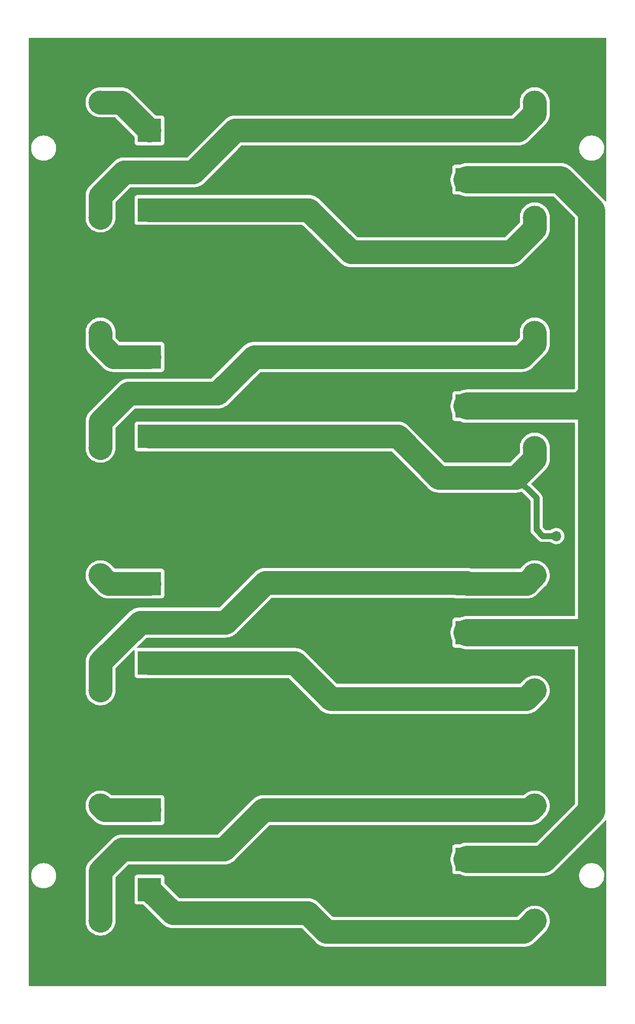
<source format=gbr>
%TF.GenerationSoftware,KiCad,Pcbnew,(6.0.1)*%
%TF.CreationDate,2022-02-05T20:25:37-05:00*%
%TF.ProjectId,battery-board,62617474-6572-4792-9d62-6f6172642e6b,rev?*%
%TF.SameCoordinates,Original*%
%TF.FileFunction,Copper,L1,Top*%
%TF.FilePolarity,Positive*%
%FSLAX46Y46*%
G04 Gerber Fmt 4.6, Leading zero omitted, Abs format (unit mm)*
G04 Created by KiCad (PCBNEW (6.0.1)) date 2022-02-05 20:25:37*
%MOMM*%
%LPD*%
G01*
G04 APERTURE LIST*
%TA.AperFunction,ComponentPad*%
%ADD10R,4.000000X4.000000*%
%TD*%
%TA.AperFunction,ComponentPad*%
%ADD11R,1.700000X1.700000*%
%TD*%
%TA.AperFunction,ComponentPad*%
%ADD12O,1.700000X1.700000*%
%TD*%
%TA.AperFunction,ComponentPad*%
%ADD13R,3.800000X3.800000*%
%TD*%
%TA.AperFunction,ComponentPad*%
%ADD14C,3.800000*%
%TD*%
%TA.AperFunction,ComponentPad*%
%ADD15C,4.000000*%
%TD*%
%TA.AperFunction,Conductor*%
%ADD16C,1.000000*%
%TD*%
%TA.AperFunction,Conductor*%
%ADD17C,4.000000*%
%TD*%
%TA.AperFunction,Conductor*%
%ADD18C,4.572000*%
%TD*%
G04 APERTURE END LIST*
D10*
%TO.P,MOD3,1,B+*%
%TO.N,Net-(BH2-Pad8)*%
X20779999Y-16032500D03*
%TO.P,MOD3,2,BM*%
%TO.N,Net-(BH2-Pad1)*%
X74119999Y-16032500D03*
%TO.P,MOD3,3,B-*%
%TO.N,Net-(BH2-Pad2)*%
X20779999Y-29366500D03*
%TO.P,MOD3,4,P-*%
%TO.N,-BATT*%
X74119999Y-29367500D03*
%TO.P,MOD3,5,P+*%
%TO.N,+BATT*%
X74119999Y-24287500D03*
%TD*%
%TO.P,MOD2,1,B+*%
%TO.N,Net-(BH1-Pad6)*%
X20780000Y-129982500D03*
%TO.P,MOD2,2,BM*%
%TO.N,Net-(BH1-Pad3)*%
X74120000Y-129982500D03*
%TO.P,MOD2,3,B-*%
%TO.N,Net-(BH1-Pad4)*%
X20780000Y-143316500D03*
%TO.P,MOD2,4,P-*%
%TO.N,-BATT*%
X74120000Y-143317500D03*
%TO.P,MOD2,5,P+*%
%TO.N,+BATT*%
X74120000Y-138237500D03*
%TD*%
%TO.P,MOD1,1,B+*%
%TO.N,Net-(BH1-Pad8)*%
X20780000Y-91999166D03*
%TO.P,MOD1,2,BM*%
%TO.N,Net-(BH1-Pad1)*%
X74120000Y-91999166D03*
%TO.P,MOD1,3,B-*%
%TO.N,Net-(BH1-Pad2)*%
X20780000Y-105333166D03*
%TO.P,MOD1,4,P-*%
%TO.N,-BATT*%
X74120000Y-105334166D03*
%TO.P,MOD1,5,P+*%
%TO.N,+BATT*%
X74120000Y-100254166D03*
%TD*%
%TO.P,MOD4,1,B+*%
%TO.N,Net-(BH2-Pad6)*%
X20780000Y-54015833D03*
%TO.P,MOD4,2,BM*%
%TO.N,Net-(BH2-Pad3)*%
X74120000Y-54015833D03*
%TO.P,MOD4,3,B-*%
%TO.N,Net-(BH2-Pad4)*%
X20780000Y-67349833D03*
%TO.P,MOD4,4,P-*%
%TO.N,-BATT*%
X74120000Y-67350833D03*
%TO.P,MOD4,5,P+*%
%TO.N,+BATT*%
X74120000Y-62270833D03*
%TD*%
D11*
%TO.P,J2,1,Pin_1*%
%TO.N,-BATT*%
X89050000Y-81500000D03*
D12*
%TO.P,J2,2,Pin_2*%
%TO.N,Net-(BH2-Pad4)*%
X89050000Y-84040000D03*
%TD*%
D13*
%TO.P,J1,1,Pin_1*%
%TO.N,-BATT*%
X90000000Y-77000000D03*
D14*
%TO.P,J1,2,Pin_2*%
%TO.N,+BATT*%
X95000000Y-77000000D03*
%TD*%
D15*
%TO.P,BH2,8,POS1*%
%TO.N,Net-(BH2-Pad8)*%
X12551000Y-11314000D03*
%TO.P,BH2,7,POS2*%
%TO.N,Net-(BH2-Pad1)*%
X12551000Y-30618000D03*
%TO.P,BH2,6,POS3*%
%TO.N,Net-(BH2-Pad6)*%
X12551000Y-49922000D03*
%TO.P,BH2,5,POS4*%
%TO.N,Net-(BH2-Pad3)*%
X12551000Y-69226000D03*
%TO.P,BH2,4,GND4*%
%TO.N,Net-(BH2-Pad4)*%
X85449000Y-69226000D03*
%TO.P,BH2,3,GND3*%
%TO.N,Net-(BH2-Pad3)*%
X85449000Y-49922000D03*
%TO.P,BH2,2,GND2*%
%TO.N,Net-(BH2-Pad2)*%
X85449000Y-30618000D03*
%TO.P,BH2,1,GND1*%
%TO.N,Net-(BH2-Pad1)*%
X85449000Y-11314000D03*
%TD*%
%TO.P,BH1,1,GND1*%
%TO.N,Net-(BH1-Pad1)*%
X85449000Y-90624000D03*
%TO.P,BH1,2,GND2*%
%TO.N,Net-(BH1-Pad2)*%
X85449000Y-109928000D03*
%TO.P,BH1,3,GND3*%
%TO.N,Net-(BH1-Pad3)*%
X85449000Y-129232000D03*
%TO.P,BH1,4,GND4*%
%TO.N,Net-(BH1-Pad4)*%
X85449000Y-148536000D03*
%TO.P,BH1,5,POS4*%
%TO.N,Net-(BH1-Pad3)*%
X12551000Y-148536000D03*
%TO.P,BH1,6,POS3*%
%TO.N,Net-(BH1-Pad6)*%
X12551000Y-129232000D03*
%TO.P,BH1,7,POS2*%
%TO.N,Net-(BH1-Pad1)*%
X12551000Y-109928000D03*
%TO.P,BH1,8,POS1*%
%TO.N,Net-(BH1-Pad8)*%
X12551000Y-90624000D03*
%TD*%
D16*
%TO.N,Net-(BH2-Pad4)*%
X85750000Y-77670000D02*
X82330000Y-74250000D01*
X85750000Y-83000000D02*
X85750000Y-77670000D01*
X89050000Y-84040000D02*
X86790000Y-84040000D01*
X86790000Y-84040000D02*
X85750000Y-83000000D01*
D17*
%TO.N,Net-(BH1-Pad4)*%
X50500000Y-150400000D02*
X83585000Y-150400000D01*
X47367011Y-147267011D02*
X50500000Y-150400000D01*
X83585000Y-150400000D02*
X85449000Y-148536000D01*
X24730511Y-147267011D02*
X47367011Y-147267011D01*
X20780000Y-143316500D02*
X24730511Y-147267011D01*
%TO.N,Net-(BH1-Pad3)*%
X33300000Y-136600000D02*
X16200000Y-136600000D01*
X12551000Y-140249000D02*
X12551000Y-148536000D01*
X39917500Y-129982500D02*
X33300000Y-136600000D01*
X74120000Y-129982500D02*
X39917500Y-129982500D01*
X16200000Y-136600000D02*
X12551000Y-140249000D01*
%TO.N,Net-(BH1-Pad6)*%
X13301500Y-129982500D02*
X12551000Y-129232000D01*
X20780000Y-129982500D02*
X13301500Y-129982500D01*
%TO.N,Net-(BH1-Pad3)*%
X84698500Y-129982500D02*
X85449000Y-129232000D01*
X74120000Y-129982500D02*
X84698500Y-129982500D01*
%TO.N,Net-(BH1-Pad2)*%
X84027000Y-111350000D02*
X85449000Y-109928000D01*
X51200000Y-111350000D02*
X84027000Y-111350000D01*
X45183166Y-105333166D02*
X51200000Y-111350000D01*
X20780000Y-105333166D02*
X45183166Y-105333166D01*
%TO.N,Net-(BH1-Pad1)*%
X12551000Y-105199000D02*
X12551000Y-109928000D01*
X19200000Y-98550000D02*
X12551000Y-105199000D01*
X33550000Y-98550000D02*
X19200000Y-98550000D01*
X40200000Y-91900000D02*
X33550000Y-98550000D01*
X74020834Y-91900000D02*
X40200000Y-91900000D01*
X74120000Y-91999166D02*
X74020834Y-91900000D01*
%TO.N,Net-(BH1-Pad8)*%
X13926166Y-91999166D02*
X12551000Y-90624000D01*
X20780000Y-91999166D02*
X13926166Y-91999166D01*
%TO.N,Net-(BH1-Pad1)*%
X84073834Y-91999166D02*
X85449000Y-90624000D01*
X74120000Y-91999166D02*
X84073834Y-91999166D01*
%TO.N,Net-(BH2-Pad4)*%
X85449000Y-71131000D02*
X85449000Y-69226000D01*
X82330000Y-74250000D02*
X85449000Y-71131000D01*
%TO.N,Net-(BH2-Pad3)*%
X85449000Y-51827000D02*
X85449000Y-49922000D01*
X83260167Y-54015833D02*
X85449000Y-51827000D01*
X74120000Y-54015833D02*
X83260167Y-54015833D01*
X17300000Y-60150000D02*
X12551000Y-64899000D01*
X32200000Y-60150000D02*
X17300000Y-60150000D01*
X38334167Y-54015833D02*
X32200000Y-60150000D01*
X74120000Y-54015833D02*
X38334167Y-54015833D01*
X12551000Y-64899000D02*
X12551000Y-69226000D01*
%TO.N,Net-(BH2-Pad6)*%
X14739833Y-54015833D02*
X12551000Y-51827000D01*
X12551000Y-51827000D02*
X12551000Y-49922000D01*
X20780000Y-54015833D02*
X14739833Y-54015833D01*
%TO.N,Net-(BH2-Pad1)*%
X85449000Y-13219000D02*
X85449000Y-11314000D01*
X82635500Y-16032500D02*
X85449000Y-13219000D01*
X16550000Y-23050000D02*
X28150000Y-23050000D01*
X28150000Y-23050000D02*
X35167500Y-16032500D01*
X12551000Y-27049000D02*
X16550000Y-23050000D01*
X12551000Y-30618000D02*
X12551000Y-27049000D01*
X35167500Y-16032500D02*
X82635500Y-16032500D01*
%TO.N,Net-(BH2-Pad2)*%
X85449000Y-32523000D02*
X85449000Y-30618000D01*
X81522000Y-36450000D02*
X85449000Y-32523000D01*
X47516500Y-29366500D02*
X54600000Y-36450000D01*
X54600000Y-36450000D02*
X81522000Y-36450000D01*
X20780000Y-29366500D02*
X47516500Y-29366500D01*
%TO.N,Net-(BH2-Pad8)*%
X12551000Y-11314000D02*
X16061500Y-11314000D01*
X16061500Y-11314000D02*
X20780000Y-16032500D01*
%TO.N,Net-(BH2-Pad4)*%
X62449833Y-67349833D02*
X69350000Y-74250000D01*
X20780000Y-67349833D02*
X62449833Y-67349833D01*
X69350000Y-74250000D02*
X82330000Y-74250000D01*
D18*
%TO.N,+BATT*%
X94954166Y-100254166D02*
X95000000Y-100300000D01*
X95000000Y-29550000D02*
X95000000Y-60450000D01*
X95000000Y-130100000D02*
X95000000Y-100300000D01*
X95000000Y-77000000D02*
X95000000Y-60450000D01*
X74120000Y-62270833D02*
X93179167Y-62270833D01*
X86862500Y-138237500D02*
X95000000Y-130100000D01*
X89737500Y-24287500D02*
X95000000Y-29550000D01*
X93179167Y-62270833D02*
X95000000Y-60450000D01*
X74120000Y-24287500D02*
X89737500Y-24287500D01*
X74120000Y-100254166D02*
X94954166Y-100254166D01*
X74120000Y-138237500D02*
X86862500Y-138237500D01*
X95000000Y-99900000D02*
X95000000Y-77000000D01*
%TD*%
%TA.AperFunction,Conductor*%
%TO.N,-BATT*%
G36*
X97434121Y-528002D02*
G01*
X97480614Y-581658D01*
X97492000Y-634000D01*
X97492000Y-27836972D01*
X97471998Y-27905093D01*
X97418342Y-27951586D01*
X97348068Y-27961690D01*
X97283488Y-27932196D01*
X97265173Y-27912536D01*
X97251570Y-27894385D01*
X97250268Y-27892616D01*
X97171408Y-27783476D01*
X97169393Y-27780687D01*
X97155461Y-27765267D01*
X97148136Y-27756374D01*
X97140387Y-27746035D01*
X97138184Y-27743095D01*
X97083574Y-27685648D01*
X97081407Y-27683310D01*
X97076088Y-27677423D01*
X97044644Y-27642624D01*
X97005869Y-27603849D01*
X97003643Y-27601566D01*
X96915312Y-27508647D01*
X96915311Y-27508646D01*
X96912768Y-27505971D01*
X96888824Y-27486057D01*
X96880298Y-27478278D01*
X91793189Y-22391169D01*
X91786687Y-22384155D01*
X91753631Y-22345656D01*
X91751232Y-22342862D01*
X91672581Y-22270412D01*
X91668853Y-22266833D01*
X91654112Y-22252092D01*
X91652746Y-22250877D01*
X91652730Y-22250862D01*
X91613758Y-22216200D01*
X91612128Y-22214725D01*
X91513303Y-22123692D01*
X91510597Y-22121199D01*
X91495873Y-22110521D01*
X91486110Y-22102671D01*
X91475276Y-22093035D01*
X91475273Y-22093033D01*
X91472520Y-22090584D01*
X91359331Y-22011475D01*
X91357547Y-22010205D01*
X91245744Y-21929124D01*
X91242540Y-21927330D01*
X91242528Y-21927322D01*
X91229874Y-21920236D01*
X91219258Y-21913577D01*
X91207380Y-21905275D01*
X91207378Y-21905274D01*
X91204355Y-21903161D01*
X91082734Y-21837812D01*
X91080819Y-21836762D01*
X90960290Y-21769263D01*
X90956893Y-21767853D01*
X90956888Y-21767850D01*
X90943487Y-21762286D01*
X90932180Y-21756917D01*
X90916154Y-21748306D01*
X90787669Y-21697565D01*
X90785743Y-21696785D01*
X90658135Y-21643797D01*
X90654599Y-21642793D01*
X90654596Y-21642792D01*
X90640645Y-21638831D01*
X90628780Y-21634815D01*
X90615282Y-21629485D01*
X90615283Y-21629485D01*
X90611856Y-21628132D01*
X90536784Y-21608227D01*
X90478423Y-21592752D01*
X90476303Y-21592171D01*
X90346936Y-21555442D01*
X90346928Y-21555440D01*
X90343405Y-21554440D01*
X90339780Y-21553856D01*
X90339766Y-21553853D01*
X90325444Y-21551546D01*
X90313191Y-21548942D01*
X90299182Y-21545228D01*
X90299181Y-21545228D01*
X90295614Y-21544282D01*
X90291965Y-21543759D01*
X90291958Y-21543758D01*
X90158968Y-21524713D01*
X90156793Y-21524383D01*
X90023786Y-21502959D01*
X90023776Y-21502958D01*
X90020399Y-21502414D01*
X90016980Y-21502241D01*
X90016972Y-21502240D01*
X90001492Y-21501456D01*
X89999647Y-21501363D01*
X89988162Y-21500251D01*
X89983070Y-21499522D01*
X89975404Y-21498424D01*
X89975399Y-21498424D01*
X89971750Y-21497901D01*
X89932717Y-21496913D01*
X89892517Y-21495895D01*
X89889332Y-21495774D01*
X89836153Y-21493080D01*
X89836132Y-21493079D01*
X89834563Y-21493000D01*
X89779742Y-21493000D01*
X89776554Y-21492960D01*
X89648373Y-21489715D01*
X89648367Y-21489715D01*
X89644684Y-21489622D01*
X89641007Y-21489960D01*
X89641003Y-21489960D01*
X89613679Y-21492471D01*
X89602150Y-21493000D01*
X74035998Y-21493000D01*
X73793390Y-21507201D01*
X73789764Y-21507844D01*
X73789761Y-21507844D01*
X73578825Y-21545228D01*
X73471241Y-21564295D01*
X73376689Y-21592752D01*
X73161481Y-21657522D01*
X73161478Y-21657523D01*
X73157953Y-21658584D01*
X73154573Y-21660050D01*
X73154568Y-21660052D01*
X72962248Y-21743476D01*
X72931280Y-21756909D01*
X72904344Y-21768593D01*
X72854203Y-21779000D01*
X72071865Y-21779000D01*
X72009683Y-21785755D01*
X71873294Y-21836885D01*
X71756738Y-21924239D01*
X71669384Y-22040795D01*
X71618254Y-22177184D01*
X71611499Y-22239366D01*
X71611499Y-23026141D01*
X71598407Y-23082067D01*
X71544762Y-23190370D01*
X71544756Y-23190384D01*
X71543123Y-23193681D01*
X71433105Y-23501797D01*
X71432278Y-23505394D01*
X71360611Y-23817055D01*
X71360610Y-23817064D01*
X71359786Y-23820645D01*
X71324168Y-24145869D01*
X71326738Y-24473028D01*
X71367459Y-24797653D01*
X71368339Y-24801224D01*
X71368340Y-24801227D01*
X71438443Y-25085558D01*
X71445778Y-25115310D01*
X71447072Y-25118761D01*
X71447072Y-25118762D01*
X71546981Y-25385271D01*
X71560622Y-25421660D01*
X71582698Y-25464523D01*
X71597515Y-25493292D01*
X71611499Y-25550984D01*
X71611499Y-26335634D01*
X71618254Y-26397816D01*
X71669384Y-26534205D01*
X71756738Y-26650761D01*
X71873294Y-26738115D01*
X72009683Y-26789245D01*
X72071865Y-26796000D01*
X72848676Y-26796000D01*
X72896667Y-26807044D01*
X72897210Y-26805737D01*
X73195964Y-26929791D01*
X73195967Y-26929792D01*
X73199365Y-26931203D01*
X73514095Y-27020560D01*
X73517725Y-27021145D01*
X73517731Y-27021146D01*
X73833710Y-27072040D01*
X73833713Y-27072040D01*
X73837101Y-27072586D01*
X73840525Y-27072759D01*
X73840530Y-27072760D01*
X74021349Y-27081920D01*
X74021366Y-27081920D01*
X74022937Y-27082000D01*
X88527790Y-27082000D01*
X88595911Y-27102002D01*
X88616885Y-27118905D01*
X92168595Y-30670614D01*
X92202621Y-30732926D01*
X92205500Y-30759709D01*
X92205500Y-59240290D01*
X92185498Y-59308411D01*
X92168595Y-59329385D01*
X92058552Y-59439428D01*
X91996240Y-59473454D01*
X91969457Y-59476333D01*
X74035998Y-59476333D01*
X73793390Y-59490534D01*
X73789764Y-59491177D01*
X73789761Y-59491177D01*
X73474863Y-59546986D01*
X73471241Y-59547628D01*
X73261565Y-59610733D01*
X73161481Y-59640855D01*
X73161478Y-59640856D01*
X73157953Y-59641917D01*
X73154573Y-59643383D01*
X73154568Y-59643385D01*
X72904344Y-59751926D01*
X72854203Y-59762333D01*
X72071866Y-59762333D01*
X72009684Y-59769088D01*
X71873295Y-59820218D01*
X71756739Y-59907572D01*
X71669385Y-60024128D01*
X71618255Y-60160517D01*
X71611500Y-60222699D01*
X71611500Y-61009472D01*
X71598408Y-61065398D01*
X71544762Y-61173703D01*
X71544756Y-61173717D01*
X71543123Y-61177014D01*
X71433105Y-61485130D01*
X71432278Y-61488727D01*
X71360611Y-61800388D01*
X71360610Y-61800397D01*
X71359786Y-61803978D01*
X71324168Y-62129202D01*
X71326738Y-62456361D01*
X71327197Y-62460019D01*
X71327197Y-62460021D01*
X71356724Y-62695405D01*
X71367459Y-62780986D01*
X71445778Y-63098643D01*
X71447072Y-63102094D01*
X71447072Y-63102095D01*
X71557154Y-63395741D01*
X71560622Y-63404993D01*
X71562311Y-63408272D01*
X71597516Y-63476627D01*
X71611500Y-63534319D01*
X71611500Y-64318967D01*
X71618255Y-64381149D01*
X71669385Y-64517538D01*
X71756739Y-64634094D01*
X71873295Y-64721448D01*
X72009684Y-64772578D01*
X72071866Y-64779333D01*
X72848676Y-64779333D01*
X72896667Y-64790377D01*
X72897210Y-64789070D01*
X73195964Y-64913124D01*
X73195967Y-64913125D01*
X73199365Y-64914536D01*
X73514095Y-65003893D01*
X73517725Y-65004478D01*
X73517731Y-65004479D01*
X73833710Y-65055373D01*
X73833713Y-65055373D01*
X73837101Y-65055919D01*
X73840525Y-65056092D01*
X73840530Y-65056093D01*
X74021349Y-65065253D01*
X74021366Y-65065253D01*
X74022937Y-65065333D01*
X92079500Y-65065333D01*
X92147621Y-65085335D01*
X92194114Y-65138991D01*
X92205500Y-65191333D01*
X92205500Y-97333666D01*
X92185498Y-97401787D01*
X92131842Y-97448280D01*
X92079500Y-97459666D01*
X74035998Y-97459666D01*
X73793390Y-97473867D01*
X73789764Y-97474510D01*
X73789761Y-97474510D01*
X73474863Y-97530319D01*
X73471241Y-97530961D01*
X73261565Y-97594066D01*
X73161481Y-97624188D01*
X73161478Y-97624189D01*
X73157953Y-97625250D01*
X73154573Y-97626716D01*
X73154568Y-97626718D01*
X72904344Y-97735259D01*
X72854203Y-97745666D01*
X72071866Y-97745666D01*
X72009684Y-97752421D01*
X71873295Y-97803551D01*
X71756739Y-97890905D01*
X71669385Y-98007461D01*
X71618255Y-98143850D01*
X71611500Y-98206032D01*
X71611500Y-98992805D01*
X71598408Y-99048731D01*
X71544762Y-99157036D01*
X71544756Y-99157050D01*
X71543123Y-99160347D01*
X71433105Y-99468463D01*
X71432278Y-99472060D01*
X71360611Y-99783721D01*
X71360610Y-99783730D01*
X71359786Y-99787311D01*
X71324168Y-100112535D01*
X71326738Y-100439694D01*
X71327197Y-100443352D01*
X71327197Y-100443354D01*
X71363328Y-100731383D01*
X71367459Y-100764319D01*
X71368339Y-100767890D01*
X71368340Y-100767893D01*
X71440877Y-101062096D01*
X71445778Y-101081976D01*
X71560622Y-101388326D01*
X71562311Y-101391605D01*
X71597516Y-101459960D01*
X71611500Y-101517652D01*
X71611500Y-102302300D01*
X71618255Y-102364482D01*
X71669385Y-102500871D01*
X71756739Y-102617427D01*
X71873295Y-102704781D01*
X72009684Y-102755911D01*
X72071866Y-102762666D01*
X72848676Y-102762666D01*
X72896667Y-102773710D01*
X72897210Y-102772403D01*
X73195964Y-102896457D01*
X73195967Y-102896458D01*
X73199365Y-102897869D01*
X73514095Y-102987226D01*
X73517725Y-102987811D01*
X73517731Y-102987812D01*
X73833710Y-103038706D01*
X73833713Y-103038706D01*
X73837101Y-103039252D01*
X73840525Y-103039425D01*
X73840530Y-103039426D01*
X74021349Y-103048586D01*
X74021366Y-103048586D01*
X74022937Y-103048666D01*
X92079500Y-103048666D01*
X92147621Y-103068668D01*
X92194114Y-103122324D01*
X92205500Y-103174666D01*
X92205500Y-128890290D01*
X92185498Y-128958411D01*
X92168595Y-128979385D01*
X85741885Y-135406095D01*
X85679573Y-135440121D01*
X85652790Y-135443000D01*
X74035998Y-135443000D01*
X73793390Y-135457201D01*
X73789764Y-135457844D01*
X73789761Y-135457844D01*
X73474863Y-135513653D01*
X73471241Y-135514295D01*
X73261565Y-135577400D01*
X73161481Y-135607522D01*
X73161478Y-135607523D01*
X73157953Y-135608584D01*
X73154573Y-135610050D01*
X73154568Y-135610052D01*
X72904344Y-135718593D01*
X72854203Y-135729000D01*
X72071866Y-135729000D01*
X72009684Y-135735755D01*
X71873295Y-135786885D01*
X71756739Y-135874239D01*
X71669385Y-135990795D01*
X71618255Y-136127184D01*
X71611500Y-136189366D01*
X71611500Y-136976139D01*
X71598408Y-137032065D01*
X71544762Y-137140370D01*
X71544756Y-137140384D01*
X71543123Y-137143681D01*
X71433105Y-137451797D01*
X71432278Y-137455394D01*
X71360611Y-137767055D01*
X71360610Y-137767064D01*
X71359786Y-137770645D01*
X71324168Y-138095869D01*
X71326738Y-138423028D01*
X71327197Y-138426686D01*
X71327197Y-138426688D01*
X71361091Y-138696884D01*
X71367459Y-138747653D01*
X71368339Y-138751224D01*
X71368340Y-138751227D01*
X71444566Y-139060393D01*
X71445778Y-139065310D01*
X71447072Y-139068761D01*
X71447072Y-139068762D01*
X71554413Y-139355096D01*
X71560622Y-139371660D01*
X71562311Y-139374939D01*
X71597516Y-139443294D01*
X71611500Y-139500986D01*
X71611500Y-140285634D01*
X71618255Y-140347816D01*
X71669385Y-140484205D01*
X71756739Y-140600761D01*
X71873295Y-140688115D01*
X72009684Y-140739245D01*
X72071866Y-140746000D01*
X72848676Y-140746000D01*
X72896667Y-140757044D01*
X72897210Y-140755737D01*
X73195964Y-140879791D01*
X73195967Y-140879792D01*
X73199365Y-140881203D01*
X73514095Y-140970560D01*
X73517725Y-140971145D01*
X73517731Y-140971146D01*
X73833710Y-141022040D01*
X73833713Y-141022040D01*
X73837101Y-141022586D01*
X73840525Y-141022759D01*
X73840530Y-141022760D01*
X74021349Y-141031920D01*
X74021366Y-141031920D01*
X74022937Y-141032000D01*
X86749831Y-141032000D01*
X86759388Y-141032363D01*
X86813643Y-141036490D01*
X86817324Y-141036339D01*
X86817328Y-141036339D01*
X86920471Y-141032106D01*
X86925637Y-141032000D01*
X86946502Y-141032000D01*
X87000424Y-141028844D01*
X87002612Y-141028735D01*
X87030245Y-141027601D01*
X87136861Y-141023226D01*
X87136863Y-141023226D01*
X87140537Y-141023075D01*
X87144168Y-141022497D01*
X87144175Y-141022496D01*
X87158493Y-141020216D01*
X87170941Y-141018864D01*
X87185431Y-141018015D01*
X87185441Y-141018014D01*
X87189110Y-141017799D01*
X87192721Y-141017159D01*
X87192738Y-141017157D01*
X87325100Y-140993698D01*
X87327245Y-140993336D01*
X87379501Y-140985013D01*
X87460001Y-140972192D01*
X87460007Y-140972191D01*
X87463634Y-140971613D01*
X87475422Y-140968289D01*
X87481144Y-140966675D01*
X87493348Y-140963879D01*
X87500485Y-140962615D01*
X87507626Y-140961349D01*
X87507628Y-140961349D01*
X87511259Y-140960705D01*
X87514792Y-140959642D01*
X87514795Y-140959641D01*
X87643496Y-140920906D01*
X87645608Y-140920291D01*
X87774966Y-140883808D01*
X87774965Y-140883808D01*
X87778519Y-140882806D01*
X87781924Y-140881399D01*
X87781933Y-140881396D01*
X87795343Y-140875856D01*
X87807136Y-140871657D01*
X87817873Y-140868425D01*
X87824547Y-140866416D01*
X87827930Y-140864949D01*
X87827937Y-140864946D01*
X87951182Y-140811485D01*
X87953207Y-140810627D01*
X88077490Y-140759275D01*
X88077503Y-140759269D01*
X88080893Y-140757868D01*
X88096781Y-140749007D01*
X88108005Y-140743460D01*
X88121315Y-140737686D01*
X88121318Y-140737684D01*
X88124694Y-140736220D01*
X88244078Y-140666876D01*
X88245986Y-140665790D01*
X88363410Y-140600299D01*
X88363414Y-140600296D01*
X88366626Y-140598505D01*
X88381384Y-140587842D01*
X88391877Y-140581028D01*
X88404423Y-140573741D01*
X88404429Y-140573737D01*
X88407602Y-140571894D01*
X88518115Y-140489070D01*
X88519884Y-140487768D01*
X88629024Y-140408908D01*
X88631813Y-140406893D01*
X88647233Y-140392961D01*
X88656121Y-140385640D01*
X88669405Y-140375684D01*
X88726852Y-140321074D01*
X88729190Y-140318907D01*
X88748990Y-140301016D01*
X88769876Y-140282144D01*
X88808651Y-140243369D01*
X88810934Y-140241143D01*
X88903853Y-140152812D01*
X88903854Y-140152811D01*
X88906529Y-140150268D01*
X88926443Y-140126324D01*
X88934222Y-140117798D01*
X96896324Y-132155695D01*
X96903338Y-132149193D01*
X96941844Y-132116131D01*
X96944638Y-132113732D01*
X97017100Y-132035068D01*
X97020679Y-132031340D01*
X97035408Y-132016611D01*
X97071326Y-131976226D01*
X97072733Y-131974673D01*
X97078398Y-131968523D01*
X97166301Y-131873097D01*
X97176980Y-131858372D01*
X97184828Y-131848612D01*
X97194461Y-131837781D01*
X97196917Y-131835020D01*
X97262724Y-131740863D01*
X97318142Y-131696486D01*
X97388755Y-131689115D01*
X97452144Y-131721090D01*
X97488182Y-131782260D01*
X97492000Y-131813043D01*
X97492000Y-159366000D01*
X97471998Y-159434121D01*
X97418342Y-159480614D01*
X97366000Y-159492000D01*
X634000Y-159492000D01*
X565879Y-159471998D01*
X519386Y-159418342D01*
X508000Y-159366000D01*
X508000Y-148536000D01*
X10037540Y-148536000D01*
X10057359Y-148851020D01*
X10116505Y-149161072D01*
X10117732Y-149164848D01*
X10210895Y-149451573D01*
X10214044Y-149461266D01*
X10215730Y-149464848D01*
X10215733Y-149464856D01*
X10346750Y-149743283D01*
X10346751Y-149743284D01*
X10348438Y-149746869D01*
X10517568Y-150013375D01*
X10718767Y-150256582D01*
X10948860Y-150472654D01*
X11204221Y-150658184D01*
X11480821Y-150810247D01*
X11484490Y-150811700D01*
X11484495Y-150811702D01*
X11770628Y-150924990D01*
X11774298Y-150926443D01*
X12080025Y-151004940D01*
X12393179Y-151044500D01*
X12708821Y-151044500D01*
X13021975Y-151004940D01*
X13327702Y-150926443D01*
X13331372Y-150924990D01*
X13617505Y-150811702D01*
X13617510Y-150811700D01*
X13621179Y-150810247D01*
X13897779Y-150658184D01*
X14153140Y-150472654D01*
X14383233Y-150256582D01*
X14584432Y-150013375D01*
X14753562Y-149746869D01*
X14755249Y-149743284D01*
X14755250Y-149743283D01*
X14886267Y-149464856D01*
X14886270Y-149464848D01*
X14887956Y-149461266D01*
X14891106Y-149451573D01*
X14984268Y-149164848D01*
X14985495Y-149161072D01*
X15044641Y-148851020D01*
X15064460Y-148536000D01*
X15059749Y-148461119D01*
X15059500Y-148453209D01*
X15059500Y-143395449D01*
X18267780Y-143395449D01*
X18268153Y-143399390D01*
X18270941Y-143428888D01*
X18271500Y-143440746D01*
X18271500Y-145364634D01*
X18278255Y-145426816D01*
X18329385Y-145563205D01*
X18416739Y-145679761D01*
X18533295Y-145767115D01*
X18669684Y-145818245D01*
X18731866Y-145825000D01*
X19688756Y-145825000D01*
X19756877Y-145845002D01*
X19777851Y-145861905D01*
X22927455Y-149011510D01*
X22930209Y-149014351D01*
X23009929Y-149099244D01*
X23099677Y-149173490D01*
X23102644Y-149176025D01*
X23189993Y-149253034D01*
X23217765Y-149271908D01*
X23227252Y-149279031D01*
X23250076Y-149297912D01*
X23250081Y-149297915D01*
X23253136Y-149300443D01*
X23326172Y-149346793D01*
X23351463Y-149362843D01*
X23354763Y-149365011D01*
X23451056Y-149430451D01*
X23480983Y-149445700D01*
X23491275Y-149451572D01*
X23519642Y-149469573D01*
X23523229Y-149471261D01*
X23523231Y-149471262D01*
X23624997Y-149519149D01*
X23628552Y-149520890D01*
X23728777Y-149571958D01*
X23728784Y-149571961D01*
X23732295Y-149573750D01*
X23736010Y-149575087D01*
X23736018Y-149575091D01*
X23763890Y-149585126D01*
X23774854Y-149589667D01*
X23801663Y-149602282D01*
X23801670Y-149602285D01*
X23805245Y-149603967D01*
X23916004Y-149639955D01*
X23919666Y-149641208D01*
X24029278Y-149680671D01*
X24062054Y-149687997D01*
X24073504Y-149691130D01*
X24101668Y-149700281D01*
X24101672Y-149700282D01*
X24105439Y-149701506D01*
X24195979Y-149718777D01*
X24219823Y-149723326D01*
X24223647Y-149724117D01*
X24337319Y-149749526D01*
X24370753Y-149752686D01*
X24382495Y-149754358D01*
X24402197Y-149758116D01*
X24411595Y-149759909D01*
X24411598Y-149759909D01*
X24415491Y-149760652D01*
X24489438Y-149765304D01*
X24531707Y-149767964D01*
X24535652Y-149768274D01*
X24581859Y-149772641D01*
X24651562Y-149779230D01*
X24655514Y-149779106D01*
X24655520Y-149779106D01*
X24767936Y-149775573D01*
X24771894Y-149775511D01*
X46275767Y-149775511D01*
X46343888Y-149795513D01*
X46364862Y-149812416D01*
X48696944Y-152144499D01*
X48699698Y-152147340D01*
X48779418Y-152232233D01*
X48782468Y-152234756D01*
X48782471Y-152234759D01*
X48869111Y-152306434D01*
X48872120Y-152309004D01*
X48956504Y-152383399D01*
X48956517Y-152383409D01*
X48959483Y-152386024D01*
X48962757Y-152388249D01*
X48962760Y-152388251D01*
X48987261Y-152404902D01*
X48996752Y-152412029D01*
X49022625Y-152433432D01*
X49025969Y-152435554D01*
X49120936Y-152495822D01*
X49124236Y-152497990D01*
X49220545Y-152563441D01*
X49250469Y-152578687D01*
X49260772Y-152584565D01*
X49289131Y-152602562D01*
X49292708Y-152604245D01*
X49292713Y-152604248D01*
X49354856Y-152633490D01*
X49394495Y-152652143D01*
X49397997Y-152653858D01*
X49501785Y-152706740D01*
X49533392Y-152718119D01*
X49544346Y-152722656D01*
X49574734Y-152736956D01*
X49685459Y-152772933D01*
X49689130Y-152774189D01*
X49798767Y-152813661D01*
X49802621Y-152814523D01*
X49802630Y-152814525D01*
X49821874Y-152818826D01*
X49831551Y-152820989D01*
X49843001Y-152824121D01*
X49871149Y-152833268D01*
X49871163Y-152833271D01*
X49874928Y-152834495D01*
X49878820Y-152835237D01*
X49878826Y-152835239D01*
X49959103Y-152850552D01*
X49989266Y-152856306D01*
X49993132Y-152857107D01*
X50102936Y-152881651D01*
X50102947Y-152881653D01*
X50106809Y-152882516D01*
X50140252Y-152885677D01*
X50151998Y-152887349D01*
X50184980Y-152893641D01*
X50258885Y-152898291D01*
X50301165Y-152900951D01*
X50305110Y-152901261D01*
X50351394Y-152905636D01*
X50421051Y-152912220D01*
X50425003Y-152912096D01*
X50425009Y-152912096D01*
X50537457Y-152908562D01*
X50541415Y-152908500D01*
X83543597Y-152908500D01*
X83547555Y-152908562D01*
X83659992Y-152912096D01*
X83659998Y-152912096D01*
X83663949Y-152912220D01*
X83779915Y-152901257D01*
X83783807Y-152900952D01*
X83900020Y-152893641D01*
X83903909Y-152892899D01*
X83903918Y-152892898D01*
X83933010Y-152887348D01*
X83944762Y-152885675D01*
X83945956Y-152885562D01*
X83978192Y-152882515D01*
X84091864Y-152857106D01*
X84095688Y-152856315D01*
X84119532Y-152851766D01*
X84210072Y-152834495D01*
X84213839Y-152833271D01*
X84213843Y-152833270D01*
X84242007Y-152824119D01*
X84253457Y-152820986D01*
X84286233Y-152813660D01*
X84395845Y-152774197D01*
X84399507Y-152772944D01*
X84510266Y-152736956D01*
X84513841Y-152735274D01*
X84513848Y-152735271D01*
X84540657Y-152722656D01*
X84551621Y-152718115D01*
X84579493Y-152708080D01*
X84579501Y-152708076D01*
X84583216Y-152706739D01*
X84586727Y-152704950D01*
X84586734Y-152704947D01*
X84686969Y-152653874D01*
X84690524Y-152652133D01*
X84792284Y-152604249D01*
X84792286Y-152604248D01*
X84795869Y-152602562D01*
X84824230Y-152584564D01*
X84834531Y-152578688D01*
X84850032Y-152570790D01*
X84860925Y-152565240D01*
X84860929Y-152565237D01*
X84864455Y-152563441D01*
X84867735Y-152561212D01*
X84867737Y-152561211D01*
X84960753Y-152497997D01*
X84964061Y-152495824D01*
X84964064Y-152495822D01*
X85062375Y-152433432D01*
X85065430Y-152430904D01*
X85065435Y-152430901D01*
X85088259Y-152412020D01*
X85097746Y-152404897D01*
X85125518Y-152386023D01*
X85128489Y-152383404D01*
X85128495Y-152383399D01*
X85212850Y-152309028D01*
X85215861Y-152306456D01*
X85302530Y-152234758D01*
X85302532Y-152234757D01*
X85305582Y-152232233D01*
X85385316Y-152147326D01*
X85388070Y-152144485D01*
X87193499Y-150339056D01*
X87196341Y-150336301D01*
X87278346Y-150259293D01*
X87281233Y-150256582D01*
X87355479Y-150166834D01*
X87358017Y-150163864D01*
X87432398Y-150079495D01*
X87435023Y-150076518D01*
X87453897Y-150048746D01*
X87461020Y-150039259D01*
X87479901Y-150016435D01*
X87479907Y-150016427D01*
X87482432Y-150013375D01*
X87544829Y-149915053D01*
X87546997Y-149911753D01*
X87610211Y-149818737D01*
X87610214Y-149818732D01*
X87612441Y-149815455D01*
X87627688Y-149785531D01*
X87633566Y-149775226D01*
X87649440Y-149750213D01*
X87649441Y-149750211D01*
X87651562Y-149746869D01*
X87701137Y-149641515D01*
X87702874Y-149637969D01*
X87753947Y-149537734D01*
X87753950Y-149537727D01*
X87755739Y-149534216D01*
X87757076Y-149530501D01*
X87757080Y-149530493D01*
X87767115Y-149502621D01*
X87771656Y-149491657D01*
X87784271Y-149464848D01*
X87784274Y-149464841D01*
X87785956Y-149461266D01*
X87821944Y-149350507D01*
X87823197Y-149346845D01*
X87862660Y-149237233D01*
X87869986Y-149204456D01*
X87873119Y-149193007D01*
X87882270Y-149164843D01*
X87882271Y-149164839D01*
X87883495Y-149161072D01*
X87905315Y-149046688D01*
X87906106Y-149042864D01*
X87931515Y-148929192D01*
X87934675Y-148895762D01*
X87936348Y-148884010D01*
X87941897Y-148854919D01*
X87941897Y-148854918D01*
X87942641Y-148851020D01*
X87949952Y-148734824D01*
X87950262Y-148730879D01*
X87960847Y-148618891D01*
X87961220Y-148614949D01*
X87960165Y-148581378D01*
X87960352Y-148569509D01*
X87962211Y-148539960D01*
X87962211Y-148539957D01*
X87962460Y-148536000D01*
X87955148Y-148419788D01*
X87954962Y-148415850D01*
X87951429Y-148303419D01*
X87951305Y-148299463D01*
X87946052Y-148266296D01*
X87944749Y-148254493D01*
X87942890Y-148224940D01*
X87942641Y-148220980D01*
X87920820Y-148106593D01*
X87920139Y-148102693D01*
X87902545Y-147991608D01*
X87901927Y-147987706D01*
X87892558Y-147955458D01*
X87889787Y-147943914D01*
X87884238Y-147914823D01*
X87883495Y-147910928D01*
X87879103Y-147897409D01*
X87847515Y-147800191D01*
X87846351Y-147796408D01*
X87814970Y-147688395D01*
X87813866Y-147684595D01*
X87812293Y-147680960D01*
X87800529Y-147653774D01*
X87796333Y-147642669D01*
X87787183Y-147614510D01*
X87787182Y-147614508D01*
X87785956Y-147610734D01*
X87736380Y-147505378D01*
X87734762Y-147501795D01*
X87690086Y-147398554D01*
X87690083Y-147398549D01*
X87688510Y-147394913D01*
X87671411Y-147366000D01*
X87665863Y-147355523D01*
X87651562Y-147325131D01*
X87589174Y-147226823D01*
X87587106Y-147223448D01*
X87529858Y-147126647D01*
X87529856Y-147126644D01*
X87527834Y-147123225D01*
X87507250Y-147096688D01*
X87500425Y-147086977D01*
X87484554Y-147061968D01*
X87484551Y-147061963D01*
X87482432Y-147058625D01*
X87479912Y-147055579D01*
X87479907Y-147055572D01*
X87408206Y-146968902D01*
X87405771Y-146965863D01*
X87334374Y-146873819D01*
X87310637Y-146850082D01*
X87302647Y-146841303D01*
X87283758Y-146818470D01*
X87283757Y-146818469D01*
X87281233Y-146815418D01*
X87196340Y-146735698D01*
X87193499Y-146732944D01*
X87111181Y-146650626D01*
X87084649Y-146630046D01*
X87075623Y-146622337D01*
X87054026Y-146602056D01*
X87054024Y-146602055D01*
X87051140Y-146599346D01*
X86956933Y-146530900D01*
X86953816Y-146528560D01*
X86910879Y-146495255D01*
X86864902Y-146459591D01*
X86864896Y-146459587D01*
X86861775Y-146457166D01*
X86832862Y-146440066D01*
X86822941Y-146433550D01*
X86798982Y-146416143D01*
X86798981Y-146416142D01*
X86795779Y-146413816D01*
X86792305Y-146411906D01*
X86693745Y-146357721D01*
X86690324Y-146355770D01*
X86590087Y-146296490D01*
X86559250Y-146283145D01*
X86548612Y-146277933D01*
X86540941Y-146273716D01*
X86522651Y-146263661D01*
X86522642Y-146263657D01*
X86519179Y-146261753D01*
X86410892Y-146218878D01*
X86407247Y-146217368D01*
X86300405Y-146171134D01*
X86268143Y-146161761D01*
X86256941Y-146157926D01*
X86225702Y-146145557D01*
X86221874Y-146144574D01*
X86221855Y-146144568D01*
X86112883Y-146116589D01*
X86109066Y-146115545D01*
X86001096Y-146084177D01*
X86001087Y-146084175D01*
X85997294Y-146083073D01*
X85964134Y-146077821D01*
X85952507Y-146075413D01*
X85923809Y-146068044D01*
X85923802Y-146068043D01*
X85919975Y-146067060D01*
X85804467Y-146052468D01*
X85800547Y-146051911D01*
X85689447Y-146034314D01*
X85689442Y-146034314D01*
X85685537Y-146033695D01*
X85651967Y-146032640D01*
X85640147Y-146031710D01*
X85619831Y-146029143D01*
X85610749Y-146027996D01*
X85610746Y-146027996D01*
X85606821Y-146027500D01*
X85490403Y-146027500D01*
X85486445Y-146027438D01*
X85374008Y-146023904D01*
X85374002Y-146023904D01*
X85370051Y-146023780D01*
X85336612Y-146026941D01*
X85324754Y-146027500D01*
X85291179Y-146027500D01*
X85175659Y-146042094D01*
X85171772Y-146042523D01*
X85055808Y-146053485D01*
X85051949Y-146054348D01*
X85051940Y-146054349D01*
X85023032Y-146060811D01*
X85011362Y-146062848D01*
X84978025Y-146067060D01*
X84974196Y-146068043D01*
X84974186Y-146068045D01*
X84865238Y-146096018D01*
X84861390Y-146096941D01*
X84751640Y-146121473D01*
X84751621Y-146121479D01*
X84747767Y-146122340D01*
X84744045Y-146123680D01*
X84716169Y-146133716D01*
X84704823Y-146137206D01*
X84676140Y-146144570D01*
X84676132Y-146144573D01*
X84672298Y-146145557D01*
X84668618Y-146147014D01*
X84668615Y-146147015D01*
X84564016Y-146188429D01*
X84560313Y-146189828D01*
X84454511Y-146227919D01*
X84454508Y-146227920D01*
X84450784Y-146229261D01*
X84425686Y-146242049D01*
X84420864Y-146244506D01*
X84410044Y-146249391D01*
X84378821Y-146261753D01*
X84375360Y-146263656D01*
X84375353Y-146263659D01*
X84276788Y-146317847D01*
X84273288Y-146319700D01*
X84173073Y-146370761D01*
X84173068Y-146370764D01*
X84169545Y-146372559D01*
X84141753Y-146391446D01*
X84131658Y-146397632D01*
X84102221Y-146413816D01*
X84008014Y-146482261D01*
X84004808Y-146484514D01*
X83908482Y-146549977D01*
X83883277Y-146572198D01*
X83874032Y-146579604D01*
X83846860Y-146599346D01*
X83761965Y-146679067D01*
X83759076Y-146681696D01*
X83730969Y-146706476D01*
X83704501Y-146732944D01*
X83701660Y-146735698D01*
X83616767Y-146815418D01*
X83614243Y-146818469D01*
X83614242Y-146818470D01*
X83595353Y-146841303D01*
X83587363Y-146850082D01*
X83071446Y-147366000D01*
X82582851Y-147854595D01*
X82520539Y-147888620D01*
X82493756Y-147891500D01*
X51591245Y-147891500D01*
X51523124Y-147871498D01*
X51502150Y-147854595D01*
X49170082Y-145522528D01*
X49167327Y-145519686D01*
X49090304Y-145437665D01*
X49087593Y-145434778D01*
X48997858Y-145360543D01*
X48994861Y-145357983D01*
X48910506Y-145283612D01*
X48910500Y-145283607D01*
X48907529Y-145280988D01*
X48879757Y-145262114D01*
X48870270Y-145254991D01*
X48847446Y-145236110D01*
X48847441Y-145236107D01*
X48844386Y-145233579D01*
X48746064Y-145171182D01*
X48742764Y-145169014D01*
X48649748Y-145105800D01*
X48649743Y-145105797D01*
X48646466Y-145103570D01*
X48642940Y-145101774D01*
X48642936Y-145101771D01*
X48632043Y-145096221D01*
X48616542Y-145088323D01*
X48606237Y-145082445D01*
X48581224Y-145066571D01*
X48581222Y-145066570D01*
X48577880Y-145064449D01*
X48472526Y-145014874D01*
X48468980Y-145013137D01*
X48368745Y-144962064D01*
X48368738Y-144962061D01*
X48365227Y-144960272D01*
X48361512Y-144958935D01*
X48361504Y-144958931D01*
X48333632Y-144948896D01*
X48322668Y-144944355D01*
X48295859Y-144931740D01*
X48295852Y-144931737D01*
X48292277Y-144930055D01*
X48181518Y-144894067D01*
X48177856Y-144892814D01*
X48068244Y-144853351D01*
X48035467Y-144846025D01*
X48024018Y-144842892D01*
X47995854Y-144833741D01*
X47995850Y-144833740D01*
X47992083Y-144832516D01*
X47901543Y-144815245D01*
X47877699Y-144810696D01*
X47873875Y-144809905D01*
X47760203Y-144784496D01*
X47726773Y-144781336D01*
X47715021Y-144779663D01*
X47685929Y-144774113D01*
X47685920Y-144774112D01*
X47682031Y-144773370D01*
X47565818Y-144766059D01*
X47561926Y-144765754D01*
X47445960Y-144754791D01*
X47442009Y-144754915D01*
X47442003Y-144754915D01*
X47329566Y-144758449D01*
X47325608Y-144758511D01*
X25821756Y-144758511D01*
X25753635Y-144738509D01*
X25732661Y-144721606D01*
X23325405Y-142314351D01*
X23291380Y-142252039D01*
X23288500Y-142225256D01*
X23288500Y-141268366D01*
X23281745Y-141206184D01*
X23254198Y-141132703D01*
X92890743Y-141132703D01*
X92928268Y-141417734D01*
X93004129Y-141695036D01*
X93116923Y-141959476D01*
X93264561Y-142206161D01*
X93444313Y-142430528D01*
X93652851Y-142628423D01*
X93886317Y-142796186D01*
X93890112Y-142798195D01*
X93890113Y-142798196D01*
X93911869Y-142809715D01*
X94140392Y-142930712D01*
X94410373Y-143029511D01*
X94691264Y-143090755D01*
X94719841Y-143093004D01*
X94914282Y-143108307D01*
X94914291Y-143108307D01*
X94916739Y-143108500D01*
X95072271Y-143108500D01*
X95074407Y-143108354D01*
X95074418Y-143108354D01*
X95282548Y-143094165D01*
X95282554Y-143094164D01*
X95286825Y-143093873D01*
X95291020Y-143093004D01*
X95291022Y-143093004D01*
X95427583Y-143064724D01*
X95568342Y-143035574D01*
X95839343Y-142939607D01*
X96094812Y-142807750D01*
X96098313Y-142805289D01*
X96098317Y-142805287D01*
X96212418Y-142725095D01*
X96330023Y-142642441D01*
X96540622Y-142446740D01*
X96722713Y-142224268D01*
X96872927Y-141979142D01*
X96988483Y-141715898D01*
X97067244Y-141439406D01*
X97107751Y-141154784D01*
X97107845Y-141136951D01*
X97109235Y-140871583D01*
X97109235Y-140871576D01*
X97109257Y-140867297D01*
X97102228Y-140813902D01*
X97073587Y-140596355D01*
X97071732Y-140582266D01*
X96995871Y-140304964D01*
X96929887Y-140150268D01*
X96884763Y-140044476D01*
X96884761Y-140044472D01*
X96883077Y-140040524D01*
X96792534Y-139889238D01*
X96737643Y-139797521D01*
X96737640Y-139797517D01*
X96735439Y-139793839D01*
X96555687Y-139569472D01*
X96347149Y-139371577D01*
X96113683Y-139203814D01*
X96091843Y-139192250D01*
X96068654Y-139179972D01*
X95859608Y-139069288D01*
X95696978Y-139009774D01*
X95593658Y-138971964D01*
X95593656Y-138971963D01*
X95589627Y-138970489D01*
X95308736Y-138909245D01*
X95276894Y-138906739D01*
X95085718Y-138891693D01*
X95085709Y-138891693D01*
X95083261Y-138891500D01*
X94927729Y-138891500D01*
X94925593Y-138891646D01*
X94925582Y-138891646D01*
X94717452Y-138905835D01*
X94717446Y-138905836D01*
X94713175Y-138906127D01*
X94708980Y-138906996D01*
X94708978Y-138906996D01*
X94645571Y-138920127D01*
X94431658Y-138964426D01*
X94160657Y-139060393D01*
X93905188Y-139192250D01*
X93901687Y-139194711D01*
X93901683Y-139194713D01*
X93816605Y-139254507D01*
X93669977Y-139357559D01*
X93654892Y-139371577D01*
X93469297Y-139544043D01*
X93459378Y-139553260D01*
X93277287Y-139775732D01*
X93127073Y-140020858D01*
X93125347Y-140024791D01*
X93125346Y-140024792D01*
X93013243Y-140280170D01*
X93011517Y-140284102D01*
X93010342Y-140288229D01*
X93010341Y-140288230D01*
X92991260Y-140355215D01*
X92932756Y-140560594D01*
X92907553Y-140737686D01*
X92896706Y-140813902D01*
X92892249Y-140845216D01*
X92892227Y-140849505D01*
X92892226Y-140849512D01*
X92891028Y-141078203D01*
X92890743Y-141132703D01*
X23254198Y-141132703D01*
X23230615Y-141069795D01*
X23143261Y-140953239D01*
X23026705Y-140865885D01*
X22890316Y-140814755D01*
X22828134Y-140808000D01*
X20904246Y-140808000D01*
X20892388Y-140807441D01*
X20858949Y-140804280D01*
X20854998Y-140804404D01*
X20854992Y-140804404D01*
X20742555Y-140807938D01*
X20738597Y-140808000D01*
X18731866Y-140808000D01*
X18669684Y-140814755D01*
X18533295Y-140865885D01*
X18416739Y-140953239D01*
X18329385Y-141069795D01*
X18278255Y-141206184D01*
X18271500Y-141268366D01*
X18271500Y-143275097D01*
X18271438Y-143279055D01*
X18267780Y-143395449D01*
X15059500Y-143395449D01*
X15059500Y-141340244D01*
X15079502Y-141272123D01*
X15096405Y-141251149D01*
X17202150Y-139145405D01*
X17264462Y-139111379D01*
X17291245Y-139108500D01*
X33258597Y-139108500D01*
X33262555Y-139108562D01*
X33374992Y-139112096D01*
X33374998Y-139112096D01*
X33378949Y-139112220D01*
X33494915Y-139101257D01*
X33498807Y-139100952D01*
X33615020Y-139093641D01*
X33618909Y-139092899D01*
X33618918Y-139092898D01*
X33648010Y-139087348D01*
X33659762Y-139085675D01*
X33660956Y-139085562D01*
X33693192Y-139082515D01*
X33806864Y-139057106D01*
X33810688Y-139056315D01*
X33834532Y-139051766D01*
X33925072Y-139034495D01*
X33928839Y-139033271D01*
X33928843Y-139033270D01*
X33957007Y-139024119D01*
X33968457Y-139020986D01*
X34001233Y-139013660D01*
X34110845Y-138974197D01*
X34114507Y-138972944D01*
X34225266Y-138936956D01*
X34228841Y-138935274D01*
X34228848Y-138935271D01*
X34255657Y-138922656D01*
X34266621Y-138918115D01*
X34294493Y-138908080D01*
X34294501Y-138908076D01*
X34298216Y-138906739D01*
X34301727Y-138904950D01*
X34301734Y-138904947D01*
X34401969Y-138853874D01*
X34405524Y-138852133D01*
X34507284Y-138804249D01*
X34507285Y-138804249D01*
X34510869Y-138802562D01*
X34539230Y-138784564D01*
X34549531Y-138778688D01*
X34569399Y-138768565D01*
X34575925Y-138765240D01*
X34575929Y-138765237D01*
X34579455Y-138763441D01*
X34582732Y-138761214D01*
X34582737Y-138761211D01*
X34660325Y-138708482D01*
X34675761Y-138697992D01*
X34679061Y-138695824D01*
X34777375Y-138633432D01*
X34780430Y-138630904D01*
X34780435Y-138630901D01*
X34803259Y-138612020D01*
X34812746Y-138604897D01*
X34840518Y-138586023D01*
X34843489Y-138583404D01*
X34843495Y-138583399D01*
X34927850Y-138509028D01*
X34930861Y-138506456D01*
X35017531Y-138434757D01*
X35020582Y-138432233D01*
X35100317Y-138347324D01*
X35103071Y-138344483D01*
X40919650Y-132527905D01*
X40981962Y-132493879D01*
X41008745Y-132491000D01*
X84657097Y-132491000D01*
X84661055Y-132491062D01*
X84773492Y-132494596D01*
X84773498Y-132494596D01*
X84777449Y-132494720D01*
X84893415Y-132483757D01*
X84897307Y-132483452D01*
X85013520Y-132476141D01*
X85017409Y-132475399D01*
X85017418Y-132475398D01*
X85046510Y-132469848D01*
X85058262Y-132468175D01*
X85059456Y-132468062D01*
X85091692Y-132465015D01*
X85205364Y-132439606D01*
X85209188Y-132438815D01*
X85239068Y-132433115D01*
X85323572Y-132416995D01*
X85327339Y-132415771D01*
X85327343Y-132415770D01*
X85355507Y-132406619D01*
X85366957Y-132403486D01*
X85399733Y-132396160D01*
X85509345Y-132356697D01*
X85513007Y-132355444D01*
X85623766Y-132319456D01*
X85627341Y-132317774D01*
X85627348Y-132317771D01*
X85654157Y-132305156D01*
X85665121Y-132300615D01*
X85692993Y-132290580D01*
X85693001Y-132290576D01*
X85696716Y-132289239D01*
X85700227Y-132287450D01*
X85700234Y-132287447D01*
X85800436Y-132236391D01*
X85800477Y-132236370D01*
X85804024Y-132234633D01*
X85815560Y-132229205D01*
X85909369Y-132185062D01*
X85937733Y-132167062D01*
X85948031Y-132161188D01*
X85971573Y-132149193D01*
X85974425Y-132147740D01*
X85974429Y-132147737D01*
X85977955Y-132145941D01*
X85981232Y-132143714D01*
X85981237Y-132143711D01*
X86074253Y-132080497D01*
X86077561Y-132078324D01*
X86175875Y-132015932D01*
X86178930Y-132013404D01*
X86178935Y-132013401D01*
X86201759Y-131994520D01*
X86211246Y-131987397D01*
X86239018Y-131968523D01*
X86241989Y-131965904D01*
X86241995Y-131965899D01*
X86326350Y-131891528D01*
X86329361Y-131888956D01*
X86329374Y-131888946D01*
X86419082Y-131814733D01*
X86498800Y-131729842D01*
X86501555Y-131726999D01*
X87193514Y-131035041D01*
X87196356Y-131032287D01*
X87278346Y-130955293D01*
X87281233Y-130952582D01*
X87355479Y-130862834D01*
X87358017Y-130859864D01*
X87432398Y-130775495D01*
X87435023Y-130772518D01*
X87453897Y-130744746D01*
X87461020Y-130735259D01*
X87479901Y-130712435D01*
X87479904Y-130712430D01*
X87482432Y-130709375D01*
X87544837Y-130611040D01*
X87547005Y-130607740D01*
X87610215Y-130514729D01*
X87612440Y-130511455D01*
X87627689Y-130481528D01*
X87633562Y-130471233D01*
X87651562Y-130442869D01*
X87701142Y-130337505D01*
X87702879Y-130333959D01*
X87753947Y-130233734D01*
X87753950Y-130233727D01*
X87755739Y-130230216D01*
X87757076Y-130226501D01*
X87757080Y-130226493D01*
X87767115Y-130198621D01*
X87771656Y-130187657D01*
X87784271Y-130160848D01*
X87784274Y-130160841D01*
X87785956Y-130157266D01*
X87821944Y-130046507D01*
X87823197Y-130042845D01*
X87862660Y-129933233D01*
X87869986Y-129900456D01*
X87873119Y-129889007D01*
X87882270Y-129860843D01*
X87882271Y-129860839D01*
X87883495Y-129857072D01*
X87905315Y-129742688D01*
X87906106Y-129738864D01*
X87931515Y-129625192D01*
X87934675Y-129591758D01*
X87936348Y-129580007D01*
X87941898Y-129550916D01*
X87941898Y-129550913D01*
X87942641Y-129547020D01*
X87949953Y-129430804D01*
X87950263Y-129426859D01*
X87960846Y-129314892D01*
X87960846Y-129314891D01*
X87961219Y-129310949D01*
X87960164Y-129277377D01*
X87960351Y-129265527D01*
X87962460Y-129232000D01*
X87955147Y-129115764D01*
X87954963Y-129111867D01*
X87951305Y-128995463D01*
X87950685Y-128991546D01*
X87950685Y-128991545D01*
X87946052Y-128962296D01*
X87944749Y-128950493D01*
X87942890Y-128920940D01*
X87942641Y-128916980D01*
X87941898Y-128913085D01*
X87920820Y-128802593D01*
X87920139Y-128798693D01*
X87902545Y-128687608D01*
X87901927Y-128683706D01*
X87892558Y-128651458D01*
X87889787Y-128639914D01*
X87884238Y-128610823D01*
X87883495Y-128606928D01*
X87847510Y-128496178D01*
X87846346Y-128492395D01*
X87814970Y-128384397D01*
X87813866Y-128380596D01*
X87812297Y-128376970D01*
X87812294Y-128376962D01*
X87800531Y-128349781D01*
X87796335Y-128338675D01*
X87787184Y-128310512D01*
X87787181Y-128310505D01*
X87785956Y-128306734D01*
X87784268Y-128303146D01*
X87784268Y-128303145D01*
X87736383Y-128201384D01*
X87734754Y-128197776D01*
X87690084Y-128094549D01*
X87690080Y-128094542D01*
X87688510Y-128090913D01*
X87686492Y-128087501D01*
X87671415Y-128062006D01*
X87665861Y-128051517D01*
X87653249Y-128024716D01*
X87653246Y-128024710D01*
X87651562Y-128021131D01*
X87589173Y-127922821D01*
X87587109Y-127919453D01*
X87529849Y-127822633D01*
X87529848Y-127822632D01*
X87527834Y-127819226D01*
X87525419Y-127816112D01*
X87525409Y-127816098D01*
X87507251Y-127792690D01*
X87500423Y-127782975D01*
X87484554Y-127757969D01*
X87484553Y-127757968D01*
X87482432Y-127754625D01*
X87408181Y-127664871D01*
X87405756Y-127661845D01*
X87334373Y-127569819D01*
X87310636Y-127546082D01*
X87302657Y-127537316D01*
X87281233Y-127511418D01*
X87196324Y-127431683D01*
X87193483Y-127428929D01*
X87111181Y-127346627D01*
X87084648Y-127326046D01*
X87075626Y-127318340D01*
X87075623Y-127318337D01*
X87051140Y-127295346D01*
X86956955Y-127226918D01*
X86953789Y-127224541D01*
X86864905Y-127155594D01*
X86864898Y-127155589D01*
X86861774Y-127153166D01*
X86832860Y-127136066D01*
X86822945Y-127129553D01*
X86798982Y-127112143D01*
X86798981Y-127112142D01*
X86795779Y-127109816D01*
X86792316Y-127107912D01*
X86792311Y-127107909D01*
X86693754Y-127053727D01*
X86690316Y-127051765D01*
X86593500Y-126994508D01*
X86593494Y-126994505D01*
X86590087Y-126992490D01*
X86583575Y-126989672D01*
X86559261Y-126979150D01*
X86548602Y-126973928D01*
X86522649Y-126959660D01*
X86522640Y-126959656D01*
X86519179Y-126957753D01*
X86410901Y-126914883D01*
X86407260Y-126913375D01*
X86407244Y-126913368D01*
X86300404Y-126867134D01*
X86278540Y-126860782D01*
X86268169Y-126857769D01*
X86256939Y-126853924D01*
X86229378Y-126843012D01*
X86229372Y-126843010D01*
X86225702Y-126841557D01*
X86221882Y-126840576D01*
X86221866Y-126840571D01*
X86112880Y-126812588D01*
X86109063Y-126811544D01*
X86001096Y-126780177D01*
X86001087Y-126780175D01*
X85997294Y-126779073D01*
X85964134Y-126773821D01*
X85952507Y-126771413D01*
X85923809Y-126764044D01*
X85923802Y-126764043D01*
X85919975Y-126763060D01*
X85804467Y-126748468D01*
X85800547Y-126747911D01*
X85685537Y-126729695D01*
X85670584Y-126729225D01*
X85651967Y-126728640D01*
X85640140Y-126727709D01*
X85606821Y-126723500D01*
X85490383Y-126723500D01*
X85486425Y-126723438D01*
X85374009Y-126719905D01*
X85374003Y-126719905D01*
X85370051Y-126719781D01*
X85336621Y-126722941D01*
X85324764Y-126723500D01*
X85291179Y-126723500D01*
X85287256Y-126723996D01*
X85287249Y-126723996D01*
X85175642Y-126738095D01*
X85171709Y-126738529D01*
X85141163Y-126741417D01*
X85055808Y-126749485D01*
X85051938Y-126750350D01*
X85023032Y-126756811D01*
X85011362Y-126758848D01*
X84978025Y-126763060D01*
X84974196Y-126764043D01*
X84974186Y-126764045D01*
X84865238Y-126792018D01*
X84861390Y-126792941D01*
X84751640Y-126817473D01*
X84751621Y-126817479D01*
X84747767Y-126818340D01*
X84744045Y-126819680D01*
X84716169Y-126829716D01*
X84704823Y-126833206D01*
X84676140Y-126840570D01*
X84676132Y-126840573D01*
X84672298Y-126841557D01*
X84668618Y-126843014D01*
X84668615Y-126843015D01*
X84564016Y-126884429D01*
X84560313Y-126885828D01*
X84454503Y-126923922D01*
X84450784Y-126925261D01*
X84420860Y-126940508D01*
X84410055Y-126945386D01*
X84378821Y-126957753D01*
X84276787Y-127013847D01*
X84276772Y-127013855D01*
X84273287Y-127015700D01*
X84169545Y-127068560D01*
X84166277Y-127070781D01*
X84166269Y-127070786D01*
X84141770Y-127087436D01*
X84131645Y-127093640D01*
X84105698Y-127107904D01*
X84105695Y-127107906D01*
X84102221Y-127109816D01*
X84075055Y-127129553D01*
X84008043Y-127178240D01*
X84004804Y-127180516D01*
X83911768Y-127243743D01*
X83911762Y-127243748D01*
X83908482Y-127245977D01*
X83883277Y-127268198D01*
X83874032Y-127275604D01*
X83846860Y-127295346D01*
X83761972Y-127375061D01*
X83759076Y-127377696D01*
X83730969Y-127402476D01*
X83704501Y-127428944D01*
X83701659Y-127431699D01*
X83692979Y-127439850D01*
X83629628Y-127471901D01*
X83606726Y-127474000D01*
X39958883Y-127474000D01*
X39954925Y-127473938D01*
X39842509Y-127470405D01*
X39842503Y-127470405D01*
X39838551Y-127470281D01*
X39768848Y-127476870D01*
X39722641Y-127481237D01*
X39718696Y-127481547D01*
X39676427Y-127484207D01*
X39602480Y-127488859D01*
X39598587Y-127489602D01*
X39598584Y-127489602D01*
X39589186Y-127491395D01*
X39569484Y-127495153D01*
X39557742Y-127496825D01*
X39524308Y-127499985D01*
X39410636Y-127525394D01*
X39406812Y-127526185D01*
X39382968Y-127530734D01*
X39292428Y-127548005D01*
X39288661Y-127549229D01*
X39288657Y-127549230D01*
X39260493Y-127558381D01*
X39249044Y-127561514D01*
X39216267Y-127568840D01*
X39106655Y-127608303D01*
X39102993Y-127609556D01*
X38992234Y-127645544D01*
X38988659Y-127647226D01*
X38988652Y-127647229D01*
X38961843Y-127659844D01*
X38950879Y-127664385D01*
X38923007Y-127674420D01*
X38922999Y-127674424D01*
X38919284Y-127675761D01*
X38915773Y-127677550D01*
X38915766Y-127677553D01*
X38839555Y-127716385D01*
X38815565Y-127728609D01*
X38815541Y-127728621D01*
X38811995Y-127730358D01*
X38706631Y-127779938D01*
X38686540Y-127792688D01*
X38678267Y-127797938D01*
X38667972Y-127803811D01*
X38638045Y-127819060D01*
X38634771Y-127821285D01*
X38541760Y-127884495D01*
X38538460Y-127886663D01*
X38440125Y-127949068D01*
X38437070Y-127951596D01*
X38437065Y-127951599D01*
X38414241Y-127970480D01*
X38404754Y-127977603D01*
X38376982Y-127996477D01*
X38308457Y-128056890D01*
X38289636Y-128073483D01*
X38286666Y-128076021D01*
X38196918Y-128150267D01*
X38194207Y-128153154D01*
X38117199Y-128235159D01*
X38114444Y-128238001D01*
X32297851Y-134054595D01*
X32235539Y-134088621D01*
X32208756Y-134091500D01*
X16241383Y-134091500D01*
X16237425Y-134091438D01*
X16125009Y-134087905D01*
X16125003Y-134087905D01*
X16121051Y-134087781D01*
X16051348Y-134094370D01*
X16005141Y-134098737D01*
X16001196Y-134099047D01*
X15958927Y-134101707D01*
X15884980Y-134106359D01*
X15881087Y-134107102D01*
X15881084Y-134107102D01*
X15871686Y-134108895D01*
X15851984Y-134112653D01*
X15840242Y-134114325D01*
X15806808Y-134117485D01*
X15693136Y-134142894D01*
X15689312Y-134143685D01*
X15665468Y-134148234D01*
X15574928Y-134165505D01*
X15571161Y-134166729D01*
X15571157Y-134166730D01*
X15542993Y-134175881D01*
X15531544Y-134179014D01*
X15498767Y-134186340D01*
X15389155Y-134225803D01*
X15385493Y-134227056D01*
X15274734Y-134263044D01*
X15271159Y-134264726D01*
X15271152Y-134264729D01*
X15244343Y-134277344D01*
X15233379Y-134281885D01*
X15205507Y-134291920D01*
X15205499Y-134291924D01*
X15201784Y-134293261D01*
X15198273Y-134295050D01*
X15198266Y-134295053D01*
X15098041Y-134346121D01*
X15094495Y-134347858D01*
X14989131Y-134397438D01*
X14960767Y-134415438D01*
X14950472Y-134421311D01*
X14920545Y-134436560D01*
X14917271Y-134438785D01*
X14824260Y-134501995D01*
X14820960Y-134504163D01*
X14722625Y-134566568D01*
X14719570Y-134569096D01*
X14719565Y-134569099D01*
X14696741Y-134587980D01*
X14687254Y-134595103D01*
X14659482Y-134613977D01*
X14656505Y-134616602D01*
X14572136Y-134690983D01*
X14569166Y-134693521D01*
X14479418Y-134767767D01*
X14476707Y-134770654D01*
X14399699Y-134852659D01*
X14396944Y-134855501D01*
X10806517Y-138445929D01*
X10803676Y-138448683D01*
X10718767Y-138528418D01*
X10716243Y-138531469D01*
X10644544Y-138618139D01*
X10641984Y-138621136D01*
X10629269Y-138635558D01*
X10567601Y-138705505D01*
X10567596Y-138705511D01*
X10564977Y-138708482D01*
X10562751Y-138711758D01*
X10546107Y-138736249D01*
X10538980Y-138745741D01*
X10526183Y-138761211D01*
X10517568Y-138771625D01*
X10465371Y-138853874D01*
X10455176Y-138869939D01*
X10453003Y-138873247D01*
X10391038Y-138964426D01*
X10387559Y-138969545D01*
X10385763Y-138973071D01*
X10385760Y-138973075D01*
X10380210Y-138983968D01*
X10372312Y-138999469D01*
X10366436Y-139009770D01*
X10348438Y-139038131D01*
X10313971Y-139111379D01*
X10298867Y-139143476D01*
X10297126Y-139147031D01*
X10246053Y-139247266D01*
X10246050Y-139247273D01*
X10244261Y-139250784D01*
X10242924Y-139254499D01*
X10242920Y-139254507D01*
X10232885Y-139282379D01*
X10228344Y-139293343D01*
X10215729Y-139320152D01*
X10215726Y-139320159D01*
X10214044Y-139323734D01*
X10178056Y-139434493D01*
X10176803Y-139438155D01*
X10137340Y-139547767D01*
X10132489Y-139569472D01*
X10130014Y-139580543D01*
X10126881Y-139591993D01*
X10117730Y-139620157D01*
X10116505Y-139623928D01*
X10115763Y-139627820D01*
X10094685Y-139738312D01*
X10093894Y-139742136D01*
X10068485Y-139855808D01*
X10065438Y-139888044D01*
X10065325Y-139889238D01*
X10063652Y-139900990D01*
X10058102Y-139930082D01*
X10058101Y-139930091D01*
X10057359Y-139933980D01*
X10050657Y-140040524D01*
X10050050Y-140050169D01*
X10049743Y-140054085D01*
X10038780Y-140170051D01*
X10038904Y-140174002D01*
X10038904Y-140174008D01*
X10042438Y-140286445D01*
X10042500Y-140290403D01*
X10042500Y-148453209D01*
X10042251Y-148461119D01*
X10037540Y-148536000D01*
X508000Y-148536000D01*
X508000Y-141132703D01*
X890743Y-141132703D01*
X928268Y-141417734D01*
X1004129Y-141695036D01*
X1116923Y-141959476D01*
X1264561Y-142206161D01*
X1444313Y-142430528D01*
X1652851Y-142628423D01*
X1886317Y-142796186D01*
X1890112Y-142798195D01*
X1890113Y-142798196D01*
X1911869Y-142809715D01*
X2140392Y-142930712D01*
X2410373Y-143029511D01*
X2691264Y-143090755D01*
X2719841Y-143093004D01*
X2914282Y-143108307D01*
X2914291Y-143108307D01*
X2916739Y-143108500D01*
X3072271Y-143108500D01*
X3074407Y-143108354D01*
X3074418Y-143108354D01*
X3282548Y-143094165D01*
X3282554Y-143094164D01*
X3286825Y-143093873D01*
X3291020Y-143093004D01*
X3291022Y-143093004D01*
X3427583Y-143064724D01*
X3568342Y-143035574D01*
X3839343Y-142939607D01*
X4094812Y-142807750D01*
X4098313Y-142805289D01*
X4098317Y-142805287D01*
X4212417Y-142725096D01*
X4330023Y-142642441D01*
X4540622Y-142446740D01*
X4722713Y-142224268D01*
X4872927Y-141979142D01*
X4988483Y-141715898D01*
X5067244Y-141439406D01*
X5107751Y-141154784D01*
X5107845Y-141136951D01*
X5109235Y-140871583D01*
X5109235Y-140871576D01*
X5109257Y-140867297D01*
X5102228Y-140813902D01*
X5073587Y-140596355D01*
X5071732Y-140582266D01*
X4995871Y-140304964D01*
X4929887Y-140150268D01*
X4884763Y-140044476D01*
X4884761Y-140044472D01*
X4883077Y-140040524D01*
X4792534Y-139889238D01*
X4737643Y-139797521D01*
X4737640Y-139797517D01*
X4735439Y-139793839D01*
X4555687Y-139569472D01*
X4347149Y-139371577D01*
X4113683Y-139203814D01*
X4091843Y-139192250D01*
X4068654Y-139179972D01*
X3859608Y-139069288D01*
X3696978Y-139009774D01*
X3593658Y-138971964D01*
X3593656Y-138971963D01*
X3589627Y-138970489D01*
X3308736Y-138909245D01*
X3276894Y-138906739D01*
X3085718Y-138891693D01*
X3085709Y-138891693D01*
X3083261Y-138891500D01*
X2927729Y-138891500D01*
X2925593Y-138891646D01*
X2925582Y-138891646D01*
X2717452Y-138905835D01*
X2717446Y-138905836D01*
X2713175Y-138906127D01*
X2708980Y-138906996D01*
X2708978Y-138906996D01*
X2645571Y-138920127D01*
X2431658Y-138964426D01*
X2160657Y-139060393D01*
X1905188Y-139192250D01*
X1901687Y-139194711D01*
X1901683Y-139194713D01*
X1816605Y-139254507D01*
X1669977Y-139357559D01*
X1654892Y-139371577D01*
X1469297Y-139544043D01*
X1459378Y-139553260D01*
X1277287Y-139775732D01*
X1127073Y-140020858D01*
X1125347Y-140024791D01*
X1125346Y-140024792D01*
X1013243Y-140280170D01*
X1011517Y-140284102D01*
X1010342Y-140288229D01*
X1010341Y-140288230D01*
X991260Y-140355215D01*
X932756Y-140560594D01*
X907553Y-140737686D01*
X896706Y-140813902D01*
X892249Y-140845216D01*
X892227Y-140849505D01*
X892226Y-140849512D01*
X891028Y-141078203D01*
X890743Y-141132703D01*
X508000Y-141132703D01*
X508000Y-129232000D01*
X10037540Y-129232000D01*
X10037789Y-129235955D01*
X10037789Y-129235960D01*
X10039648Y-129265509D01*
X10039835Y-129277378D01*
X10038780Y-129310949D01*
X10039153Y-129314891D01*
X10049738Y-129426879D01*
X10050048Y-129430824D01*
X10057359Y-129547020D01*
X10058103Y-129550919D01*
X10063652Y-129580010D01*
X10065325Y-129591761D01*
X10068485Y-129625192D01*
X10093894Y-129738864D01*
X10094685Y-129742688D01*
X10116505Y-129857072D01*
X10117729Y-129860839D01*
X10117730Y-129860843D01*
X10126881Y-129889007D01*
X10130014Y-129900456D01*
X10137340Y-129933233D01*
X10176803Y-130042845D01*
X10178056Y-130046507D01*
X10214044Y-130157266D01*
X10215726Y-130160841D01*
X10215729Y-130160848D01*
X10228344Y-130187657D01*
X10232885Y-130198621D01*
X10242920Y-130226493D01*
X10242924Y-130226501D01*
X10244261Y-130230216D01*
X10246050Y-130233727D01*
X10246053Y-130233734D01*
X10297126Y-130333969D01*
X10298862Y-130337514D01*
X10348438Y-130442869D01*
X10350559Y-130446211D01*
X10350560Y-130446213D01*
X10366434Y-130471226D01*
X10372312Y-130481531D01*
X10387559Y-130511455D01*
X10389784Y-130514729D01*
X10389789Y-130514737D01*
X10453003Y-130607753D01*
X10455171Y-130611053D01*
X10517568Y-130709375D01*
X10520096Y-130712430D01*
X10520099Y-130712435D01*
X10538980Y-130735259D01*
X10546103Y-130744746D01*
X10564977Y-130772518D01*
X10567596Y-130775489D01*
X10567601Y-130775495D01*
X10641972Y-130859850D01*
X10644532Y-130862847D01*
X10718767Y-130952582D01*
X10721654Y-130955293D01*
X10803658Y-131032300D01*
X10806501Y-131035055D01*
X11498459Y-131727014D01*
X11501213Y-131729856D01*
X11580918Y-131814733D01*
X11670666Y-131888979D01*
X11673633Y-131891514D01*
X11760982Y-131968523D01*
X11788754Y-131987397D01*
X11798241Y-131994520D01*
X11821065Y-132013401D01*
X11821070Y-132013404D01*
X11824125Y-132015932D01*
X11854279Y-132035068D01*
X11922452Y-132078332D01*
X11925748Y-132080497D01*
X12022045Y-132145940D01*
X12051972Y-132161189D01*
X12062264Y-132167061D01*
X12090631Y-132185062D01*
X12094216Y-132186749D01*
X12094220Y-132186751D01*
X12195986Y-132234638D01*
X12199531Y-132236374D01*
X12223555Y-132248615D01*
X12299766Y-132287447D01*
X12299773Y-132287450D01*
X12303284Y-132289239D01*
X12306999Y-132290576D01*
X12307007Y-132290580D01*
X12334879Y-132300615D01*
X12345843Y-132305156D01*
X12372652Y-132317771D01*
X12372659Y-132317774D01*
X12376234Y-132319456D01*
X12486993Y-132355444D01*
X12490655Y-132356697D01*
X12600267Y-132396160D01*
X12633043Y-132403486D01*
X12644493Y-132406619D01*
X12672657Y-132415770D01*
X12672661Y-132415771D01*
X12676428Y-132416995D01*
X12760932Y-132433115D01*
X12790812Y-132438815D01*
X12794636Y-132439606D01*
X12908308Y-132465015D01*
X12941742Y-132468175D01*
X12953484Y-132469847D01*
X12973186Y-132473605D01*
X12982584Y-132475398D01*
X12982587Y-132475398D01*
X12986480Y-132476141D01*
X13060427Y-132480793D01*
X13102696Y-132483453D01*
X13106641Y-132483763D01*
X13152848Y-132488130D01*
X13222551Y-132494719D01*
X13226503Y-132494595D01*
X13226509Y-132494595D01*
X13338925Y-132491062D01*
X13342883Y-132491000D01*
X22828134Y-132491000D01*
X22890316Y-132484245D01*
X23026705Y-132433115D01*
X23143261Y-132345761D01*
X23230615Y-132229205D01*
X23281745Y-132092816D01*
X23288500Y-132030634D01*
X23288500Y-127934366D01*
X23281745Y-127872184D01*
X23230615Y-127735795D01*
X23143261Y-127619239D01*
X23026705Y-127531885D01*
X22890316Y-127480755D01*
X22828134Y-127474000D01*
X14393274Y-127474000D01*
X14325153Y-127453998D01*
X14307022Y-127439851D01*
X14298326Y-127431685D01*
X14295483Y-127428929D01*
X14269030Y-127402476D01*
X14255436Y-127390491D01*
X14240955Y-127377724D01*
X14238028Y-127375061D01*
X14156033Y-127298062D01*
X14156026Y-127298056D01*
X14153140Y-127295346D01*
X14125982Y-127275615D01*
X14116715Y-127268191D01*
X14094497Y-127248602D01*
X14094484Y-127248592D01*
X14091518Y-127245977D01*
X13995192Y-127180514D01*
X13991986Y-127178261D01*
X13897779Y-127109816D01*
X13868342Y-127093632D01*
X13858247Y-127087446D01*
X13830455Y-127068559D01*
X13826932Y-127066764D01*
X13826927Y-127066761D01*
X13726712Y-127015700D01*
X13723212Y-127013847D01*
X13624647Y-126959659D01*
X13624640Y-126959656D01*
X13621179Y-126957753D01*
X13589956Y-126945391D01*
X13579136Y-126940506D01*
X13574314Y-126938049D01*
X13549216Y-126925261D01*
X13545492Y-126923920D01*
X13545489Y-126923919D01*
X13439687Y-126885828D01*
X13435984Y-126884429D01*
X13331385Y-126843015D01*
X13331382Y-126843014D01*
X13327702Y-126841557D01*
X13323868Y-126840573D01*
X13323860Y-126840570D01*
X13295177Y-126833206D01*
X13283831Y-126829716D01*
X13255955Y-126819680D01*
X13252233Y-126818340D01*
X13248379Y-126817479D01*
X13248360Y-126817473D01*
X13138610Y-126792941D01*
X13134762Y-126792018D01*
X13025814Y-126764045D01*
X13025804Y-126764043D01*
X13021975Y-126763060D01*
X12988638Y-126758848D01*
X12976968Y-126756811D01*
X12948060Y-126750349D01*
X12948051Y-126750348D01*
X12944192Y-126749485D01*
X12828228Y-126738523D01*
X12824341Y-126738094D01*
X12708821Y-126723500D01*
X12675246Y-126723500D01*
X12663388Y-126722941D01*
X12629949Y-126719780D01*
X12625998Y-126719904D01*
X12625992Y-126719904D01*
X12513555Y-126723438D01*
X12509597Y-126723500D01*
X12393179Y-126723500D01*
X12389254Y-126723996D01*
X12389251Y-126723996D01*
X12380169Y-126725143D01*
X12359853Y-126727710D01*
X12348033Y-126728640D01*
X12314463Y-126729695D01*
X12310558Y-126730314D01*
X12310553Y-126730314D01*
X12199453Y-126747911D01*
X12195533Y-126748468D01*
X12080025Y-126763060D01*
X12076198Y-126764043D01*
X12076191Y-126764044D01*
X12047493Y-126771413D01*
X12035866Y-126773821D01*
X12002706Y-126779073D01*
X11998913Y-126780175D01*
X11998904Y-126780177D01*
X11890934Y-126811545D01*
X11887117Y-126812589D01*
X11778145Y-126840568D01*
X11778126Y-126840574D01*
X11774298Y-126841557D01*
X11743064Y-126853924D01*
X11731857Y-126857761D01*
X11699595Y-126867134D01*
X11592753Y-126913368D01*
X11589108Y-126914878D01*
X11480821Y-126957753D01*
X11477358Y-126959657D01*
X11477349Y-126959661D01*
X11459059Y-126969716D01*
X11451388Y-126973933D01*
X11440750Y-126979145D01*
X11409913Y-126992490D01*
X11309685Y-127051765D01*
X11306255Y-127053721D01*
X11207699Y-127107904D01*
X11204221Y-127109816D01*
X11201019Y-127112142D01*
X11201018Y-127112143D01*
X11177059Y-127129550D01*
X11167138Y-127136066D01*
X11138225Y-127153166D01*
X11135104Y-127155587D01*
X11135098Y-127155591D01*
X11089121Y-127191255D01*
X11046184Y-127224560D01*
X11043067Y-127226900D01*
X10948860Y-127295346D01*
X10945976Y-127298055D01*
X10945974Y-127298056D01*
X10924377Y-127318337D01*
X10915351Y-127326046D01*
X10888819Y-127346626D01*
X10806501Y-127428944D01*
X10803659Y-127431699D01*
X10736089Y-127495152D01*
X10718767Y-127511418D01*
X10716243Y-127514469D01*
X10716242Y-127514470D01*
X10697353Y-127537303D01*
X10689363Y-127546082D01*
X10665626Y-127569819D01*
X10594229Y-127661863D01*
X10591794Y-127664902D01*
X10520093Y-127751572D01*
X10520088Y-127751579D01*
X10517568Y-127754625D01*
X10515449Y-127757963D01*
X10515446Y-127757968D01*
X10499575Y-127782977D01*
X10492750Y-127792688D01*
X10472166Y-127819225D01*
X10470144Y-127822644D01*
X10470142Y-127822647D01*
X10412894Y-127919448D01*
X10410826Y-127922823D01*
X10376059Y-127977607D01*
X10348438Y-128021131D01*
X10334137Y-128051523D01*
X10328589Y-128062000D01*
X10311490Y-128090913D01*
X10309917Y-128094549D01*
X10309914Y-128094554D01*
X10265238Y-128197795D01*
X10263620Y-128201378D01*
X10246387Y-128238001D01*
X10215733Y-128303145D01*
X10214044Y-128306734D01*
X10212818Y-128310508D01*
X10212817Y-128310510D01*
X10203667Y-128338669D01*
X10199471Y-128349774D01*
X10187707Y-128376960D01*
X10186134Y-128380595D01*
X10185030Y-128384395D01*
X10153649Y-128492408D01*
X10152485Y-128496191D01*
X10120897Y-128593409D01*
X10116505Y-128606928D01*
X10115762Y-128610823D01*
X10110213Y-128639914D01*
X10107442Y-128651458D01*
X10098073Y-128683706D01*
X10097455Y-128687608D01*
X10079861Y-128798693D01*
X10079180Y-128802593D01*
X10058102Y-128913085D01*
X10057359Y-128916980D01*
X10057110Y-128920940D01*
X10055251Y-128950493D01*
X10053948Y-128962296D01*
X10049316Y-128991545D01*
X10048695Y-128995463D01*
X10048571Y-128999419D01*
X10045038Y-129111850D01*
X10044852Y-129115788D01*
X10037540Y-129232000D01*
X508000Y-129232000D01*
X508000Y-109928000D01*
X10037540Y-109928000D01*
X10042500Y-110006838D01*
X10057359Y-110243020D01*
X10116505Y-110553072D01*
X10214044Y-110853266D01*
X10215728Y-110856844D01*
X10215733Y-110856856D01*
X10346750Y-111135283D01*
X10346752Y-111135287D01*
X10348438Y-111138869D01*
X10517568Y-111405375D01*
X10718767Y-111648582D01*
X10948860Y-111864654D01*
X11204221Y-112050184D01*
X11480821Y-112202247D01*
X11484490Y-112203700D01*
X11484495Y-112203702D01*
X11770628Y-112316990D01*
X11774298Y-112318443D01*
X12080025Y-112396940D01*
X12393179Y-112436500D01*
X12708821Y-112436500D01*
X13021975Y-112396940D01*
X13327702Y-112318443D01*
X13331372Y-112316990D01*
X13617505Y-112203702D01*
X13617510Y-112203700D01*
X13621179Y-112202247D01*
X13897779Y-112050184D01*
X14153140Y-111864654D01*
X14383233Y-111648582D01*
X14584432Y-111405375D01*
X14753562Y-111138869D01*
X14755248Y-111135287D01*
X14755250Y-111135283D01*
X14886267Y-110856856D01*
X14886272Y-110856844D01*
X14887956Y-110853266D01*
X14985495Y-110553072D01*
X15044641Y-110243020D01*
X15059500Y-110006838D01*
X15064460Y-109928000D01*
X15059749Y-109853119D01*
X15059500Y-109845209D01*
X15059500Y-106290244D01*
X15079502Y-106222123D01*
X15096405Y-106201149D01*
X18056405Y-103241149D01*
X18118717Y-103207123D01*
X18189532Y-103212188D01*
X18246368Y-103254735D01*
X18271179Y-103321255D01*
X18271500Y-103330244D01*
X18271500Y-107381300D01*
X18278255Y-107443482D01*
X18329385Y-107579871D01*
X18416739Y-107696427D01*
X18533295Y-107783781D01*
X18669684Y-107834911D01*
X18731866Y-107841666D01*
X44091922Y-107841666D01*
X44160043Y-107861668D01*
X44181017Y-107878571D01*
X49396944Y-113094499D01*
X49399698Y-113097340D01*
X49479418Y-113182233D01*
X49569166Y-113256479D01*
X49572133Y-113259014D01*
X49659482Y-113336023D01*
X49687254Y-113354897D01*
X49696741Y-113362020D01*
X49719565Y-113380901D01*
X49719570Y-113380904D01*
X49722625Y-113383432D01*
X49820939Y-113445824D01*
X49820952Y-113445832D01*
X49824248Y-113447997D01*
X49920545Y-113513440D01*
X49950472Y-113528689D01*
X49960764Y-113534561D01*
X49989131Y-113552562D01*
X49992716Y-113554249D01*
X49992720Y-113554251D01*
X50094486Y-113602138D01*
X50098041Y-113603879D01*
X50198266Y-113654947D01*
X50198273Y-113654950D01*
X50201784Y-113656739D01*
X50205499Y-113658076D01*
X50205507Y-113658080D01*
X50233379Y-113668115D01*
X50244343Y-113672656D01*
X50271152Y-113685271D01*
X50271159Y-113685274D01*
X50274734Y-113686956D01*
X50385493Y-113722944D01*
X50389155Y-113724197D01*
X50498767Y-113763660D01*
X50531543Y-113770986D01*
X50542993Y-113774119D01*
X50571157Y-113783270D01*
X50571161Y-113783271D01*
X50574928Y-113784495D01*
X50665468Y-113801766D01*
X50689312Y-113806315D01*
X50693136Y-113807106D01*
X50806808Y-113832515D01*
X50840242Y-113835675D01*
X50851984Y-113837347D01*
X50871686Y-113841105D01*
X50881084Y-113842898D01*
X50881087Y-113842898D01*
X50884980Y-113843641D01*
X50958927Y-113848293D01*
X51001196Y-113850953D01*
X51005141Y-113851263D01*
X51051348Y-113855630D01*
X51121051Y-113862219D01*
X51125003Y-113862095D01*
X51125009Y-113862095D01*
X51237425Y-113858562D01*
X51241383Y-113858500D01*
X83985597Y-113858500D01*
X83989555Y-113858562D01*
X84101992Y-113862096D01*
X84101998Y-113862096D01*
X84105949Y-113862220D01*
X84221915Y-113851257D01*
X84225807Y-113850952D01*
X84342020Y-113843641D01*
X84345909Y-113842899D01*
X84345918Y-113842898D01*
X84375010Y-113837348D01*
X84386762Y-113835675D01*
X84387956Y-113835562D01*
X84420192Y-113832515D01*
X84533864Y-113807106D01*
X84537688Y-113806315D01*
X84561532Y-113801766D01*
X84652072Y-113784495D01*
X84655839Y-113783271D01*
X84655843Y-113783270D01*
X84684007Y-113774119D01*
X84695457Y-113770986D01*
X84728233Y-113763660D01*
X84837845Y-113724197D01*
X84841507Y-113722944D01*
X84952266Y-113686956D01*
X84955841Y-113685274D01*
X84955848Y-113685271D01*
X84982657Y-113672656D01*
X84993621Y-113668115D01*
X85021493Y-113658080D01*
X85021501Y-113658076D01*
X85025216Y-113656739D01*
X85028727Y-113654950D01*
X85028734Y-113654947D01*
X85105018Y-113616078D01*
X85128977Y-113603870D01*
X85132524Y-113602133D01*
X85234284Y-113554249D01*
X85234285Y-113554249D01*
X85237869Y-113552562D01*
X85266233Y-113534562D01*
X85276531Y-113528688D01*
X85292032Y-113520790D01*
X85302925Y-113515240D01*
X85302929Y-113515237D01*
X85306455Y-113513441D01*
X85309732Y-113511214D01*
X85309737Y-113511211D01*
X85402753Y-113447997D01*
X85406061Y-113445824D01*
X85504375Y-113383432D01*
X85507430Y-113380904D01*
X85507435Y-113380901D01*
X85530259Y-113362020D01*
X85539746Y-113354897D01*
X85567518Y-113336023D01*
X85570489Y-113333404D01*
X85570495Y-113333399D01*
X85654850Y-113259028D01*
X85657861Y-113256456D01*
X85657874Y-113256446D01*
X85747582Y-113182233D01*
X85827317Y-113097324D01*
X85830071Y-113094483D01*
X87193483Y-111731071D01*
X87196325Y-111728316D01*
X87278346Y-111651293D01*
X87281233Y-111648582D01*
X87355484Y-111558828D01*
X87358014Y-111555866D01*
X87435023Y-111468517D01*
X87453898Y-111440744D01*
X87461024Y-111431253D01*
X87479907Y-111408427D01*
X87482432Y-111405375D01*
X87544818Y-111307071D01*
X87546991Y-111303763D01*
X87610209Y-111210740D01*
X87610212Y-111210734D01*
X87612441Y-111207455D01*
X87627687Y-111177531D01*
X87633565Y-111167227D01*
X87649443Y-111142208D01*
X87651562Y-111138869D01*
X87653250Y-111135283D01*
X87701136Y-111033519D01*
X87702858Y-111030003D01*
X87755740Y-110926215D01*
X87767117Y-110894613D01*
X87771659Y-110883649D01*
X87777048Y-110872196D01*
X87785956Y-110853266D01*
X87821935Y-110742536D01*
X87823217Y-110738793D01*
X87861315Y-110632971D01*
X87861318Y-110632960D01*
X87862660Y-110629233D01*
X87869986Y-110596461D01*
X87873117Y-110585016D01*
X87882269Y-110556847D01*
X87882271Y-110556839D01*
X87883495Y-110553072D01*
X87905311Y-110438709D01*
X87906114Y-110434833D01*
X87930651Y-110325061D01*
X87930651Y-110325060D01*
X87931516Y-110321191D01*
X87934677Y-110287748D01*
X87936350Y-110275998D01*
X87941897Y-110246919D01*
X87941897Y-110246918D01*
X87942641Y-110243020D01*
X87949951Y-110126834D01*
X87950261Y-110122889D01*
X87960847Y-110010891D01*
X87961220Y-110006949D01*
X87960165Y-109973378D01*
X87960352Y-109961509D01*
X87962211Y-109931960D01*
X87962211Y-109931957D01*
X87962460Y-109928000D01*
X87955148Y-109811788D01*
X87954962Y-109807850D01*
X87951429Y-109695419D01*
X87951305Y-109691463D01*
X87946052Y-109658296D01*
X87944749Y-109646493D01*
X87942890Y-109616940D01*
X87942641Y-109612980D01*
X87920820Y-109498593D01*
X87920139Y-109494693D01*
X87902547Y-109383620D01*
X87902547Y-109383619D01*
X87901927Y-109379706D01*
X87900819Y-109375892D01*
X87892560Y-109347462D01*
X87889789Y-109335922D01*
X87889105Y-109332336D01*
X87883495Y-109302928D01*
X87847518Y-109192201D01*
X87846354Y-109188418D01*
X87814972Y-109080398D01*
X87814971Y-109080396D01*
X87813867Y-109076595D01*
X87800527Y-109045768D01*
X87796333Y-109034667D01*
X87787181Y-109006502D01*
X87787177Y-109006492D01*
X87785956Y-109002734D01*
X87736390Y-108897401D01*
X87734761Y-108893794D01*
X87688510Y-108786913D01*
X87671411Y-108758000D01*
X87665863Y-108747523D01*
X87651562Y-108717131D01*
X87589174Y-108618823D01*
X87587106Y-108615448D01*
X87529858Y-108518647D01*
X87529856Y-108518644D01*
X87527834Y-108515225D01*
X87507250Y-108488688D01*
X87500425Y-108478977D01*
X87484554Y-108453968D01*
X87484551Y-108453963D01*
X87482432Y-108450625D01*
X87479912Y-108447579D01*
X87479907Y-108447572D01*
X87408206Y-108360902D01*
X87405771Y-108357863D01*
X87334374Y-108265819D01*
X87310637Y-108242082D01*
X87302647Y-108233303D01*
X87283758Y-108210470D01*
X87283757Y-108210469D01*
X87281233Y-108207418D01*
X87196340Y-108127698D01*
X87193499Y-108124944D01*
X87111181Y-108042626D01*
X87084649Y-108022046D01*
X87075623Y-108014337D01*
X87054026Y-107994056D01*
X87054024Y-107994055D01*
X87051140Y-107991346D01*
X86956933Y-107922900D01*
X86953816Y-107920560D01*
X86899684Y-107878571D01*
X86864902Y-107851591D01*
X86864896Y-107851587D01*
X86861775Y-107849166D01*
X86832862Y-107832066D01*
X86822941Y-107825550D01*
X86798982Y-107808143D01*
X86798981Y-107808142D01*
X86795779Y-107805816D01*
X86792305Y-107803906D01*
X86693745Y-107749721D01*
X86690324Y-107747770D01*
X86590087Y-107688490D01*
X86586451Y-107686917D01*
X86586448Y-107686915D01*
X86559265Y-107675152D01*
X86548605Y-107669930D01*
X86522641Y-107655656D01*
X86522638Y-107655655D01*
X86519179Y-107653753D01*
X86410908Y-107610885D01*
X86407298Y-107609389D01*
X86300405Y-107563133D01*
X86268148Y-107553761D01*
X86256922Y-107549917D01*
X86229383Y-107539014D01*
X86229378Y-107539012D01*
X86225702Y-107537557D01*
X86131923Y-107513479D01*
X86112901Y-107508595D01*
X86109084Y-107507550D01*
X86001096Y-107476177D01*
X86001087Y-107476175D01*
X85997294Y-107475073D01*
X85964134Y-107469821D01*
X85952507Y-107467413D01*
X85923809Y-107460044D01*
X85923802Y-107460043D01*
X85919975Y-107459060D01*
X85804467Y-107444468D01*
X85800547Y-107443911D01*
X85689447Y-107426314D01*
X85689442Y-107426314D01*
X85685537Y-107425695D01*
X85651967Y-107424640D01*
X85640147Y-107423710D01*
X85619831Y-107421143D01*
X85610749Y-107419996D01*
X85610746Y-107419996D01*
X85606821Y-107419500D01*
X85490403Y-107419500D01*
X85486445Y-107419438D01*
X85374009Y-107415904D01*
X85374003Y-107415904D01*
X85370051Y-107415780D01*
X85336609Y-107418941D01*
X85324754Y-107419500D01*
X85291179Y-107419500D01*
X85287253Y-107419996D01*
X85287252Y-107419996D01*
X85267459Y-107422496D01*
X85175656Y-107434093D01*
X85171756Y-107434524D01*
X85090791Y-107442177D01*
X85059754Y-107445111D01*
X85059753Y-107445111D01*
X85055809Y-107445484D01*
X85023016Y-107452814D01*
X85011360Y-107454849D01*
X84978025Y-107459060D01*
X84865254Y-107488015D01*
X84861453Y-107488928D01*
X84747767Y-107514340D01*
X84716163Y-107525718D01*
X84704832Y-107529203D01*
X84672298Y-107537557D01*
X84564012Y-107580430D01*
X84560336Y-107581819D01*
X84479589Y-107610890D01*
X84450785Y-107621260D01*
X84420855Y-107636510D01*
X84410045Y-107641390D01*
X84378821Y-107653753D01*
X84311970Y-107690505D01*
X84276792Y-107709844D01*
X84273303Y-107711691D01*
X84169545Y-107764559D01*
X84166273Y-107766783D01*
X84141767Y-107783437D01*
X84131645Y-107789640D01*
X84102221Y-107805816D01*
X84099018Y-107808143D01*
X84099015Y-107808145D01*
X84008033Y-107874247D01*
X84004796Y-107876522D01*
X83936521Y-107922922D01*
X83908483Y-107941977D01*
X83887951Y-107960078D01*
X83883298Y-107964180D01*
X83874036Y-107971600D01*
X83850071Y-107989012D01*
X83850063Y-107989019D01*
X83846860Y-107991346D01*
X83761950Y-108071081D01*
X83759060Y-108073711D01*
X83730970Y-108098476D01*
X83704517Y-108124929D01*
X83701676Y-108127683D01*
X83616767Y-108207418D01*
X83595343Y-108233316D01*
X83587364Y-108242082D01*
X83024851Y-108804595D01*
X82962539Y-108838621D01*
X82935756Y-108841500D01*
X52291245Y-108841500D01*
X52223124Y-108821498D01*
X52202150Y-108804595D01*
X46986237Y-103588683D01*
X46983482Y-103585841D01*
X46906459Y-103503820D01*
X46903748Y-103500933D01*
X46814013Y-103426698D01*
X46811016Y-103424138D01*
X46726661Y-103349767D01*
X46726655Y-103349762D01*
X46723684Y-103347143D01*
X46695912Y-103328269D01*
X46686425Y-103321146D01*
X46663601Y-103302265D01*
X46663596Y-103302262D01*
X46660541Y-103299734D01*
X46562219Y-103237337D01*
X46558919Y-103235169D01*
X46465903Y-103171955D01*
X46465898Y-103171952D01*
X46462621Y-103169725D01*
X46459095Y-103167929D01*
X46459091Y-103167926D01*
X46448198Y-103162376D01*
X46432697Y-103154478D01*
X46422392Y-103148600D01*
X46397379Y-103132726D01*
X46397377Y-103132725D01*
X46394035Y-103130604D01*
X46288681Y-103081029D01*
X46285135Y-103079292D01*
X46184900Y-103028219D01*
X46184893Y-103028216D01*
X46181382Y-103026427D01*
X46177667Y-103025090D01*
X46177659Y-103025086D01*
X46149787Y-103015051D01*
X46138823Y-103010510D01*
X46112014Y-102997895D01*
X46112007Y-102997892D01*
X46108432Y-102996210D01*
X45997673Y-102960222D01*
X45994011Y-102958969D01*
X45884399Y-102919506D01*
X45851622Y-102912180D01*
X45840173Y-102909047D01*
X45812009Y-102899896D01*
X45812005Y-102899895D01*
X45808238Y-102898671D01*
X45717698Y-102881400D01*
X45693854Y-102876851D01*
X45690030Y-102876060D01*
X45576358Y-102850651D01*
X45542928Y-102847491D01*
X45531176Y-102845818D01*
X45502084Y-102840268D01*
X45502075Y-102840267D01*
X45498186Y-102839525D01*
X45381973Y-102832214D01*
X45378081Y-102831909D01*
X45262115Y-102820946D01*
X45258164Y-102821070D01*
X45258158Y-102821070D01*
X45145721Y-102824604D01*
X45141763Y-102824666D01*
X18777078Y-102824666D01*
X18708957Y-102804664D01*
X18662464Y-102751008D01*
X18652360Y-102680734D01*
X18681854Y-102616154D01*
X18687983Y-102609571D01*
X20202149Y-101095405D01*
X20264461Y-101061379D01*
X20291244Y-101058500D01*
X33508597Y-101058500D01*
X33512555Y-101058562D01*
X33624992Y-101062096D01*
X33624998Y-101062096D01*
X33628949Y-101062220D01*
X33744915Y-101051257D01*
X33748807Y-101050952D01*
X33865020Y-101043641D01*
X33868909Y-101042899D01*
X33868918Y-101042898D01*
X33898010Y-101037348D01*
X33909762Y-101035675D01*
X33910956Y-101035562D01*
X33943192Y-101032515D01*
X34056864Y-101007106D01*
X34060688Y-101006315D01*
X34084532Y-101001766D01*
X34175072Y-100984495D01*
X34178839Y-100983271D01*
X34178843Y-100983270D01*
X34207007Y-100974119D01*
X34218457Y-100970986D01*
X34251233Y-100963660D01*
X34360845Y-100924197D01*
X34364507Y-100922944D01*
X34475266Y-100886956D01*
X34478841Y-100885274D01*
X34478848Y-100885271D01*
X34505657Y-100872656D01*
X34516621Y-100868115D01*
X34544493Y-100858080D01*
X34544501Y-100858076D01*
X34548216Y-100856739D01*
X34551727Y-100854950D01*
X34551734Y-100854947D01*
X34651969Y-100803874D01*
X34655524Y-100802133D01*
X34757284Y-100754249D01*
X34757285Y-100754249D01*
X34760869Y-100752562D01*
X34789230Y-100734564D01*
X34799531Y-100728688D01*
X34815032Y-100720790D01*
X34825925Y-100715240D01*
X34825929Y-100715237D01*
X34829455Y-100713441D01*
X34832732Y-100711214D01*
X34832737Y-100711211D01*
X34925753Y-100647997D01*
X34929061Y-100645824D01*
X35027375Y-100583432D01*
X35030430Y-100580904D01*
X35030435Y-100580901D01*
X35053259Y-100562020D01*
X35062746Y-100554897D01*
X35090518Y-100536023D01*
X35093489Y-100533404D01*
X35093495Y-100533399D01*
X35177850Y-100459028D01*
X35180861Y-100456456D01*
X35267531Y-100384757D01*
X35270582Y-100382233D01*
X35350317Y-100297324D01*
X35353071Y-100294483D01*
X41202150Y-94445405D01*
X41264462Y-94411379D01*
X41291245Y-94408500D01*
X71776239Y-94408500D01*
X71844360Y-94428502D01*
X71851803Y-94433674D01*
X71873295Y-94449781D01*
X72009684Y-94500911D01*
X72071866Y-94507666D01*
X73995754Y-94507666D01*
X74007609Y-94508225D01*
X74041051Y-94511386D01*
X74045003Y-94511262D01*
X74045009Y-94511262D01*
X74157445Y-94507728D01*
X74161403Y-94507666D01*
X84032431Y-94507666D01*
X84036389Y-94507728D01*
X84148826Y-94511262D01*
X84148832Y-94511262D01*
X84152783Y-94511386D01*
X84268749Y-94500423D01*
X84272641Y-94500118D01*
X84388854Y-94492807D01*
X84392743Y-94492065D01*
X84392752Y-94492064D01*
X84421844Y-94486514D01*
X84433596Y-94484841D01*
X84434790Y-94484728D01*
X84467026Y-94481681D01*
X84580698Y-94456272D01*
X84584522Y-94455481D01*
X84614402Y-94449781D01*
X84698906Y-94433661D01*
X84702673Y-94432437D01*
X84702677Y-94432436D01*
X84730841Y-94423285D01*
X84742291Y-94420152D01*
X84775067Y-94412826D01*
X84884679Y-94373363D01*
X84888341Y-94372110D01*
X84999100Y-94336122D01*
X85002675Y-94334440D01*
X85002682Y-94334437D01*
X85029491Y-94321822D01*
X85040455Y-94317281D01*
X85068327Y-94307246D01*
X85068335Y-94307242D01*
X85072050Y-94305905D01*
X85075561Y-94304116D01*
X85075568Y-94304113D01*
X85175770Y-94253057D01*
X85175811Y-94253036D01*
X85179358Y-94251299D01*
X85190894Y-94245871D01*
X85284703Y-94201728D01*
X85313064Y-94183730D01*
X85323369Y-94177852D01*
X85338866Y-94169956D01*
X85349759Y-94164406D01*
X85349766Y-94164402D01*
X85353289Y-94162607D01*
X85356566Y-94160380D01*
X85356571Y-94160377D01*
X85449587Y-94097163D01*
X85452895Y-94094990D01*
X85452906Y-94094983D01*
X85551209Y-94032598D01*
X85554264Y-94030070D01*
X85554269Y-94030067D01*
X85577093Y-94011186D01*
X85586580Y-94004063D01*
X85614352Y-93985189D01*
X85617323Y-93982570D01*
X85617329Y-93982565D01*
X85701684Y-93908194D01*
X85704695Y-93905622D01*
X85704708Y-93905612D01*
X85794416Y-93831399D01*
X85874150Y-93746491D01*
X85876904Y-93743650D01*
X87193498Y-92427057D01*
X87196340Y-92424302D01*
X87278346Y-92347293D01*
X87281233Y-92344582D01*
X87355479Y-92254834D01*
X87358017Y-92251864D01*
X87432398Y-92167495D01*
X87435023Y-92164518D01*
X87453897Y-92136746D01*
X87461020Y-92127259D01*
X87479901Y-92104435D01*
X87479904Y-92104430D01*
X87482432Y-92101375D01*
X87544824Y-92003061D01*
X87546990Y-91999764D01*
X87610211Y-91906736D01*
X87610212Y-91906735D01*
X87612440Y-91903456D01*
X87627687Y-91873532D01*
X87633568Y-91863223D01*
X87649438Y-91838216D01*
X87649440Y-91838213D01*
X87651562Y-91834869D01*
X87653249Y-91831284D01*
X87653250Y-91831283D01*
X87701142Y-91729506D01*
X87702864Y-91725990D01*
X87755739Y-91622216D01*
X87757077Y-91618499D01*
X87757082Y-91618488D01*
X87767115Y-91590621D01*
X87771656Y-91579657D01*
X87784271Y-91552848D01*
X87784274Y-91552841D01*
X87785956Y-91549266D01*
X87821944Y-91438507D01*
X87823197Y-91434845D01*
X87862660Y-91325233D01*
X87869986Y-91292456D01*
X87873119Y-91281007D01*
X87882270Y-91252843D01*
X87882271Y-91252839D01*
X87883495Y-91249072D01*
X87905315Y-91134688D01*
X87906106Y-91130864D01*
X87931515Y-91017192D01*
X87934675Y-90983758D01*
X87936348Y-90972007D01*
X87941898Y-90942916D01*
X87941898Y-90942913D01*
X87942641Y-90939020D01*
X87949953Y-90822804D01*
X87950263Y-90818859D01*
X87960846Y-90706892D01*
X87960846Y-90706891D01*
X87961219Y-90702949D01*
X87960164Y-90669377D01*
X87960351Y-90657527D01*
X87962460Y-90624000D01*
X87955147Y-90507764D01*
X87954963Y-90503867D01*
X87951305Y-90387463D01*
X87950685Y-90383546D01*
X87950685Y-90383545D01*
X87946052Y-90354296D01*
X87944749Y-90342493D01*
X87942890Y-90312940D01*
X87942641Y-90308980D01*
X87920820Y-90194593D01*
X87920139Y-90190693D01*
X87902545Y-90079608D01*
X87901927Y-90075706D01*
X87892558Y-90043458D01*
X87889787Y-90031914D01*
X87884238Y-90002823D01*
X87883495Y-89998928D01*
X87866829Y-89947635D01*
X87847510Y-89888178D01*
X87846346Y-89884395D01*
X87814971Y-89776399D01*
X87814970Y-89776395D01*
X87813866Y-89772596D01*
X87812292Y-89768958D01*
X87800531Y-89741779D01*
X87796337Y-89730680D01*
X87787179Y-89702497D01*
X87787177Y-89702493D01*
X87785956Y-89698734D01*
X87736370Y-89593357D01*
X87734752Y-89589774D01*
X87690083Y-89486549D01*
X87690079Y-89486542D01*
X87688509Y-89482913D01*
X87671413Y-89454004D01*
X87665865Y-89443526D01*
X87665766Y-89443316D01*
X87651562Y-89413131D01*
X87589145Y-89314777D01*
X87587108Y-89311454D01*
X87587105Y-89311448D01*
X87527834Y-89211226D01*
X87525411Y-89208102D01*
X87525406Y-89208095D01*
X87507251Y-89184690D01*
X87500423Y-89174975D01*
X87484554Y-89149969D01*
X87484553Y-89149968D01*
X87482432Y-89146625D01*
X87408181Y-89056871D01*
X87405756Y-89053845D01*
X87334373Y-88961819D01*
X87310636Y-88938082D01*
X87302657Y-88929316D01*
X87281233Y-88903418D01*
X87196324Y-88823683D01*
X87193483Y-88820929D01*
X87111181Y-88738627D01*
X87084648Y-88718046D01*
X87075626Y-88710340D01*
X87075623Y-88710337D01*
X87051140Y-88687346D01*
X86956955Y-88618918D01*
X86953789Y-88616541D01*
X86864908Y-88547597D01*
X86861774Y-88545166D01*
X86858363Y-88543149D01*
X86858356Y-88543144D01*
X86832863Y-88528068D01*
X86822939Y-88521549D01*
X86798990Y-88504149D01*
X86795779Y-88501816D01*
X86792305Y-88499906D01*
X86693739Y-88445719D01*
X86690301Y-88443757D01*
X86593500Y-88386509D01*
X86593494Y-88386506D01*
X86590087Y-88384491D01*
X86559274Y-88371157D01*
X86548614Y-88365935D01*
X86522650Y-88351661D01*
X86522646Y-88351659D01*
X86519179Y-88349753D01*
X86410901Y-88306883D01*
X86407250Y-88305371D01*
X86304038Y-88260706D01*
X86304030Y-88260703D01*
X86300404Y-88259134D01*
X86278540Y-88252782D01*
X86268169Y-88249769D01*
X86256939Y-88245924D01*
X86229378Y-88235012D01*
X86229372Y-88235010D01*
X86225702Y-88233557D01*
X86221882Y-88232576D01*
X86221866Y-88232571D01*
X86112880Y-88204588D01*
X86109063Y-88203544D01*
X86001096Y-88172177D01*
X86001087Y-88172175D01*
X85997294Y-88171073D01*
X85964134Y-88165821D01*
X85952507Y-88163413D01*
X85923809Y-88156044D01*
X85923802Y-88156043D01*
X85919975Y-88155060D01*
X85804467Y-88140468D01*
X85800547Y-88139911D01*
X85685537Y-88121695D01*
X85670584Y-88121225D01*
X85651967Y-88120640D01*
X85640140Y-88119709D01*
X85606821Y-88115500D01*
X85490383Y-88115500D01*
X85486425Y-88115438D01*
X85374009Y-88111905D01*
X85374003Y-88111905D01*
X85370051Y-88111781D01*
X85336621Y-88114941D01*
X85324764Y-88115500D01*
X85291179Y-88115500D01*
X85287256Y-88115996D01*
X85287249Y-88115996D01*
X85175642Y-88130095D01*
X85171709Y-88130529D01*
X85141163Y-88133417D01*
X85055808Y-88141485D01*
X85051938Y-88142350D01*
X85023032Y-88148811D01*
X85011362Y-88150848D01*
X84978025Y-88155060D01*
X84974196Y-88156043D01*
X84974186Y-88156045D01*
X84865238Y-88184018D01*
X84861390Y-88184941D01*
X84751640Y-88209473D01*
X84751621Y-88209479D01*
X84747767Y-88210340D01*
X84744045Y-88211680D01*
X84716169Y-88221716D01*
X84704823Y-88225206D01*
X84676140Y-88232570D01*
X84676132Y-88232573D01*
X84672298Y-88233557D01*
X84668618Y-88235014D01*
X84668615Y-88235015D01*
X84564016Y-88276429D01*
X84560313Y-88277828D01*
X84522951Y-88291279D01*
X84450784Y-88317261D01*
X84447257Y-88319058D01*
X84447255Y-88319059D01*
X84420867Y-88332505D01*
X84410045Y-88337391D01*
X84382505Y-88348294D01*
X84382501Y-88348296D01*
X84378821Y-88349753D01*
X84375350Y-88351661D01*
X84375342Y-88351665D01*
X84276780Y-88405850D01*
X84273291Y-88407698D01*
X84169544Y-88460560D01*
X84141756Y-88479444D01*
X84131650Y-88485637D01*
X84102221Y-88501816D01*
X84008011Y-88570263D01*
X84004805Y-88572516D01*
X83908482Y-88637977D01*
X83883277Y-88660198D01*
X83874032Y-88667604D01*
X83846860Y-88687346D01*
X83761972Y-88767061D01*
X83759076Y-88769696D01*
X83730969Y-88794476D01*
X83704501Y-88820944D01*
X83701660Y-88823698D01*
X83616767Y-88903418D01*
X83614244Y-88906468D01*
X83595362Y-88929293D01*
X83587371Y-88938075D01*
X83071683Y-89453762D01*
X83009371Y-89487787D01*
X82982588Y-89490666D01*
X74753999Y-89490666D01*
X74722113Y-89486128D01*
X74722066Y-89486340D01*
X74689290Y-89479014D01*
X74677841Y-89475881D01*
X74649677Y-89466730D01*
X74649673Y-89466729D01*
X74645906Y-89465505D01*
X74555366Y-89448234D01*
X74531522Y-89443685D01*
X74527698Y-89442894D01*
X74414026Y-89417485D01*
X74380596Y-89414325D01*
X74368844Y-89412652D01*
X74339752Y-89407102D01*
X74339743Y-89407101D01*
X74335854Y-89406359D01*
X74219641Y-89399048D01*
X74215749Y-89398743D01*
X74099783Y-89387780D01*
X74095832Y-89387904D01*
X74095826Y-89387904D01*
X73983389Y-89391438D01*
X73979431Y-89391500D01*
X40241383Y-89391500D01*
X40237425Y-89391438D01*
X40125009Y-89387905D01*
X40125003Y-89387905D01*
X40121051Y-89387781D01*
X40051348Y-89394370D01*
X40005141Y-89398737D01*
X40001196Y-89399047D01*
X39958927Y-89401707D01*
X39884980Y-89406359D01*
X39881087Y-89407102D01*
X39881084Y-89407102D01*
X39871686Y-89408895D01*
X39851984Y-89412653D01*
X39840242Y-89414325D01*
X39806808Y-89417485D01*
X39693136Y-89442894D01*
X39689312Y-89443685D01*
X39665468Y-89448234D01*
X39574928Y-89465505D01*
X39571161Y-89466729D01*
X39571157Y-89466730D01*
X39542993Y-89475881D01*
X39531544Y-89479014D01*
X39498767Y-89486340D01*
X39389155Y-89525803D01*
X39385493Y-89527056D01*
X39274734Y-89563044D01*
X39271159Y-89564726D01*
X39271152Y-89564729D01*
X39244343Y-89577344D01*
X39233379Y-89581885D01*
X39205507Y-89591920D01*
X39205499Y-89591924D01*
X39201784Y-89593261D01*
X39198273Y-89595050D01*
X39198266Y-89595053D01*
X39098041Y-89646121D01*
X39094486Y-89647862D01*
X38993981Y-89695156D01*
X38989131Y-89697438D01*
X38981139Y-89702510D01*
X38960767Y-89715438D01*
X38950472Y-89721311D01*
X38920545Y-89736560D01*
X38917271Y-89738785D01*
X38824260Y-89801995D01*
X38820960Y-89804163D01*
X38722625Y-89866568D01*
X38719570Y-89869096D01*
X38719565Y-89869099D01*
X38696741Y-89887980D01*
X38687254Y-89895103D01*
X38659482Y-89913977D01*
X38613576Y-89954449D01*
X38572136Y-89990983D01*
X38569166Y-89993521D01*
X38479418Y-90067767D01*
X38476707Y-90070654D01*
X38399699Y-90152659D01*
X38396944Y-90155501D01*
X32547851Y-96004595D01*
X32485539Y-96038621D01*
X32458756Y-96041500D01*
X19241403Y-96041500D01*
X19237445Y-96041438D01*
X19125008Y-96037904D01*
X19125002Y-96037904D01*
X19121051Y-96037780D01*
X19005085Y-96048743D01*
X19001193Y-96049048D01*
X18884980Y-96056359D01*
X18881091Y-96057101D01*
X18881082Y-96057102D01*
X18851990Y-96062652D01*
X18840238Y-96064325D01*
X18806808Y-96067485D01*
X18693136Y-96092894D01*
X18689312Y-96093685D01*
X18665468Y-96098234D01*
X18574928Y-96115505D01*
X18571161Y-96116729D01*
X18571157Y-96116730D01*
X18542993Y-96125881D01*
X18531544Y-96129014D01*
X18498767Y-96136340D01*
X18389155Y-96175803D01*
X18385493Y-96177056D01*
X18274734Y-96213044D01*
X18271159Y-96214726D01*
X18271152Y-96214729D01*
X18244343Y-96227344D01*
X18233379Y-96231885D01*
X18205507Y-96241920D01*
X18205499Y-96241924D01*
X18201784Y-96243261D01*
X18198273Y-96245050D01*
X18198266Y-96245053D01*
X18098031Y-96296126D01*
X18094485Y-96297863D01*
X17989131Y-96347438D01*
X17985789Y-96349559D01*
X17985787Y-96349560D01*
X17960774Y-96365434D01*
X17950469Y-96371312D01*
X17934968Y-96379210D01*
X17924075Y-96384760D01*
X17924071Y-96384763D01*
X17920545Y-96386559D01*
X17917268Y-96388786D01*
X17917263Y-96388789D01*
X17824247Y-96452003D01*
X17820947Y-96454171D01*
X17722625Y-96516568D01*
X17719570Y-96519096D01*
X17719565Y-96519099D01*
X17696741Y-96537980D01*
X17687254Y-96545103D01*
X17659482Y-96563977D01*
X17656511Y-96566596D01*
X17656505Y-96566601D01*
X17572150Y-96640972D01*
X17569153Y-96643532D01*
X17479418Y-96717767D01*
X17476707Y-96720654D01*
X17399684Y-96802675D01*
X17396929Y-96805517D01*
X10806517Y-103395929D01*
X10803676Y-103398683D01*
X10718767Y-103478418D01*
X10716243Y-103481469D01*
X10644544Y-103568139D01*
X10641972Y-103571150D01*
X10567601Y-103655505D01*
X10567596Y-103655511D01*
X10564977Y-103658482D01*
X10562751Y-103661758D01*
X10546107Y-103686249D01*
X10538980Y-103695741D01*
X10520099Y-103718565D01*
X10517568Y-103721625D01*
X10455176Y-103819939D01*
X10453008Y-103823239D01*
X10387559Y-103919545D01*
X10372312Y-103949469D01*
X10366436Y-103959770D01*
X10348438Y-103988131D01*
X10346751Y-103991715D01*
X10346751Y-103991716D01*
X10298867Y-104093476D01*
X10297126Y-104097031D01*
X10246053Y-104197266D01*
X10246050Y-104197273D01*
X10244261Y-104200784D01*
X10242924Y-104204499D01*
X10242920Y-104204507D01*
X10232885Y-104232379D01*
X10228344Y-104243343D01*
X10215729Y-104270152D01*
X10215726Y-104270159D01*
X10214044Y-104273734D01*
X10178056Y-104384493D01*
X10176803Y-104388155D01*
X10137340Y-104497767D01*
X10130014Y-104530543D01*
X10126881Y-104541993D01*
X10117730Y-104570157D01*
X10116505Y-104573928D01*
X10115763Y-104577820D01*
X10094685Y-104688312D01*
X10093894Y-104692136D01*
X10068485Y-104805808D01*
X10065438Y-104838044D01*
X10065325Y-104839238D01*
X10063652Y-104850990D01*
X10058102Y-104880082D01*
X10058101Y-104880091D01*
X10057359Y-104883980D01*
X10057110Y-104887941D01*
X10050050Y-105000169D01*
X10049743Y-105004085D01*
X10038780Y-105120051D01*
X10038904Y-105124002D01*
X10038904Y-105124008D01*
X10042438Y-105236445D01*
X10042500Y-105240403D01*
X10042500Y-109845209D01*
X10042251Y-109853119D01*
X10037540Y-109928000D01*
X508000Y-109928000D01*
X508000Y-90624000D01*
X10037540Y-90624000D01*
X10037789Y-90627955D01*
X10037789Y-90627960D01*
X10039648Y-90657509D01*
X10039835Y-90669378D01*
X10038780Y-90702949D01*
X10039153Y-90706891D01*
X10049738Y-90818879D01*
X10050048Y-90822824D01*
X10057359Y-90939020D01*
X10058103Y-90942919D01*
X10063652Y-90972010D01*
X10065325Y-90983761D01*
X10068485Y-91017192D01*
X10093894Y-91130864D01*
X10094685Y-91134688D01*
X10116505Y-91249072D01*
X10117729Y-91252839D01*
X10117730Y-91252843D01*
X10126881Y-91281007D01*
X10130014Y-91292456D01*
X10137340Y-91325233D01*
X10176803Y-91434845D01*
X10178056Y-91438507D01*
X10214044Y-91549266D01*
X10215726Y-91552841D01*
X10215729Y-91552848D01*
X10228344Y-91579657D01*
X10232885Y-91590621D01*
X10242920Y-91618493D01*
X10242924Y-91618501D01*
X10244261Y-91622216D01*
X10246050Y-91625727D01*
X10246053Y-91625734D01*
X10297126Y-91725969D01*
X10298858Y-91729506D01*
X10348438Y-91834869D01*
X10350559Y-91838211D01*
X10350560Y-91838213D01*
X10366434Y-91863226D01*
X10372312Y-91873531D01*
X10387559Y-91903455D01*
X10389786Y-91906732D01*
X10389789Y-91906737D01*
X10453003Y-91999753D01*
X10455171Y-92003053D01*
X10517568Y-92101375D01*
X10520096Y-92104430D01*
X10520099Y-92104435D01*
X10538980Y-92127259D01*
X10546103Y-92136746D01*
X10564977Y-92164518D01*
X10567596Y-92167489D01*
X10567601Y-92167495D01*
X10641972Y-92251850D01*
X10644532Y-92254847D01*
X10718767Y-92344582D01*
X10721654Y-92347293D01*
X10803674Y-92424315D01*
X10806516Y-92427070D01*
X12123109Y-93743664D01*
X12125863Y-93746505D01*
X12205584Y-93831399D01*
X12295332Y-93905645D01*
X12298299Y-93908180D01*
X12385648Y-93985189D01*
X12413420Y-94004063D01*
X12422907Y-94011186D01*
X12445731Y-94030067D01*
X12445736Y-94030070D01*
X12448791Y-94032598D01*
X12471958Y-94047300D01*
X12547094Y-94094983D01*
X12550402Y-94097156D01*
X12643430Y-94160377D01*
X12646710Y-94162606D01*
X12650235Y-94164402D01*
X12676632Y-94177852D01*
X12686942Y-94183734D01*
X12715297Y-94201728D01*
X12718876Y-94203412D01*
X12718883Y-94203416D01*
X12786734Y-94235344D01*
X12820674Y-94251315D01*
X12824176Y-94253030D01*
X12927950Y-94305905D01*
X12931667Y-94307243D01*
X12931678Y-94307248D01*
X12959545Y-94317281D01*
X12970509Y-94321822D01*
X12997318Y-94334437D01*
X12997325Y-94334440D01*
X13000900Y-94336122D01*
X13111659Y-94372110D01*
X13115321Y-94373363D01*
X13224933Y-94412826D01*
X13257709Y-94420152D01*
X13269159Y-94423285D01*
X13297323Y-94432436D01*
X13297327Y-94432437D01*
X13301094Y-94433661D01*
X13385598Y-94449781D01*
X13415478Y-94455481D01*
X13419302Y-94456272D01*
X13532974Y-94481681D01*
X13566408Y-94484841D01*
X13578150Y-94486513D01*
X13597852Y-94490271D01*
X13607250Y-94492064D01*
X13607253Y-94492064D01*
X13611146Y-94492807D01*
X13685093Y-94497459D01*
X13727362Y-94500119D01*
X13731307Y-94500429D01*
X13777514Y-94504796D01*
X13847217Y-94511385D01*
X13851169Y-94511261D01*
X13851175Y-94511261D01*
X13963591Y-94507728D01*
X13967549Y-94507666D01*
X22828134Y-94507666D01*
X22890316Y-94500911D01*
X23026705Y-94449781D01*
X23143261Y-94362427D01*
X23230615Y-94245871D01*
X23281745Y-94109482D01*
X23288500Y-94047300D01*
X23288500Y-89951032D01*
X23281745Y-89888850D01*
X23230615Y-89752461D01*
X23143261Y-89635905D01*
X23026705Y-89548551D01*
X22890316Y-89497421D01*
X22828134Y-89490666D01*
X15017410Y-89490666D01*
X14949289Y-89470664D01*
X14928315Y-89453761D01*
X14412636Y-88938082D01*
X14404646Y-88929302D01*
X14385757Y-88906469D01*
X14385756Y-88906468D01*
X14383233Y-88903418D01*
X14298324Y-88823683D01*
X14295483Y-88820929D01*
X14269030Y-88794476D01*
X14255436Y-88782491D01*
X14240955Y-88769724D01*
X14238028Y-88767061D01*
X14156033Y-88690062D01*
X14156026Y-88690056D01*
X14153140Y-88687346D01*
X14125982Y-88667615D01*
X14116715Y-88660191D01*
X14094497Y-88640602D01*
X14094484Y-88640592D01*
X14091518Y-88637977D01*
X13995192Y-88572514D01*
X13991973Y-88570252D01*
X13897779Y-88501816D01*
X13868342Y-88485632D01*
X13858247Y-88479446D01*
X13830455Y-88460559D01*
X13826932Y-88458764D01*
X13826927Y-88458761D01*
X13726712Y-88407700D01*
X13723212Y-88405847D01*
X13624647Y-88351659D01*
X13624640Y-88351656D01*
X13621179Y-88349753D01*
X13589956Y-88337391D01*
X13579136Y-88332506D01*
X13574314Y-88330049D01*
X13549216Y-88317261D01*
X13545492Y-88315920D01*
X13545489Y-88315919D01*
X13439687Y-88277828D01*
X13435984Y-88276429D01*
X13331385Y-88235015D01*
X13331382Y-88235014D01*
X13327702Y-88233557D01*
X13323868Y-88232573D01*
X13323860Y-88232570D01*
X13295177Y-88225206D01*
X13283831Y-88221716D01*
X13255955Y-88211680D01*
X13252233Y-88210340D01*
X13248379Y-88209479D01*
X13248360Y-88209473D01*
X13138610Y-88184941D01*
X13134762Y-88184018D01*
X13025814Y-88156045D01*
X13025804Y-88156043D01*
X13021975Y-88155060D01*
X12988638Y-88150848D01*
X12976968Y-88148811D01*
X12948060Y-88142349D01*
X12948051Y-88142348D01*
X12944192Y-88141485D01*
X12828228Y-88130523D01*
X12824341Y-88130094D01*
X12708821Y-88115500D01*
X12675246Y-88115500D01*
X12663388Y-88114941D01*
X12629949Y-88111780D01*
X12625998Y-88111904D01*
X12625992Y-88111904D01*
X12513555Y-88115438D01*
X12509597Y-88115500D01*
X12393179Y-88115500D01*
X12389254Y-88115996D01*
X12389251Y-88115996D01*
X12380169Y-88117143D01*
X12359853Y-88119710D01*
X12348033Y-88120640D01*
X12314463Y-88121695D01*
X12310558Y-88122314D01*
X12310553Y-88122314D01*
X12199453Y-88139911D01*
X12195533Y-88140468D01*
X12080025Y-88155060D01*
X12076198Y-88156043D01*
X12076191Y-88156044D01*
X12047493Y-88163413D01*
X12035866Y-88165821D01*
X12002706Y-88171073D01*
X11998913Y-88172175D01*
X11998904Y-88172177D01*
X11890934Y-88203545D01*
X11887117Y-88204589D01*
X11778145Y-88232568D01*
X11778126Y-88232574D01*
X11774298Y-88233557D01*
X11743064Y-88245924D01*
X11731857Y-88249761D01*
X11699595Y-88259134D01*
X11592753Y-88305368D01*
X11589108Y-88306878D01*
X11480821Y-88349753D01*
X11477358Y-88351657D01*
X11477349Y-88351661D01*
X11459059Y-88361716D01*
X11451388Y-88365933D01*
X11440750Y-88371145D01*
X11409913Y-88384490D01*
X11309676Y-88443770D01*
X11306255Y-88445721D01*
X11233639Y-88485643D01*
X11204221Y-88501816D01*
X11201019Y-88504142D01*
X11201018Y-88504143D01*
X11177059Y-88521550D01*
X11167138Y-88528066D01*
X11138225Y-88545166D01*
X11135104Y-88547587D01*
X11135098Y-88547591D01*
X11102950Y-88572528D01*
X11046184Y-88616560D01*
X11043067Y-88618900D01*
X10948860Y-88687346D01*
X10945976Y-88690055D01*
X10945974Y-88690056D01*
X10924377Y-88710337D01*
X10915351Y-88718046D01*
X10888819Y-88738626D01*
X10806501Y-88820944D01*
X10803660Y-88823698D01*
X10718767Y-88903418D01*
X10716244Y-88906468D01*
X10716242Y-88906470D01*
X10697353Y-88929303D01*
X10689363Y-88938082D01*
X10665626Y-88961819D01*
X10594229Y-89053863D01*
X10591794Y-89056902D01*
X10520093Y-89143572D01*
X10520088Y-89143579D01*
X10517568Y-89146625D01*
X10515449Y-89149963D01*
X10515446Y-89149968D01*
X10499575Y-89174977D01*
X10492750Y-89184688D01*
X10472166Y-89211225D01*
X10470144Y-89214644D01*
X10470142Y-89214647D01*
X10412894Y-89311448D01*
X10410826Y-89314823D01*
X10364289Y-89388154D01*
X10348438Y-89413131D01*
X10334137Y-89443523D01*
X10328589Y-89454000D01*
X10311490Y-89482913D01*
X10309917Y-89486549D01*
X10309914Y-89486554D01*
X10265238Y-89589795D01*
X10263620Y-89593378D01*
X10214044Y-89698734D01*
X10212818Y-89702508D01*
X10212817Y-89702510D01*
X10203667Y-89730669D01*
X10199471Y-89741774D01*
X10191208Y-89760869D01*
X10186134Y-89772595D01*
X10185030Y-89776395D01*
X10153649Y-89884408D01*
X10152485Y-89888191D01*
X10144107Y-89913977D01*
X10116505Y-89998928D01*
X10115762Y-90002823D01*
X10110213Y-90031914D01*
X10107442Y-90043458D01*
X10098073Y-90075706D01*
X10097455Y-90079608D01*
X10079861Y-90190693D01*
X10079180Y-90194593D01*
X10057359Y-90308980D01*
X10057110Y-90312940D01*
X10055251Y-90342493D01*
X10053948Y-90354296D01*
X10049316Y-90383545D01*
X10048695Y-90387463D01*
X10048571Y-90391419D01*
X10045038Y-90503850D01*
X10044852Y-90507788D01*
X10037540Y-90624000D01*
X508000Y-90624000D01*
X508000Y-69226000D01*
X10037540Y-69226000D01*
X10057359Y-69541020D01*
X10116505Y-69851072D01*
X10214044Y-70151266D01*
X10215731Y-70154852D01*
X10215733Y-70154856D01*
X10346750Y-70433283D01*
X10346754Y-70433290D01*
X10348438Y-70436869D01*
X10517568Y-70703375D01*
X10718767Y-70946582D01*
X10948860Y-71162654D01*
X11204221Y-71348184D01*
X11480821Y-71500247D01*
X11484490Y-71501700D01*
X11484495Y-71501702D01*
X11770628Y-71614990D01*
X11774298Y-71616443D01*
X12080025Y-71694940D01*
X12393179Y-71734500D01*
X12708821Y-71734500D01*
X13021975Y-71694940D01*
X13327702Y-71616443D01*
X13331372Y-71614990D01*
X13617505Y-71501702D01*
X13617510Y-71501700D01*
X13621179Y-71500247D01*
X13897779Y-71348184D01*
X14153140Y-71162654D01*
X14383233Y-70946582D01*
X14584432Y-70703375D01*
X14753562Y-70436869D01*
X14755246Y-70433290D01*
X14755250Y-70433283D01*
X14886267Y-70154856D01*
X14886269Y-70154852D01*
X14887956Y-70151266D01*
X14985495Y-69851072D01*
X15044641Y-69541020D01*
X15053641Y-69397967D01*
X18271500Y-69397967D01*
X18278255Y-69460149D01*
X18329385Y-69596538D01*
X18416739Y-69713094D01*
X18533295Y-69800448D01*
X18669684Y-69851578D01*
X18731866Y-69858333D01*
X61358589Y-69858333D01*
X61426710Y-69878335D01*
X61447684Y-69895238D01*
X67546929Y-75994483D01*
X67549683Y-75997324D01*
X67629418Y-76082233D01*
X67632469Y-76084757D01*
X67719139Y-76156456D01*
X67722150Y-76159028D01*
X67806505Y-76233399D01*
X67806511Y-76233404D01*
X67809482Y-76236023D01*
X67837254Y-76254897D01*
X67846741Y-76262020D01*
X67869565Y-76280901D01*
X67869570Y-76280904D01*
X67872625Y-76283432D01*
X67970939Y-76345824D01*
X67974247Y-76347997D01*
X68067263Y-76411211D01*
X68067268Y-76411214D01*
X68070545Y-76413441D01*
X68074071Y-76415237D01*
X68074075Y-76415240D01*
X68084968Y-76420790D01*
X68100469Y-76428688D01*
X68110770Y-76434564D01*
X68139131Y-76452562D01*
X68244512Y-76502150D01*
X68248013Y-76503865D01*
X68351785Y-76556739D01*
X68355508Y-76558079D01*
X68355514Y-76558082D01*
X68383385Y-76568117D01*
X68394348Y-76572658D01*
X68421144Y-76585267D01*
X68421148Y-76585269D01*
X68424734Y-76586956D01*
X68428500Y-76588180D01*
X68428511Y-76588184D01*
X68502907Y-76612356D01*
X68535477Y-76622939D01*
X68539159Y-76624198D01*
X68648767Y-76663660D01*
X68677873Y-76670166D01*
X68681545Y-76670987D01*
X68692992Y-76674119D01*
X68718219Y-76682315D01*
X68724928Y-76684495D01*
X68728815Y-76685237D01*
X68728817Y-76685237D01*
X68759898Y-76691166D01*
X68839287Y-76706311D01*
X68843145Y-76707110D01*
X68952935Y-76731651D01*
X68952946Y-76731653D01*
X68956808Y-76732516D01*
X68990252Y-76735677D01*
X69001998Y-76737349D01*
X69034980Y-76743641D01*
X69108913Y-76748293D01*
X69151164Y-76750951D01*
X69155109Y-76751261D01*
X69201307Y-76755628D01*
X69271051Y-76762220D01*
X69275003Y-76762096D01*
X69275009Y-76762096D01*
X69387445Y-76758562D01*
X69391403Y-76758500D01*
X82288597Y-76758500D01*
X82292555Y-76758562D01*
X82404992Y-76762096D01*
X82404998Y-76762096D01*
X82408949Y-76762220D01*
X82524915Y-76751257D01*
X82528807Y-76750952D01*
X82645020Y-76743641D01*
X82648909Y-76742899D01*
X82648918Y-76742898D01*
X82678010Y-76737348D01*
X82689762Y-76735675D01*
X82690956Y-76735562D01*
X82723192Y-76732515D01*
X82836864Y-76707106D01*
X82840688Y-76706315D01*
X82864532Y-76701766D01*
X82955072Y-76684495D01*
X82958839Y-76683271D01*
X82958843Y-76683270D01*
X82987007Y-76674119D01*
X82998457Y-76670986D01*
X83031233Y-76663660D01*
X83140845Y-76624197D01*
X83144489Y-76622950D01*
X83170858Y-76614382D01*
X83241825Y-76612356D01*
X83298886Y-76645121D01*
X84704595Y-78050829D01*
X84738620Y-78113141D01*
X84741500Y-78139924D01*
X84741500Y-82938157D01*
X84740763Y-82951764D01*
X84736676Y-82989388D01*
X84737213Y-82995523D01*
X84741050Y-83039388D01*
X84741379Y-83044214D01*
X84741500Y-83046686D01*
X84741500Y-83049769D01*
X84741801Y-83052837D01*
X84745690Y-83092506D01*
X84745812Y-83093819D01*
X84753913Y-83186413D01*
X84755400Y-83191532D01*
X84755920Y-83196833D01*
X84757702Y-83202734D01*
X84757702Y-83202736D01*
X84764483Y-83225194D01*
X84782788Y-83285824D01*
X84783110Y-83286911D01*
X84809091Y-83376336D01*
X84811544Y-83381068D01*
X84813084Y-83386169D01*
X84815978Y-83391612D01*
X84856731Y-83468260D01*
X84857343Y-83469426D01*
X84900108Y-83551926D01*
X84903431Y-83556089D01*
X84905934Y-83560796D01*
X84964755Y-83632918D01*
X84965446Y-83633774D01*
X84996738Y-83672973D01*
X84999242Y-83675477D01*
X84999884Y-83676195D01*
X85003585Y-83680528D01*
X85030935Y-83714062D01*
X85066267Y-83743291D01*
X85075037Y-83751272D01*
X86033149Y-84709383D01*
X86042251Y-84719527D01*
X86065968Y-84749025D01*
X86070696Y-84752992D01*
X86104421Y-84781291D01*
X86108069Y-84784472D01*
X86109881Y-84786115D01*
X86112075Y-84788309D01*
X86145349Y-84815642D01*
X86146147Y-84816304D01*
X86217474Y-84876154D01*
X86222144Y-84878722D01*
X86226261Y-84882103D01*
X86284145Y-84913140D01*
X86308086Y-84925977D01*
X86309245Y-84926606D01*
X86385381Y-84968462D01*
X86385389Y-84968465D01*
X86390787Y-84971433D01*
X86395869Y-84973045D01*
X86400563Y-84975562D01*
X86489531Y-85002762D01*
X86490559Y-85003082D01*
X86579306Y-85031235D01*
X86584602Y-85031829D01*
X86589698Y-85033387D01*
X86682257Y-85042790D01*
X86683393Y-85042911D01*
X86717008Y-85046681D01*
X86729730Y-85048108D01*
X86729734Y-85048108D01*
X86733227Y-85048500D01*
X86736754Y-85048500D01*
X86737739Y-85048555D01*
X86743419Y-85049002D01*
X86772825Y-85051989D01*
X86780337Y-85052752D01*
X86780339Y-85052752D01*
X86786462Y-85053374D01*
X86832108Y-85049059D01*
X86843967Y-85048500D01*
X88092393Y-85048500D01*
X88160514Y-85068502D01*
X88172877Y-85077555D01*
X88268126Y-85156632D01*
X88461000Y-85269338D01*
X88669692Y-85349030D01*
X88674760Y-85350061D01*
X88674763Y-85350062D01*
X88782017Y-85371883D01*
X88888597Y-85393567D01*
X88893772Y-85393757D01*
X88893774Y-85393757D01*
X89106673Y-85401564D01*
X89106677Y-85401564D01*
X89111837Y-85401753D01*
X89116957Y-85401097D01*
X89116959Y-85401097D01*
X89328288Y-85374025D01*
X89328289Y-85374025D01*
X89333416Y-85373368D01*
X89338366Y-85371883D01*
X89542429Y-85310661D01*
X89542434Y-85310659D01*
X89547384Y-85309174D01*
X89747994Y-85210896D01*
X89929860Y-85081173D01*
X89942576Y-85068502D01*
X90038219Y-84973192D01*
X90088096Y-84923489D01*
X90122110Y-84876154D01*
X90215435Y-84746277D01*
X90218453Y-84742077D01*
X90234612Y-84709383D01*
X90315136Y-84546453D01*
X90315137Y-84546451D01*
X90317430Y-84541811D01*
X90382370Y-84328069D01*
X90411529Y-84106590D01*
X90413156Y-84040000D01*
X90394852Y-83817361D01*
X90340431Y-83600702D01*
X90251354Y-83395840D01*
X90211906Y-83334862D01*
X90132822Y-83212617D01*
X90132820Y-83212614D01*
X90130014Y-83208277D01*
X89979670Y-83043051D01*
X89975619Y-83039852D01*
X89975615Y-83039848D01*
X89808414Y-82907800D01*
X89808410Y-82907798D01*
X89804359Y-82904598D01*
X89608789Y-82796638D01*
X89603920Y-82794914D01*
X89603916Y-82794912D01*
X89403087Y-82723795D01*
X89403083Y-82723794D01*
X89398212Y-82722069D01*
X89393119Y-82721162D01*
X89393116Y-82721161D01*
X89183373Y-82683800D01*
X89183367Y-82683799D01*
X89178284Y-82682894D01*
X89104452Y-82681992D01*
X88960081Y-82680228D01*
X88960079Y-82680228D01*
X88954911Y-82680165D01*
X88734091Y-82713955D01*
X88521756Y-82783357D01*
X88323607Y-82886507D01*
X88319474Y-82889610D01*
X88319471Y-82889612D01*
X88164111Y-83006260D01*
X88097626Y-83031166D01*
X88088458Y-83031500D01*
X87259926Y-83031500D01*
X87191805Y-83011498D01*
X87170831Y-82994596D01*
X86795405Y-82619171D01*
X86761380Y-82556858D01*
X86758500Y-82530075D01*
X86758500Y-77731840D01*
X86759237Y-77718232D01*
X86762659Y-77686736D01*
X86762659Y-77686732D01*
X86763324Y-77680611D01*
X86758950Y-77630609D01*
X86758621Y-77625784D01*
X86758500Y-77623313D01*
X86758500Y-77620231D01*
X86754309Y-77577489D01*
X86754187Y-77576174D01*
X86746623Y-77489719D01*
X86746087Y-77483587D01*
X86744600Y-77478468D01*
X86744080Y-77473167D01*
X86717218Y-77384194D01*
X86716862Y-77382994D01*
X86690909Y-77293663D01*
X86688455Y-77288929D01*
X86686916Y-77283831D01*
X86643316Y-77201831D01*
X86642702Y-77200663D01*
X86602726Y-77123541D01*
X86602725Y-77123540D01*
X86599892Y-77118074D01*
X86596569Y-77113911D01*
X86594066Y-77109204D01*
X86535263Y-77037105D01*
X86534500Y-77036160D01*
X86503261Y-76997027D01*
X86500770Y-76994536D01*
X86500120Y-76993809D01*
X86496408Y-76989463D01*
X86472955Y-76960708D01*
X86469065Y-76955938D01*
X86464323Y-76952015D01*
X86464321Y-76952013D01*
X86433727Y-76926703D01*
X86424947Y-76918713D01*
X84905989Y-75399755D01*
X84871963Y-75337443D01*
X84877028Y-75266628D01*
X84905989Y-75221565D01*
X87193499Y-72934056D01*
X87196341Y-72931301D01*
X87278346Y-72854293D01*
X87281233Y-72851582D01*
X87355479Y-72761834D01*
X87358017Y-72758864D01*
X87432398Y-72674495D01*
X87435023Y-72671518D01*
X87453897Y-72643746D01*
X87461020Y-72634259D01*
X87479901Y-72611435D01*
X87479904Y-72611430D01*
X87482432Y-72608375D01*
X87544829Y-72510053D01*
X87546997Y-72506753D01*
X87610211Y-72413737D01*
X87610214Y-72413732D01*
X87612441Y-72410455D01*
X87627688Y-72380531D01*
X87633566Y-72370226D01*
X87649440Y-72345213D01*
X87649441Y-72345211D01*
X87651562Y-72341869D01*
X87701137Y-72236515D01*
X87702874Y-72232969D01*
X87753947Y-72132734D01*
X87753950Y-72132727D01*
X87755739Y-72129216D01*
X87757076Y-72125501D01*
X87757080Y-72125493D01*
X87767115Y-72097621D01*
X87771656Y-72086657D01*
X87784271Y-72059848D01*
X87784274Y-72059841D01*
X87785956Y-72056266D01*
X87821944Y-71945507D01*
X87823197Y-71941845D01*
X87862660Y-71832233D01*
X87869986Y-71799456D01*
X87873119Y-71788007D01*
X87882270Y-71759843D01*
X87882271Y-71759839D01*
X87883495Y-71756072D01*
X87905315Y-71641688D01*
X87906106Y-71637864D01*
X87931515Y-71524192D01*
X87934675Y-71490762D01*
X87936348Y-71479010D01*
X87941898Y-71449918D01*
X87941899Y-71449909D01*
X87942641Y-71446020D01*
X87949952Y-71329807D01*
X87950257Y-71325915D01*
X87961220Y-71209949D01*
X87959649Y-71159943D01*
X87957562Y-71093555D01*
X87957500Y-71089597D01*
X87957500Y-69308791D01*
X87957749Y-69300879D01*
X87962211Y-69229957D01*
X87962460Y-69226000D01*
X87942641Y-68910980D01*
X87883495Y-68600928D01*
X87785956Y-68300734D01*
X87784267Y-68297144D01*
X87653250Y-68018717D01*
X87653246Y-68018710D01*
X87651562Y-68015131D01*
X87482432Y-67748625D01*
X87281233Y-67505418D01*
X87051140Y-67289346D01*
X86795779Y-67103816D01*
X86519179Y-66951753D01*
X86515510Y-66950300D01*
X86515505Y-66950298D01*
X86229372Y-66837010D01*
X86229371Y-66837010D01*
X86225702Y-66835557D01*
X85919975Y-66757060D01*
X85606821Y-66717500D01*
X85291179Y-66717500D01*
X84978025Y-66757060D01*
X84672298Y-66835557D01*
X84668629Y-66837010D01*
X84668628Y-66837010D01*
X84382495Y-66950298D01*
X84382490Y-66950300D01*
X84378821Y-66951753D01*
X84102221Y-67103816D01*
X83846860Y-67289346D01*
X83616767Y-67505418D01*
X83415568Y-67748625D01*
X83246438Y-68015131D01*
X83244754Y-68018710D01*
X83244750Y-68018717D01*
X83113733Y-68297144D01*
X83112044Y-68300734D01*
X83014505Y-68600928D01*
X82955359Y-68910980D01*
X82935540Y-69226000D01*
X82935789Y-69229957D01*
X82940251Y-69300879D01*
X82940500Y-69308791D01*
X82940500Y-70039755D01*
X82920498Y-70107876D01*
X82903595Y-70128850D01*
X81327851Y-71704595D01*
X81265539Y-71738620D01*
X81238756Y-71741500D01*
X70441244Y-71741500D01*
X70373123Y-71721498D01*
X70352149Y-71704595D01*
X64252904Y-65605350D01*
X64250149Y-65602508D01*
X64173126Y-65520487D01*
X64170415Y-65517600D01*
X64080680Y-65443365D01*
X64077683Y-65440805D01*
X63993328Y-65366434D01*
X63993322Y-65366429D01*
X63990351Y-65363810D01*
X63962579Y-65344936D01*
X63953092Y-65337813D01*
X63930268Y-65318932D01*
X63930263Y-65318929D01*
X63927208Y-65316401D01*
X63828886Y-65254004D01*
X63825586Y-65251836D01*
X63732570Y-65188622D01*
X63732565Y-65188619D01*
X63729288Y-65186392D01*
X63725762Y-65184596D01*
X63725758Y-65184593D01*
X63714865Y-65179043D01*
X63699364Y-65171145D01*
X63689059Y-65165267D01*
X63664046Y-65149393D01*
X63664044Y-65149392D01*
X63660702Y-65147271D01*
X63555348Y-65097696D01*
X63551802Y-65095959D01*
X63451567Y-65044886D01*
X63451560Y-65044883D01*
X63448049Y-65043094D01*
X63444334Y-65041757D01*
X63444326Y-65041753D01*
X63416454Y-65031718D01*
X63405490Y-65027177D01*
X63378681Y-65014562D01*
X63378674Y-65014559D01*
X63375099Y-65012877D01*
X63264340Y-64976889D01*
X63260678Y-64975636D01*
X63151066Y-64936173D01*
X63118289Y-64928847D01*
X63106840Y-64925714D01*
X63078676Y-64916563D01*
X63078672Y-64916562D01*
X63074905Y-64915338D01*
X62984365Y-64898067D01*
X62960521Y-64893518D01*
X62956697Y-64892727D01*
X62843025Y-64867318D01*
X62809595Y-64864158D01*
X62797843Y-64862485D01*
X62768751Y-64856935D01*
X62768742Y-64856934D01*
X62764853Y-64856192D01*
X62648640Y-64848881D01*
X62644748Y-64848576D01*
X62528782Y-64837613D01*
X62524831Y-64837737D01*
X62524825Y-64837737D01*
X62412388Y-64841271D01*
X62408430Y-64841333D01*
X18731866Y-64841333D01*
X18669684Y-64848088D01*
X18533295Y-64899218D01*
X18416739Y-64986572D01*
X18329385Y-65103128D01*
X18278255Y-65239517D01*
X18271500Y-65301699D01*
X18271500Y-69397967D01*
X15053641Y-69397967D01*
X15064460Y-69226000D01*
X15059749Y-69151119D01*
X15059500Y-69143209D01*
X15059500Y-65990244D01*
X15079502Y-65922123D01*
X15096405Y-65901149D01*
X18302150Y-62695405D01*
X18364462Y-62661379D01*
X18391245Y-62658500D01*
X32158597Y-62658500D01*
X32162555Y-62658562D01*
X32274992Y-62662096D01*
X32274998Y-62662096D01*
X32278949Y-62662220D01*
X32394915Y-62651257D01*
X32398807Y-62650952D01*
X32515020Y-62643641D01*
X32518909Y-62642899D01*
X32518918Y-62642898D01*
X32548010Y-62637348D01*
X32559762Y-62635675D01*
X32560956Y-62635562D01*
X32593192Y-62632515D01*
X32706864Y-62607106D01*
X32710688Y-62606315D01*
X32734532Y-62601766D01*
X32825072Y-62584495D01*
X32828839Y-62583271D01*
X32828843Y-62583270D01*
X32857007Y-62574119D01*
X32868457Y-62570986D01*
X32901233Y-62563660D01*
X33010845Y-62524197D01*
X33014507Y-62522944D01*
X33125266Y-62486956D01*
X33128841Y-62485274D01*
X33128848Y-62485271D01*
X33155657Y-62472656D01*
X33166621Y-62468115D01*
X33194493Y-62458080D01*
X33194501Y-62458076D01*
X33198216Y-62456739D01*
X33201727Y-62454950D01*
X33201734Y-62454947D01*
X33301969Y-62403874D01*
X33305524Y-62402133D01*
X33407284Y-62354249D01*
X33407285Y-62354249D01*
X33410869Y-62352562D01*
X33439230Y-62334564D01*
X33449531Y-62328688D01*
X33465032Y-62320790D01*
X33475925Y-62315240D01*
X33475929Y-62315237D01*
X33479455Y-62313441D01*
X33482732Y-62311214D01*
X33482737Y-62311211D01*
X33575753Y-62247997D01*
X33579061Y-62245824D01*
X33677375Y-62183432D01*
X33680430Y-62180904D01*
X33680435Y-62180901D01*
X33703259Y-62162020D01*
X33712746Y-62154897D01*
X33740518Y-62136023D01*
X33743489Y-62133404D01*
X33743495Y-62133399D01*
X33827850Y-62059028D01*
X33830861Y-62056456D01*
X33917531Y-61984757D01*
X33920582Y-61982233D01*
X34000317Y-61897324D01*
X34003071Y-61894483D01*
X39336317Y-56561238D01*
X39398629Y-56527212D01*
X39425412Y-56524333D01*
X83218764Y-56524333D01*
X83222722Y-56524395D01*
X83335159Y-56527929D01*
X83335165Y-56527929D01*
X83339116Y-56528053D01*
X83455082Y-56517090D01*
X83458974Y-56516785D01*
X83575187Y-56509474D01*
X83579076Y-56508732D01*
X83579085Y-56508731D01*
X83608177Y-56503181D01*
X83619929Y-56501508D01*
X83621123Y-56501395D01*
X83653359Y-56498348D01*
X83767031Y-56472939D01*
X83770855Y-56472148D01*
X83800735Y-56466448D01*
X83885239Y-56450328D01*
X83889006Y-56449104D01*
X83889010Y-56449103D01*
X83917174Y-56439952D01*
X83928624Y-56436819D01*
X83961400Y-56429493D01*
X84071012Y-56390030D01*
X84074674Y-56388777D01*
X84185433Y-56352789D01*
X84189008Y-56351107D01*
X84189015Y-56351104D01*
X84215824Y-56338489D01*
X84226788Y-56333948D01*
X84254660Y-56323913D01*
X84254668Y-56323909D01*
X84258383Y-56322572D01*
X84261894Y-56320783D01*
X84261901Y-56320780D01*
X84362103Y-56269724D01*
X84362144Y-56269703D01*
X84365691Y-56267966D01*
X84377227Y-56262538D01*
X84471036Y-56218395D01*
X84499400Y-56200395D01*
X84509698Y-56194521D01*
X84525199Y-56186623D01*
X84536092Y-56181073D01*
X84536096Y-56181070D01*
X84539622Y-56179274D01*
X84542899Y-56177047D01*
X84542904Y-56177044D01*
X84635920Y-56113830D01*
X84639228Y-56111657D01*
X84737542Y-56049265D01*
X84740597Y-56046737D01*
X84740602Y-56046734D01*
X84763426Y-56027853D01*
X84772913Y-56020730D01*
X84800685Y-56001856D01*
X84803656Y-55999237D01*
X84803662Y-55999232D01*
X84888017Y-55924861D01*
X84891028Y-55922289D01*
X84891041Y-55922279D01*
X84980749Y-55848066D01*
X85060484Y-55763157D01*
X85063238Y-55760316D01*
X87193499Y-53630056D01*
X87196341Y-53627301D01*
X87278346Y-53550293D01*
X87281233Y-53547582D01*
X87355479Y-53457834D01*
X87358017Y-53454864D01*
X87432398Y-53370495D01*
X87435023Y-53367518D01*
X87453897Y-53339746D01*
X87461020Y-53330259D01*
X87479901Y-53307435D01*
X87479904Y-53307430D01*
X87482432Y-53304375D01*
X87544837Y-53206040D01*
X87547005Y-53202740D01*
X87610215Y-53109729D01*
X87612440Y-53106455D01*
X87627689Y-53076528D01*
X87633562Y-53066233D01*
X87651562Y-53037869D01*
X87701142Y-52932505D01*
X87702879Y-52928959D01*
X87753947Y-52828734D01*
X87753950Y-52828727D01*
X87755739Y-52825216D01*
X87757076Y-52821501D01*
X87757080Y-52821493D01*
X87767115Y-52793621D01*
X87771656Y-52782657D01*
X87784271Y-52755848D01*
X87784274Y-52755841D01*
X87785956Y-52752266D01*
X87821944Y-52641507D01*
X87823197Y-52637845D01*
X87862660Y-52528233D01*
X87869986Y-52495456D01*
X87873119Y-52484007D01*
X87882270Y-52455843D01*
X87882271Y-52455839D01*
X87883495Y-52452072D01*
X87905315Y-52337688D01*
X87906106Y-52333864D01*
X87931515Y-52220192D01*
X87934675Y-52186758D01*
X87936348Y-52175007D01*
X87941898Y-52145916D01*
X87941898Y-52145913D01*
X87942641Y-52142020D01*
X87949953Y-52025804D01*
X87950263Y-52021859D01*
X87960846Y-51909892D01*
X87961219Y-51905949D01*
X87958374Y-51815398D01*
X87957562Y-51789575D01*
X87957500Y-51785617D01*
X87957500Y-50004791D01*
X87957749Y-49996879D01*
X87962211Y-49925957D01*
X87962460Y-49922000D01*
X87942641Y-49606980D01*
X87883495Y-49296928D01*
X87785956Y-48996734D01*
X87784267Y-48993144D01*
X87653250Y-48714717D01*
X87653246Y-48714710D01*
X87651562Y-48711131D01*
X87482432Y-48444625D01*
X87281233Y-48201418D01*
X87051140Y-47985346D01*
X86795779Y-47799816D01*
X86519179Y-47647753D01*
X86515510Y-47646300D01*
X86515505Y-47646298D01*
X86229372Y-47533010D01*
X86229371Y-47533010D01*
X86225702Y-47531557D01*
X85919975Y-47453060D01*
X85606821Y-47413500D01*
X85291179Y-47413500D01*
X84978025Y-47453060D01*
X84672298Y-47531557D01*
X84668629Y-47533010D01*
X84668628Y-47533010D01*
X84382495Y-47646298D01*
X84382490Y-47646300D01*
X84378821Y-47647753D01*
X84102221Y-47799816D01*
X83846860Y-47985346D01*
X83616767Y-48201418D01*
X83415568Y-48444625D01*
X83246438Y-48711131D01*
X83244754Y-48714710D01*
X83244750Y-48714717D01*
X83113733Y-48993144D01*
X83112044Y-48996734D01*
X83014505Y-49296928D01*
X82955359Y-49606980D01*
X82935540Y-49922000D01*
X82935789Y-49925957D01*
X82940251Y-49996879D01*
X82940500Y-50004791D01*
X82940500Y-50735754D01*
X82920498Y-50803875D01*
X82903596Y-50824849D01*
X82258018Y-51470428D01*
X82195705Y-51504453D01*
X82168922Y-51507333D01*
X38375550Y-51507333D01*
X38371592Y-51507271D01*
X38259176Y-51503738D01*
X38259170Y-51503738D01*
X38255218Y-51503614D01*
X38185515Y-51510203D01*
X38139308Y-51514570D01*
X38135363Y-51514880D01*
X38093094Y-51517540D01*
X38019147Y-51522192D01*
X38015254Y-51522935D01*
X38015251Y-51522935D01*
X38005853Y-51524728D01*
X37986151Y-51528486D01*
X37974409Y-51530158D01*
X37940975Y-51533318D01*
X37827303Y-51558727D01*
X37823479Y-51559518D01*
X37799635Y-51564067D01*
X37709095Y-51581338D01*
X37705328Y-51582562D01*
X37705324Y-51582563D01*
X37677160Y-51591714D01*
X37665711Y-51594847D01*
X37632934Y-51602173D01*
X37523322Y-51641636D01*
X37519660Y-51642889D01*
X37408901Y-51678877D01*
X37405326Y-51680559D01*
X37405319Y-51680562D01*
X37378510Y-51693177D01*
X37367546Y-51697718D01*
X37339674Y-51707753D01*
X37339666Y-51707757D01*
X37335951Y-51709094D01*
X37332440Y-51710883D01*
X37332433Y-51710886D01*
X37256222Y-51749718D01*
X37232232Y-51761942D01*
X37232208Y-51761954D01*
X37228662Y-51763691D01*
X37123298Y-51813271D01*
X37094934Y-51831271D01*
X37084639Y-51837144D01*
X37054712Y-51852393D01*
X36970105Y-51909892D01*
X36958427Y-51917828D01*
X36955127Y-51919996D01*
X36856792Y-51982401D01*
X36853737Y-51984929D01*
X36853732Y-51984932D01*
X36830908Y-52003813D01*
X36821421Y-52010936D01*
X36793649Y-52029810D01*
X36790672Y-52032435D01*
X36706303Y-52106816D01*
X36703333Y-52109354D01*
X36613585Y-52183600D01*
X36610874Y-52186487D01*
X36533866Y-52268492D01*
X36531111Y-52271334D01*
X31197851Y-57604595D01*
X31135539Y-57638621D01*
X31108756Y-57641500D01*
X17341383Y-57641500D01*
X17337425Y-57641438D01*
X17225009Y-57637905D01*
X17225003Y-57637905D01*
X17221051Y-57637781D01*
X17151348Y-57644370D01*
X17105141Y-57648737D01*
X17101196Y-57649047D01*
X17058927Y-57651707D01*
X16984980Y-57656359D01*
X16981087Y-57657102D01*
X16981084Y-57657102D01*
X16971686Y-57658895D01*
X16951984Y-57662653D01*
X16940242Y-57664325D01*
X16906808Y-57667485D01*
X16793136Y-57692894D01*
X16789312Y-57693685D01*
X16765468Y-57698234D01*
X16674928Y-57715505D01*
X16671161Y-57716729D01*
X16671157Y-57716730D01*
X16642993Y-57725881D01*
X16631544Y-57729014D01*
X16598767Y-57736340D01*
X16489155Y-57775803D01*
X16485493Y-57777056D01*
X16374734Y-57813044D01*
X16371159Y-57814726D01*
X16371152Y-57814729D01*
X16344343Y-57827344D01*
X16333379Y-57831885D01*
X16305507Y-57841920D01*
X16305499Y-57841924D01*
X16301784Y-57843261D01*
X16298273Y-57845050D01*
X16298266Y-57845053D01*
X16198041Y-57896121D01*
X16194495Y-57897858D01*
X16089131Y-57947438D01*
X16060767Y-57965438D01*
X16050472Y-57971311D01*
X16020545Y-57986560D01*
X16017271Y-57988785D01*
X15924260Y-58051995D01*
X15920960Y-58054163D01*
X15822625Y-58116568D01*
X15819570Y-58119096D01*
X15819565Y-58119099D01*
X15796741Y-58137980D01*
X15787254Y-58145103D01*
X15759482Y-58163977D01*
X15756505Y-58166602D01*
X15672136Y-58240983D01*
X15669166Y-58243521D01*
X15579418Y-58317767D01*
X15576707Y-58320654D01*
X15499699Y-58402659D01*
X15496944Y-58405501D01*
X10806517Y-63095929D01*
X10803676Y-63098683D01*
X10718767Y-63178418D01*
X10716243Y-63181469D01*
X10644544Y-63268139D01*
X10641972Y-63271150D01*
X10567601Y-63355505D01*
X10567596Y-63355511D01*
X10564977Y-63358482D01*
X10562751Y-63361758D01*
X10546107Y-63386249D01*
X10538980Y-63395741D01*
X10520099Y-63418565D01*
X10517568Y-63421625D01*
X10455176Y-63519939D01*
X10453008Y-63523239D01*
X10387559Y-63619545D01*
X10372312Y-63649469D01*
X10366436Y-63659770D01*
X10348438Y-63688131D01*
X10346751Y-63691715D01*
X10346751Y-63691716D01*
X10298867Y-63793476D01*
X10297126Y-63797031D01*
X10246053Y-63897266D01*
X10246050Y-63897273D01*
X10244261Y-63900784D01*
X10242924Y-63904499D01*
X10242920Y-63904507D01*
X10232885Y-63932379D01*
X10228344Y-63943343D01*
X10215729Y-63970152D01*
X10215726Y-63970159D01*
X10214044Y-63973734D01*
X10178056Y-64084493D01*
X10176803Y-64088155D01*
X10137340Y-64197767D01*
X10130014Y-64230543D01*
X10126881Y-64241993D01*
X10117730Y-64270157D01*
X10116505Y-64273928D01*
X10099234Y-64364468D01*
X10094685Y-64388312D01*
X10093894Y-64392136D01*
X10068485Y-64505808D01*
X10066697Y-64524724D01*
X10065325Y-64539238D01*
X10063652Y-64550990D01*
X10058102Y-64580082D01*
X10058101Y-64580091D01*
X10057359Y-64583980D01*
X10054207Y-64634094D01*
X10050050Y-64700169D01*
X10049743Y-64704085D01*
X10038780Y-64820051D01*
X10038904Y-64824002D01*
X10038904Y-64824008D01*
X10042438Y-64936445D01*
X10042500Y-64940403D01*
X10042500Y-69143209D01*
X10042251Y-69151119D01*
X10037540Y-69226000D01*
X508000Y-69226000D01*
X508000Y-49922000D01*
X10037540Y-49922000D01*
X10037789Y-49925957D01*
X10042251Y-49996879D01*
X10042500Y-50004791D01*
X10042500Y-51785597D01*
X10042438Y-51789555D01*
X10038780Y-51905949D01*
X10049743Y-52021915D01*
X10050048Y-52025804D01*
X10057359Y-52142020D01*
X10058101Y-52145909D01*
X10058102Y-52145918D01*
X10063652Y-52175010D01*
X10065325Y-52186761D01*
X10068485Y-52220192D01*
X10093894Y-52333864D01*
X10094685Y-52337688D01*
X10116505Y-52452072D01*
X10117729Y-52455839D01*
X10117730Y-52455843D01*
X10126881Y-52484007D01*
X10130014Y-52495456D01*
X10137340Y-52528233D01*
X10176803Y-52637845D01*
X10178056Y-52641507D01*
X10214044Y-52752266D01*
X10215726Y-52755841D01*
X10215729Y-52755848D01*
X10228344Y-52782657D01*
X10232885Y-52793621D01*
X10242920Y-52821493D01*
X10242924Y-52821501D01*
X10244261Y-52825216D01*
X10246050Y-52828727D01*
X10246053Y-52828734D01*
X10297126Y-52928969D01*
X10298862Y-52932514D01*
X10348438Y-53037869D01*
X10350559Y-53041211D01*
X10350560Y-53041213D01*
X10366434Y-53066226D01*
X10372312Y-53076531D01*
X10387559Y-53106455D01*
X10389784Y-53109729D01*
X10389789Y-53109737D01*
X10453003Y-53202753D01*
X10455171Y-53206053D01*
X10517568Y-53304375D01*
X10520096Y-53307430D01*
X10520099Y-53307435D01*
X10538980Y-53330259D01*
X10546103Y-53339746D01*
X10564977Y-53367518D01*
X10567596Y-53370489D01*
X10567601Y-53370495D01*
X10641972Y-53454850D01*
X10644532Y-53457847D01*
X10718767Y-53547582D01*
X10721654Y-53550293D01*
X10803675Y-53627316D01*
X10806517Y-53630071D01*
X12936777Y-55760332D01*
X12939531Y-55763173D01*
X13019251Y-55848066D01*
X13108999Y-55922312D01*
X13111966Y-55924847D01*
X13199315Y-56001856D01*
X13227087Y-56020730D01*
X13236574Y-56027853D01*
X13259398Y-56046734D01*
X13259403Y-56046737D01*
X13262458Y-56049265D01*
X13360772Y-56111657D01*
X13360785Y-56111665D01*
X13364081Y-56113830D01*
X13460378Y-56179273D01*
X13490305Y-56194522D01*
X13500597Y-56200394D01*
X13528964Y-56218395D01*
X13532549Y-56220082D01*
X13532553Y-56220084D01*
X13634319Y-56267971D01*
X13637864Y-56269707D01*
X13661888Y-56281948D01*
X13738099Y-56320780D01*
X13738106Y-56320783D01*
X13741617Y-56322572D01*
X13745332Y-56323909D01*
X13745340Y-56323913D01*
X13773212Y-56333948D01*
X13784176Y-56338489D01*
X13810985Y-56351104D01*
X13810992Y-56351107D01*
X13814567Y-56352789D01*
X13925326Y-56388777D01*
X13928988Y-56390030D01*
X14038600Y-56429493D01*
X14071376Y-56436819D01*
X14082826Y-56439952D01*
X14110990Y-56449103D01*
X14110994Y-56449104D01*
X14114761Y-56450328D01*
X14199265Y-56466448D01*
X14229145Y-56472148D01*
X14232969Y-56472939D01*
X14346641Y-56498348D01*
X14380075Y-56501508D01*
X14391817Y-56503180D01*
X14411519Y-56506938D01*
X14420917Y-56508731D01*
X14420920Y-56508731D01*
X14424813Y-56509474D01*
X14498760Y-56514126D01*
X14541029Y-56516786D01*
X14544974Y-56517096D01*
X14591181Y-56521463D01*
X14660884Y-56528052D01*
X14664836Y-56527928D01*
X14664842Y-56527928D01*
X14777258Y-56524395D01*
X14781216Y-56524333D01*
X22828134Y-56524333D01*
X22890316Y-56517578D01*
X23026705Y-56466448D01*
X23143261Y-56379094D01*
X23230615Y-56262538D01*
X23281745Y-56126149D01*
X23288500Y-56063967D01*
X23288500Y-51967699D01*
X23281745Y-51905517D01*
X23230615Y-51769128D01*
X23143261Y-51652572D01*
X23026705Y-51565218D01*
X22890316Y-51514088D01*
X22828134Y-51507333D01*
X15831079Y-51507333D01*
X15762958Y-51487331D01*
X15741984Y-51470429D01*
X15096405Y-50824851D01*
X15062380Y-50762538D01*
X15059500Y-50735755D01*
X15059500Y-50004791D01*
X15059749Y-49996879D01*
X15064211Y-49925957D01*
X15064460Y-49922000D01*
X15044641Y-49606980D01*
X14985495Y-49296928D01*
X14887956Y-48996734D01*
X14886267Y-48993144D01*
X14755250Y-48714717D01*
X14755246Y-48714710D01*
X14753562Y-48711131D01*
X14584432Y-48444625D01*
X14383233Y-48201418D01*
X14153140Y-47985346D01*
X13897779Y-47799816D01*
X13621179Y-47647753D01*
X13617510Y-47646300D01*
X13617505Y-47646298D01*
X13331372Y-47533010D01*
X13331371Y-47533010D01*
X13327702Y-47531557D01*
X13021975Y-47453060D01*
X12708821Y-47413500D01*
X12393179Y-47413500D01*
X12080025Y-47453060D01*
X11774298Y-47531557D01*
X11770629Y-47533010D01*
X11770628Y-47533010D01*
X11484495Y-47646298D01*
X11484490Y-47646300D01*
X11480821Y-47647753D01*
X11204221Y-47799816D01*
X10948860Y-47985346D01*
X10718767Y-48201418D01*
X10517568Y-48444625D01*
X10348438Y-48711131D01*
X10346754Y-48714710D01*
X10346750Y-48714717D01*
X10215733Y-48993144D01*
X10214044Y-48996734D01*
X10116505Y-49296928D01*
X10057359Y-49606980D01*
X10037540Y-49922000D01*
X508000Y-49922000D01*
X508000Y-30618000D01*
X10037540Y-30618000D01*
X10057359Y-30933020D01*
X10116505Y-31243072D01*
X10117732Y-31246848D01*
X10189901Y-31468960D01*
X10214044Y-31543266D01*
X10215731Y-31546852D01*
X10215733Y-31546856D01*
X10346750Y-31825283D01*
X10346754Y-31825290D01*
X10348438Y-31828869D01*
X10517568Y-32095375D01*
X10718767Y-32338582D01*
X10948860Y-32554654D01*
X11204221Y-32740184D01*
X11480821Y-32892247D01*
X11484490Y-32893700D01*
X11484495Y-32893702D01*
X11770628Y-33006990D01*
X11774298Y-33008443D01*
X12080025Y-33086940D01*
X12393179Y-33126500D01*
X12708821Y-33126500D01*
X13021975Y-33086940D01*
X13327702Y-33008443D01*
X13331372Y-33006990D01*
X13617505Y-32893702D01*
X13617510Y-32893700D01*
X13621179Y-32892247D01*
X13897779Y-32740184D01*
X14153140Y-32554654D01*
X14383233Y-32338582D01*
X14584432Y-32095375D01*
X14753562Y-31828869D01*
X14755246Y-31825290D01*
X14755250Y-31825283D01*
X14886267Y-31546856D01*
X14886269Y-31546852D01*
X14887956Y-31543266D01*
X14912100Y-31468960D01*
X14929751Y-31414634D01*
X18271499Y-31414634D01*
X18278254Y-31476816D01*
X18329384Y-31613205D01*
X18416738Y-31729761D01*
X18533294Y-31817115D01*
X18669683Y-31868245D01*
X18731865Y-31875000D01*
X46425256Y-31875000D01*
X46493377Y-31895002D01*
X46514351Y-31911905D01*
X52796929Y-38194483D01*
X52799683Y-38197324D01*
X52879418Y-38282233D01*
X52882469Y-38284757D01*
X52969139Y-38356456D01*
X52972150Y-38359028D01*
X53056505Y-38433399D01*
X53056511Y-38433404D01*
X53059482Y-38436023D01*
X53087254Y-38454897D01*
X53096741Y-38462020D01*
X53119565Y-38480901D01*
X53119570Y-38480904D01*
X53122625Y-38483432D01*
X53220939Y-38545824D01*
X53224247Y-38547997D01*
X53317263Y-38611211D01*
X53317268Y-38611214D01*
X53320545Y-38613441D01*
X53324071Y-38615237D01*
X53324075Y-38615240D01*
X53334968Y-38620790D01*
X53350469Y-38628688D01*
X53360770Y-38634564D01*
X53389131Y-38652562D01*
X53494512Y-38702150D01*
X53498013Y-38703865D01*
X53601785Y-38756739D01*
X53605508Y-38758079D01*
X53605514Y-38758082D01*
X53633385Y-38768117D01*
X53644348Y-38772658D01*
X53671144Y-38785267D01*
X53671148Y-38785269D01*
X53674734Y-38786956D01*
X53678498Y-38788179D01*
X53678511Y-38788184D01*
X53761264Y-38815071D01*
X53785477Y-38822939D01*
X53789159Y-38824198D01*
X53898767Y-38863660D01*
X53927873Y-38870166D01*
X53931545Y-38870987D01*
X53942992Y-38874119D01*
X53968219Y-38882315D01*
X53974928Y-38884495D01*
X53978815Y-38885237D01*
X53978817Y-38885237D01*
X54009898Y-38891166D01*
X54089287Y-38906311D01*
X54093145Y-38907110D01*
X54202935Y-38931651D01*
X54202946Y-38931653D01*
X54206808Y-38932516D01*
X54240252Y-38935677D01*
X54251998Y-38937349D01*
X54284980Y-38943641D01*
X54358913Y-38948293D01*
X54401164Y-38950951D01*
X54405109Y-38951261D01*
X54451307Y-38955628D01*
X54521051Y-38962220D01*
X54525003Y-38962096D01*
X54525009Y-38962096D01*
X54637445Y-38958562D01*
X54641403Y-38958500D01*
X81480597Y-38958500D01*
X81484555Y-38958562D01*
X81596992Y-38962096D01*
X81596998Y-38962096D01*
X81600949Y-38962220D01*
X81716915Y-38951257D01*
X81720807Y-38950952D01*
X81837020Y-38943641D01*
X81840909Y-38942899D01*
X81840918Y-38942898D01*
X81870010Y-38937348D01*
X81881762Y-38935675D01*
X81882956Y-38935562D01*
X81915192Y-38932515D01*
X82028864Y-38907106D01*
X82032688Y-38906315D01*
X82056532Y-38901766D01*
X82147072Y-38884495D01*
X82150839Y-38883271D01*
X82150843Y-38883270D01*
X82179007Y-38874119D01*
X82190457Y-38870986D01*
X82223233Y-38863660D01*
X82332845Y-38824197D01*
X82336507Y-38822944D01*
X82447266Y-38786956D01*
X82450841Y-38785274D01*
X82450848Y-38785271D01*
X82477657Y-38772656D01*
X82488621Y-38768115D01*
X82516493Y-38758080D01*
X82516501Y-38758076D01*
X82520216Y-38756739D01*
X82523727Y-38754950D01*
X82523734Y-38754947D01*
X82600018Y-38716078D01*
X82623977Y-38703870D01*
X82627524Y-38702133D01*
X82729284Y-38654249D01*
X82729285Y-38654249D01*
X82732869Y-38652562D01*
X82761230Y-38634564D01*
X82771531Y-38628688D01*
X82787032Y-38620790D01*
X82797925Y-38615240D01*
X82797929Y-38615237D01*
X82801455Y-38613441D01*
X82804732Y-38611214D01*
X82804737Y-38611211D01*
X82897753Y-38547997D01*
X82901061Y-38545824D01*
X82999375Y-38483432D01*
X83002430Y-38480904D01*
X83002435Y-38480901D01*
X83025259Y-38462020D01*
X83034746Y-38454897D01*
X83062518Y-38436023D01*
X83065489Y-38433404D01*
X83065495Y-38433399D01*
X83149850Y-38359028D01*
X83152861Y-38356456D01*
X83239531Y-38284757D01*
X83242582Y-38282233D01*
X83322317Y-38197324D01*
X83325071Y-38194483D01*
X87193483Y-34326071D01*
X87196325Y-34323316D01*
X87278346Y-34246293D01*
X87281233Y-34243582D01*
X87355484Y-34153828D01*
X87358014Y-34150866D01*
X87435023Y-34063517D01*
X87453898Y-34035744D01*
X87461024Y-34026253D01*
X87482432Y-34000375D01*
X87544818Y-33902071D01*
X87546991Y-33898763D01*
X87610209Y-33805740D01*
X87610212Y-33805734D01*
X87612441Y-33802455D01*
X87627687Y-33772531D01*
X87633565Y-33762227D01*
X87649443Y-33737208D01*
X87651562Y-33733869D01*
X87701143Y-33628505D01*
X87702858Y-33625003D01*
X87755740Y-33521215D01*
X87767117Y-33489613D01*
X87771659Y-33478649D01*
X87784272Y-33451844D01*
X87785956Y-33448266D01*
X87821935Y-33337536D01*
X87823217Y-33333793D01*
X87861315Y-33227971D01*
X87861318Y-33227960D01*
X87862660Y-33224233D01*
X87869986Y-33191461D01*
X87873117Y-33180016D01*
X87882269Y-33151847D01*
X87882271Y-33151839D01*
X87883495Y-33148072D01*
X87895062Y-33087437D01*
X87905311Y-33033709D01*
X87906114Y-33029833D01*
X87930651Y-32920061D01*
X87930651Y-32920060D01*
X87931516Y-32916191D01*
X87933780Y-32892247D01*
X87934677Y-32882751D01*
X87936350Y-32870998D01*
X87941897Y-32841919D01*
X87942641Y-32838020D01*
X87949951Y-32721835D01*
X87950261Y-32717890D01*
X87960847Y-32605892D01*
X87961220Y-32601949D01*
X87959649Y-32551943D01*
X87957562Y-32485555D01*
X87957500Y-32481597D01*
X87957500Y-30700791D01*
X87957749Y-30692879D01*
X87962211Y-30621957D01*
X87962460Y-30618000D01*
X87942641Y-30302980D01*
X87883495Y-29992928D01*
X87785956Y-29692734D01*
X87784267Y-29689144D01*
X87653250Y-29410717D01*
X87653246Y-29410710D01*
X87651562Y-29407131D01*
X87482432Y-29140625D01*
X87281233Y-28897418D01*
X87051140Y-28681346D01*
X86795779Y-28495816D01*
X86519179Y-28343753D01*
X86515510Y-28342300D01*
X86515505Y-28342298D01*
X86229372Y-28229010D01*
X86229371Y-28229010D01*
X86225702Y-28227557D01*
X85919975Y-28149060D01*
X85606821Y-28109500D01*
X85291179Y-28109500D01*
X84978025Y-28149060D01*
X84672298Y-28227557D01*
X84668629Y-28229010D01*
X84668628Y-28229010D01*
X84382495Y-28342298D01*
X84382490Y-28342300D01*
X84378821Y-28343753D01*
X84102221Y-28495816D01*
X83846860Y-28681346D01*
X83616767Y-28897418D01*
X83415568Y-29140625D01*
X83246438Y-29407131D01*
X83244754Y-29410710D01*
X83244750Y-29410717D01*
X83113733Y-29689144D01*
X83112044Y-29692734D01*
X83014505Y-29992928D01*
X82955359Y-30302980D01*
X82935540Y-30618000D01*
X82935789Y-30621957D01*
X82940251Y-30692879D01*
X82940500Y-30700791D01*
X82940500Y-31431756D01*
X82920498Y-31499877D01*
X82903595Y-31520851D01*
X80519851Y-33904595D01*
X80457539Y-33938621D01*
X80430756Y-33941500D01*
X55691244Y-33941500D01*
X55623123Y-33921498D01*
X55602149Y-33904595D01*
X49319571Y-27622017D01*
X49316816Y-27619175D01*
X49239793Y-27537154D01*
X49237082Y-27534267D01*
X49147347Y-27460032D01*
X49144350Y-27457472D01*
X49059995Y-27383101D01*
X49059989Y-27383096D01*
X49057018Y-27380477D01*
X49029246Y-27361603D01*
X49019759Y-27354480D01*
X48996935Y-27335599D01*
X48996930Y-27335596D01*
X48993875Y-27333068D01*
X48895553Y-27270671D01*
X48892253Y-27268503D01*
X48799237Y-27205289D01*
X48799232Y-27205286D01*
X48795955Y-27203059D01*
X48792429Y-27201263D01*
X48792425Y-27201260D01*
X48781532Y-27195710D01*
X48766031Y-27187812D01*
X48755726Y-27181934D01*
X48730713Y-27166060D01*
X48730711Y-27166059D01*
X48727369Y-27163938D01*
X48622015Y-27114363D01*
X48618469Y-27112626D01*
X48518234Y-27061553D01*
X48518227Y-27061550D01*
X48514716Y-27059761D01*
X48511001Y-27058424D01*
X48510993Y-27058420D01*
X48483121Y-27048385D01*
X48472157Y-27043844D01*
X48445348Y-27031229D01*
X48445341Y-27031226D01*
X48441766Y-27029544D01*
X48331007Y-26993556D01*
X48327345Y-26992303D01*
X48217733Y-26952840D01*
X48184956Y-26945514D01*
X48173507Y-26942381D01*
X48145343Y-26933230D01*
X48145339Y-26933229D01*
X48141572Y-26932005D01*
X48051032Y-26914734D01*
X48027188Y-26910185D01*
X48023364Y-26909394D01*
X47909692Y-26883985D01*
X47876262Y-26880825D01*
X47864510Y-26879152D01*
X47835418Y-26873602D01*
X47835409Y-26873601D01*
X47831520Y-26872859D01*
X47715307Y-26865548D01*
X47711415Y-26865243D01*
X47595449Y-26854280D01*
X47591498Y-26854404D01*
X47591492Y-26854404D01*
X47479055Y-26857938D01*
X47475097Y-26858000D01*
X18731865Y-26858000D01*
X18669683Y-26864755D01*
X18533294Y-26915885D01*
X18416738Y-27003239D01*
X18329384Y-27119795D01*
X18278254Y-27256184D01*
X18271499Y-27318366D01*
X18271499Y-31414634D01*
X14929751Y-31414634D01*
X14984268Y-31246848D01*
X14985495Y-31243072D01*
X15044641Y-30933020D01*
X15064460Y-30618000D01*
X15059749Y-30543119D01*
X15059500Y-30535209D01*
X15059500Y-28140244D01*
X15079502Y-28072123D01*
X15096405Y-28051149D01*
X17552150Y-25595405D01*
X17614462Y-25561379D01*
X17641245Y-25558500D01*
X28108597Y-25558500D01*
X28112555Y-25558562D01*
X28224992Y-25562096D01*
X28224998Y-25562096D01*
X28228949Y-25562220D01*
X28344915Y-25551257D01*
X28348807Y-25550952D01*
X28465020Y-25543641D01*
X28468909Y-25542899D01*
X28468918Y-25542898D01*
X28498010Y-25537348D01*
X28509762Y-25535675D01*
X28510956Y-25535562D01*
X28543192Y-25532515D01*
X28656864Y-25507106D01*
X28660688Y-25506315D01*
X28684532Y-25501766D01*
X28775072Y-25484495D01*
X28778839Y-25483271D01*
X28778843Y-25483270D01*
X28807007Y-25474119D01*
X28818457Y-25470986D01*
X28851233Y-25463660D01*
X28960845Y-25424197D01*
X28964507Y-25422944D01*
X29075266Y-25386956D01*
X29078841Y-25385274D01*
X29078848Y-25385271D01*
X29105657Y-25372656D01*
X29116621Y-25368115D01*
X29144493Y-25358080D01*
X29144501Y-25358076D01*
X29148216Y-25356739D01*
X29151727Y-25354950D01*
X29151734Y-25354947D01*
X29251969Y-25303874D01*
X29255524Y-25302133D01*
X29357284Y-25254249D01*
X29357285Y-25254249D01*
X29360869Y-25252562D01*
X29389230Y-25234564D01*
X29399531Y-25228688D01*
X29415032Y-25220790D01*
X29425925Y-25215240D01*
X29425929Y-25215237D01*
X29429455Y-25213441D01*
X29432732Y-25211214D01*
X29432737Y-25211211D01*
X29525753Y-25147997D01*
X29529061Y-25145824D01*
X29627375Y-25083432D01*
X29630430Y-25080904D01*
X29630435Y-25080901D01*
X29653259Y-25062020D01*
X29662746Y-25054897D01*
X29690518Y-25036023D01*
X29693489Y-25033404D01*
X29693495Y-25033399D01*
X29777850Y-24959028D01*
X29780861Y-24956456D01*
X29867531Y-24884757D01*
X29870582Y-24882233D01*
X29950317Y-24797324D01*
X29953071Y-24794483D01*
X35614851Y-19132703D01*
X92890743Y-19132703D01*
X92928268Y-19417734D01*
X93004129Y-19695036D01*
X93116923Y-19959476D01*
X93264561Y-20206161D01*
X93444313Y-20430528D01*
X93557333Y-20537780D01*
X93615400Y-20592883D01*
X93652851Y-20628423D01*
X93886317Y-20796186D01*
X93890112Y-20798195D01*
X93890113Y-20798196D01*
X93911869Y-20809715D01*
X94140392Y-20930712D01*
X94275383Y-20980112D01*
X94375005Y-21016568D01*
X94410373Y-21029511D01*
X94691264Y-21090755D01*
X94719841Y-21093004D01*
X94914282Y-21108307D01*
X94914291Y-21108307D01*
X94916739Y-21108500D01*
X95072271Y-21108500D01*
X95074407Y-21108354D01*
X95074418Y-21108354D01*
X95282548Y-21094165D01*
X95282554Y-21094164D01*
X95286825Y-21093873D01*
X95291020Y-21093004D01*
X95291022Y-21093004D01*
X95441942Y-21061750D01*
X95568342Y-21035574D01*
X95839343Y-20939607D01*
X96094812Y-20807750D01*
X96098313Y-20805289D01*
X96098317Y-20805287D01*
X96212418Y-20725095D01*
X96330023Y-20642441D01*
X96438715Y-20541438D01*
X96537479Y-20449661D01*
X96537481Y-20449658D01*
X96540622Y-20446740D01*
X96722713Y-20224268D01*
X96872927Y-19979142D01*
X96988483Y-19715898D01*
X97067244Y-19439406D01*
X97107751Y-19154784D01*
X97107845Y-19136951D01*
X97109235Y-18871583D01*
X97109235Y-18871576D01*
X97109257Y-18867297D01*
X97071732Y-18582266D01*
X97058378Y-18533450D01*
X97043134Y-18477729D01*
X96995871Y-18304964D01*
X96950136Y-18197740D01*
X96884763Y-18044476D01*
X96884761Y-18044472D01*
X96883077Y-18040524D01*
X96777868Y-17864733D01*
X96737643Y-17797521D01*
X96737640Y-17797517D01*
X96735439Y-17793839D01*
X96555687Y-17569472D01*
X96347149Y-17371577D01*
X96113683Y-17203814D01*
X96091843Y-17192250D01*
X95962455Y-17123743D01*
X95859608Y-17069288D01*
X95589627Y-16970489D01*
X95308736Y-16909245D01*
X95277685Y-16906801D01*
X95085718Y-16891693D01*
X95085709Y-16891693D01*
X95083261Y-16891500D01*
X94927729Y-16891500D01*
X94925593Y-16891646D01*
X94925582Y-16891646D01*
X94717452Y-16905835D01*
X94717446Y-16905836D01*
X94713175Y-16906127D01*
X94708980Y-16906996D01*
X94708978Y-16906996D01*
X94572417Y-16935276D01*
X94431658Y-16964426D01*
X94160657Y-17060393D01*
X93905188Y-17192250D01*
X93901687Y-17194711D01*
X93901683Y-17194713D01*
X93891594Y-17201804D01*
X93669977Y-17357559D01*
X93459378Y-17553260D01*
X93277287Y-17775732D01*
X93127073Y-18020858D01*
X93125347Y-18024791D01*
X93125346Y-18024792D01*
X93017357Y-18270797D01*
X93011517Y-18284102D01*
X92932756Y-18560594D01*
X92892249Y-18845216D01*
X92892227Y-18849505D01*
X92892226Y-18849512D01*
X92890765Y-19128417D01*
X92890743Y-19132703D01*
X35614851Y-19132703D01*
X36169649Y-18577905D01*
X36231961Y-18543879D01*
X36258744Y-18541000D01*
X82594097Y-18541000D01*
X82598055Y-18541062D01*
X82710492Y-18544596D01*
X82710498Y-18544596D01*
X82714449Y-18544720D01*
X82830415Y-18533757D01*
X82834307Y-18533452D01*
X82950520Y-18526141D01*
X82954409Y-18525399D01*
X82954418Y-18525398D01*
X82983510Y-18519848D01*
X82995262Y-18518175D01*
X82996456Y-18518062D01*
X83028692Y-18515015D01*
X83142364Y-18489606D01*
X83146188Y-18488815D01*
X83176068Y-18483115D01*
X83260572Y-18466995D01*
X83264339Y-18465771D01*
X83264343Y-18465770D01*
X83292507Y-18456619D01*
X83303957Y-18453486D01*
X83336733Y-18446160D01*
X83446345Y-18406697D01*
X83450007Y-18405444D01*
X83560766Y-18369456D01*
X83564341Y-18367774D01*
X83564348Y-18367771D01*
X83591157Y-18355156D01*
X83602121Y-18350615D01*
X83629993Y-18340580D01*
X83630001Y-18340576D01*
X83633716Y-18339239D01*
X83637227Y-18337450D01*
X83637234Y-18337447D01*
X83713518Y-18298578D01*
X83737477Y-18286370D01*
X83741024Y-18284633D01*
X83742153Y-18284102D01*
X83846369Y-18235062D01*
X83874730Y-18217064D01*
X83885031Y-18211188D01*
X83900532Y-18203290D01*
X83911425Y-18197740D01*
X83911429Y-18197737D01*
X83914955Y-18195941D01*
X83918232Y-18193714D01*
X83918237Y-18193711D01*
X84011253Y-18130497D01*
X84014561Y-18128324D01*
X84112875Y-18065932D01*
X84115930Y-18063404D01*
X84115935Y-18063401D01*
X84138759Y-18044520D01*
X84148246Y-18037397D01*
X84176018Y-18018523D01*
X84178989Y-18015904D01*
X84178995Y-18015899D01*
X84263350Y-17941528D01*
X84266361Y-17938956D01*
X84353031Y-17867257D01*
X84356082Y-17864733D01*
X84435817Y-17779824D01*
X84438571Y-17776983D01*
X87193483Y-15022071D01*
X87196325Y-15019316D01*
X87278346Y-14942293D01*
X87281233Y-14939582D01*
X87355468Y-14849847D01*
X87358028Y-14846850D01*
X87432399Y-14762495D01*
X87432404Y-14762489D01*
X87435023Y-14759518D01*
X87453897Y-14731746D01*
X87461020Y-14722259D01*
X87479901Y-14699435D01*
X87479904Y-14699430D01*
X87482432Y-14696375D01*
X87544829Y-14598053D01*
X87546997Y-14594753D01*
X87610211Y-14501737D01*
X87610214Y-14501732D01*
X87612441Y-14498455D01*
X87627688Y-14468531D01*
X87633566Y-14458226D01*
X87649440Y-14433213D01*
X87649441Y-14433211D01*
X87651562Y-14429869D01*
X87701150Y-14324488D01*
X87702865Y-14320987D01*
X87755739Y-14217215D01*
X87757082Y-14213486D01*
X87767117Y-14185615D01*
X87771658Y-14174652D01*
X87784267Y-14147856D01*
X87784269Y-14147852D01*
X87785956Y-14144266D01*
X87787180Y-14140500D01*
X87787184Y-14140489D01*
X87814071Y-14057736D01*
X87821939Y-14033523D01*
X87823198Y-14029841D01*
X87862660Y-13920233D01*
X87869987Y-13887455D01*
X87873119Y-13876008D01*
X87882270Y-13847842D01*
X87883495Y-13844072D01*
X87905311Y-13729713D01*
X87906110Y-13725855D01*
X87930651Y-13616065D01*
X87930653Y-13616054D01*
X87931516Y-13612192D01*
X87934677Y-13578748D01*
X87936350Y-13566998D01*
X87939431Y-13550849D01*
X87942641Y-13534020D01*
X87948676Y-13438097D01*
X87949951Y-13417836D01*
X87950261Y-13413891D01*
X87956543Y-13347432D01*
X87961220Y-13297949D01*
X87959649Y-13247943D01*
X87957562Y-13181555D01*
X87957500Y-13177597D01*
X87957500Y-11396791D01*
X87957749Y-11388879D01*
X87962211Y-11317957D01*
X87962460Y-11314000D01*
X87942641Y-10998980D01*
X87883495Y-10688928D01*
X87785956Y-10388734D01*
X87752327Y-10317268D01*
X87653250Y-10106717D01*
X87653246Y-10106710D01*
X87651562Y-10103131D01*
X87482432Y-9836625D01*
X87376830Y-9708974D01*
X87283758Y-9596470D01*
X87283757Y-9596469D01*
X87281233Y-9593418D01*
X87051140Y-9377346D01*
X86795779Y-9191816D01*
X86792300Y-9189903D01*
X86522648Y-9041660D01*
X86522647Y-9041659D01*
X86519179Y-9039753D01*
X86515510Y-9038300D01*
X86515505Y-9038298D01*
X86229372Y-8925010D01*
X86229371Y-8925010D01*
X86225702Y-8923557D01*
X85919975Y-8845060D01*
X85606821Y-8805500D01*
X85291179Y-8805500D01*
X84978025Y-8845060D01*
X84672298Y-8923557D01*
X84668629Y-8925010D01*
X84668628Y-8925010D01*
X84382495Y-9038298D01*
X84382490Y-9038300D01*
X84378821Y-9039753D01*
X84375353Y-9041659D01*
X84375352Y-9041660D01*
X84105701Y-9189903D01*
X84102221Y-9191816D01*
X83846860Y-9377346D01*
X83616767Y-9593418D01*
X83614243Y-9596469D01*
X83614242Y-9596470D01*
X83521170Y-9708974D01*
X83415568Y-9836625D01*
X83246438Y-10103131D01*
X83244754Y-10106710D01*
X83244750Y-10106717D01*
X83145673Y-10317268D01*
X83112044Y-10388734D01*
X83014505Y-10688928D01*
X82955359Y-10998980D01*
X82935540Y-11314000D01*
X82935789Y-11317957D01*
X82940251Y-11388879D01*
X82940500Y-11396791D01*
X82940500Y-12127756D01*
X82920498Y-12195877D01*
X82903595Y-12216851D01*
X81633351Y-13487095D01*
X81571039Y-13521121D01*
X81544256Y-13524000D01*
X35208903Y-13524000D01*
X35204945Y-13523938D01*
X35092509Y-13520404D01*
X35092503Y-13520404D01*
X35088551Y-13520280D01*
X35018894Y-13526864D01*
X34972610Y-13531239D01*
X34968665Y-13531549D01*
X34929393Y-13534020D01*
X34852480Y-13538859D01*
X34819498Y-13545151D01*
X34807752Y-13546823D01*
X34801144Y-13547447D01*
X34778250Y-13549611D01*
X34778243Y-13549612D01*
X34774309Y-13549984D01*
X34770440Y-13550849D01*
X34770439Y-13550849D01*
X34660667Y-13575386D01*
X34656791Y-13576189D01*
X34556350Y-13595349D01*
X34542428Y-13598005D01*
X34538661Y-13599229D01*
X34538653Y-13599231D01*
X34510484Y-13608383D01*
X34499039Y-13611514D01*
X34466267Y-13618840D01*
X34462540Y-13620182D01*
X34462529Y-13620185D01*
X34356707Y-13658283D01*
X34352964Y-13659565D01*
X34245991Y-13694323D01*
X34245987Y-13694324D01*
X34242234Y-13695544D01*
X34226421Y-13702985D01*
X34211851Y-13709841D01*
X34200887Y-13714383D01*
X34169285Y-13725760D01*
X34065497Y-13778642D01*
X34061995Y-13780357D01*
X34050439Y-13785795D01*
X33960213Y-13828252D01*
X33960208Y-13828255D01*
X33956631Y-13829938D01*
X33928420Y-13847842D01*
X33928273Y-13847935D01*
X33917969Y-13853813D01*
X33888045Y-13869059D01*
X33884766Y-13871288D01*
X33884760Y-13871291D01*
X33791737Y-13934509D01*
X33788429Y-13936682D01*
X33725305Y-13976742D01*
X33690125Y-13999068D01*
X33664247Y-14020476D01*
X33654756Y-14027602D01*
X33626983Y-14046477D01*
X33539634Y-14123486D01*
X33536672Y-14126016D01*
X33446918Y-14200267D01*
X33444207Y-14203154D01*
X33367184Y-14285175D01*
X33364429Y-14288017D01*
X27147851Y-20504595D01*
X27085539Y-20538621D01*
X27058756Y-20541500D01*
X16591403Y-20541500D01*
X16587445Y-20541438D01*
X16475008Y-20537904D01*
X16475002Y-20537904D01*
X16471051Y-20537780D01*
X16355085Y-20548743D01*
X16351193Y-20549048D01*
X16234980Y-20556359D01*
X16231091Y-20557101D01*
X16231082Y-20557102D01*
X16201990Y-20562652D01*
X16190238Y-20564325D01*
X16156808Y-20567485D01*
X16043136Y-20592894D01*
X16039312Y-20593685D01*
X16015468Y-20598234D01*
X15924928Y-20615505D01*
X15921161Y-20616729D01*
X15921157Y-20616730D01*
X15892993Y-20625881D01*
X15881544Y-20629014D01*
X15848767Y-20636340D01*
X15739155Y-20675803D01*
X15735493Y-20677056D01*
X15624734Y-20713044D01*
X15621159Y-20714726D01*
X15621152Y-20714729D01*
X15594343Y-20727344D01*
X15583379Y-20731885D01*
X15555507Y-20741920D01*
X15555499Y-20741924D01*
X15551784Y-20743261D01*
X15548273Y-20745050D01*
X15548266Y-20745053D01*
X15448031Y-20796126D01*
X15444485Y-20797863D01*
X15339131Y-20847438D01*
X15335789Y-20849559D01*
X15335787Y-20849560D01*
X15310774Y-20865434D01*
X15300469Y-20871312D01*
X15284968Y-20879210D01*
X15274075Y-20884760D01*
X15274071Y-20884763D01*
X15270545Y-20886559D01*
X15267268Y-20888786D01*
X15267263Y-20888789D01*
X15174247Y-20952003D01*
X15170947Y-20954171D01*
X15072625Y-21016568D01*
X15069570Y-21019096D01*
X15069565Y-21019099D01*
X15046741Y-21037980D01*
X15037254Y-21045103D01*
X15009482Y-21063977D01*
X14959200Y-21108307D01*
X14922136Y-21140983D01*
X14919166Y-21143521D01*
X14829418Y-21217767D01*
X14826707Y-21220654D01*
X14749699Y-21302659D01*
X14746944Y-21305501D01*
X10806517Y-25245929D01*
X10803676Y-25248683D01*
X10718767Y-25328418D01*
X10670341Y-25386956D01*
X10644544Y-25418139D01*
X10641984Y-25421136D01*
X10638631Y-25424939D01*
X10567601Y-25505505D01*
X10567596Y-25505511D01*
X10564977Y-25508482D01*
X10546497Y-25535675D01*
X10546107Y-25536249D01*
X10538980Y-25545741D01*
X10520099Y-25568565D01*
X10517568Y-25571625D01*
X10502477Y-25595405D01*
X10455176Y-25669939D01*
X10453008Y-25673239D01*
X10387559Y-25769545D01*
X10372312Y-25799469D01*
X10366436Y-25809770D01*
X10348438Y-25838131D01*
X10346751Y-25841715D01*
X10346751Y-25841716D01*
X10298867Y-25943476D01*
X10297126Y-25947031D01*
X10246053Y-26047266D01*
X10246050Y-26047273D01*
X10244261Y-26050784D01*
X10242924Y-26054499D01*
X10242920Y-26054507D01*
X10232885Y-26082379D01*
X10228344Y-26093343D01*
X10215729Y-26120152D01*
X10215726Y-26120159D01*
X10214044Y-26123734D01*
X10178056Y-26234493D01*
X10176803Y-26238155D01*
X10137340Y-26347767D01*
X10130014Y-26380543D01*
X10126881Y-26391993D01*
X10124989Y-26397816D01*
X10116505Y-26423928D01*
X10115763Y-26427820D01*
X10094685Y-26538312D01*
X10093894Y-26542136D01*
X10068485Y-26655808D01*
X10065438Y-26688044D01*
X10065325Y-26689238D01*
X10063652Y-26700990D01*
X10058102Y-26730082D01*
X10058101Y-26730091D01*
X10057359Y-26733980D01*
X10053458Y-26796000D01*
X10050050Y-26850169D01*
X10049743Y-26854085D01*
X10038780Y-26970051D01*
X10038904Y-26974002D01*
X10038904Y-26974008D01*
X10042438Y-27086445D01*
X10042500Y-27090403D01*
X10042500Y-30535209D01*
X10042251Y-30543119D01*
X10037540Y-30618000D01*
X508000Y-30618000D01*
X508000Y-19132703D01*
X890743Y-19132703D01*
X928268Y-19417734D01*
X1004129Y-19695036D01*
X1116923Y-19959476D01*
X1264561Y-20206161D01*
X1444313Y-20430528D01*
X1557333Y-20537780D01*
X1615400Y-20592883D01*
X1652851Y-20628423D01*
X1886317Y-20796186D01*
X1890112Y-20798195D01*
X1890113Y-20798196D01*
X1911869Y-20809715D01*
X2140392Y-20930712D01*
X2275383Y-20980112D01*
X2375005Y-21016568D01*
X2410373Y-21029511D01*
X2691264Y-21090755D01*
X2719841Y-21093004D01*
X2914282Y-21108307D01*
X2914291Y-21108307D01*
X2916739Y-21108500D01*
X3072271Y-21108500D01*
X3074407Y-21108354D01*
X3074418Y-21108354D01*
X3282548Y-21094165D01*
X3282554Y-21094164D01*
X3286825Y-21093873D01*
X3291020Y-21093004D01*
X3291022Y-21093004D01*
X3441942Y-21061750D01*
X3568342Y-21035574D01*
X3839343Y-20939607D01*
X4094812Y-20807750D01*
X4098313Y-20805289D01*
X4098317Y-20805287D01*
X4212418Y-20725095D01*
X4330023Y-20642441D01*
X4438715Y-20541438D01*
X4537479Y-20449661D01*
X4537481Y-20449658D01*
X4540622Y-20446740D01*
X4722713Y-20224268D01*
X4872927Y-19979142D01*
X4988483Y-19715898D01*
X5067244Y-19439406D01*
X5107751Y-19154784D01*
X5107845Y-19136951D01*
X5109235Y-18871583D01*
X5109235Y-18871576D01*
X5109257Y-18867297D01*
X5071732Y-18582266D01*
X5058378Y-18533450D01*
X5043134Y-18477729D01*
X4995871Y-18304964D01*
X4950136Y-18197740D01*
X4884763Y-18044476D01*
X4884761Y-18044472D01*
X4883077Y-18040524D01*
X4777868Y-17864733D01*
X4737643Y-17797521D01*
X4737640Y-17797517D01*
X4735439Y-17793839D01*
X4555687Y-17569472D01*
X4347149Y-17371577D01*
X4113683Y-17203814D01*
X4091843Y-17192250D01*
X3962455Y-17123743D01*
X3859608Y-17069288D01*
X3589627Y-16970489D01*
X3308736Y-16909245D01*
X3277685Y-16906801D01*
X3085718Y-16891693D01*
X3085709Y-16891693D01*
X3083261Y-16891500D01*
X2927729Y-16891500D01*
X2925593Y-16891646D01*
X2925582Y-16891646D01*
X2717452Y-16905835D01*
X2717446Y-16905836D01*
X2713175Y-16906127D01*
X2708980Y-16906996D01*
X2708978Y-16906996D01*
X2572416Y-16935277D01*
X2431658Y-16964426D01*
X2160657Y-17060393D01*
X1905188Y-17192250D01*
X1901687Y-17194711D01*
X1901683Y-17194713D01*
X1891594Y-17201804D01*
X1669977Y-17357559D01*
X1459378Y-17553260D01*
X1277287Y-17775732D01*
X1127073Y-18020858D01*
X1125347Y-18024791D01*
X1125346Y-18024792D01*
X1017357Y-18270797D01*
X1011517Y-18284102D01*
X932756Y-18560594D01*
X892249Y-18845216D01*
X892227Y-18849505D01*
X892226Y-18849512D01*
X890765Y-19128417D01*
X890743Y-19132703D01*
X508000Y-19132703D01*
X508000Y-11314000D01*
X10037540Y-11314000D01*
X10037789Y-11317957D01*
X10042251Y-11388879D01*
X10042500Y-11396791D01*
X10042500Y-11471821D01*
X10042997Y-11475752D01*
X10051903Y-11546251D01*
X10052647Y-11554120D01*
X10057359Y-11629020D01*
X10071421Y-11702733D01*
X10072655Y-11710526D01*
X10082060Y-11784975D01*
X10094552Y-11833628D01*
X10100719Y-11857647D01*
X10102446Y-11865372D01*
X10116505Y-11939072D01*
X10117732Y-11942848D01*
X10139689Y-12010425D01*
X10141897Y-12018026D01*
X10159570Y-12086860D01*
X10159573Y-12086868D01*
X10160557Y-12090702D01*
X10162014Y-12094382D01*
X10162015Y-12094385D01*
X10188183Y-12160476D01*
X10190860Y-12167912D01*
X10214044Y-12239266D01*
X10245984Y-12307142D01*
X10249127Y-12314405D01*
X10276753Y-12384179D01*
X10278654Y-12387638D01*
X10278656Y-12387641D01*
X10312902Y-12449934D01*
X10316495Y-12456987D01*
X10346750Y-12521283D01*
X10346754Y-12521290D01*
X10348438Y-12524869D01*
X10388641Y-12588218D01*
X10392669Y-12595030D01*
X10426903Y-12657301D01*
X10426910Y-12657312D01*
X10428816Y-12660779D01*
X10431147Y-12663987D01*
X10472905Y-12721462D01*
X10477355Y-12728009D01*
X10515449Y-12788037D01*
X10515454Y-12788044D01*
X10517568Y-12791375D01*
X10520093Y-12794427D01*
X10520095Y-12794430D01*
X10565402Y-12849197D01*
X10570254Y-12855453D01*
X10612012Y-12912929D01*
X10612021Y-12912940D01*
X10614346Y-12916140D01*
X10665709Y-12970836D01*
X10670941Y-12976770D01*
X10718767Y-13034582D01*
X10773475Y-13085956D01*
X10779044Y-13091525D01*
X10830418Y-13146233D01*
X10870730Y-13179582D01*
X10888227Y-13194057D01*
X10894161Y-13199288D01*
X10948860Y-13250654D01*
X10952060Y-13252979D01*
X10952071Y-13252988D01*
X11009547Y-13294746D01*
X11015803Y-13299598D01*
X11070570Y-13344905D01*
X11073625Y-13347432D01*
X11076956Y-13349546D01*
X11076963Y-13349551D01*
X11136991Y-13387645D01*
X11143538Y-13392095D01*
X11204221Y-13436184D01*
X11207688Y-13438090D01*
X11207699Y-13438097D01*
X11269970Y-13472331D01*
X11276776Y-13476355D01*
X11340131Y-13516562D01*
X11343710Y-13518246D01*
X11343717Y-13518250D01*
X11408013Y-13548505D01*
X11415066Y-13552098D01*
X11477359Y-13586344D01*
X11480821Y-13588247D01*
X11484490Y-13589700D01*
X11484495Y-13589702D01*
X11550595Y-13615873D01*
X11557850Y-13619012D01*
X11625734Y-13650956D01*
X11629500Y-13652180D01*
X11629506Y-13652182D01*
X11663291Y-13663159D01*
X11697088Y-13674140D01*
X11704512Y-13676813D01*
X11748738Y-13694323D01*
X11770615Y-13702985D01*
X11770618Y-13702986D01*
X11774298Y-13704443D01*
X11778132Y-13705427D01*
X11778140Y-13705430D01*
X11813015Y-13714384D01*
X11846983Y-13723106D01*
X11854565Y-13725308D01*
X11925928Y-13748495D01*
X11953137Y-13753685D01*
X11999628Y-13762554D01*
X12007353Y-13764281D01*
X12031372Y-13770448D01*
X12080025Y-13782940D01*
X12154474Y-13792345D01*
X12162267Y-13793579D01*
X12235980Y-13807641D01*
X12310880Y-13812353D01*
X12318738Y-13813096D01*
X12393179Y-13822500D01*
X14970256Y-13822500D01*
X15038377Y-13842502D01*
X15059351Y-13859405D01*
X18234594Y-17034648D01*
X18268620Y-17096960D01*
X18271499Y-17123743D01*
X18271499Y-18080634D01*
X18278254Y-18142816D01*
X18329384Y-18279205D01*
X18416738Y-18395761D01*
X18533294Y-18483115D01*
X18669683Y-18534245D01*
X18731865Y-18541000D01*
X20655754Y-18541000D01*
X20667609Y-18541559D01*
X20701051Y-18544720D01*
X20705003Y-18544596D01*
X20705009Y-18544596D01*
X20817445Y-18541062D01*
X20821403Y-18541000D01*
X22828133Y-18541000D01*
X22890315Y-18534245D01*
X23026704Y-18483115D01*
X23143260Y-18395761D01*
X23230614Y-18279205D01*
X23281744Y-18142816D01*
X23288499Y-18080634D01*
X23288499Y-16073935D01*
X23288561Y-16069977D01*
X23292096Y-15957509D01*
X23292096Y-15957503D01*
X23292220Y-15953551D01*
X23289058Y-15920099D01*
X23288499Y-15908243D01*
X23288499Y-13984366D01*
X23281744Y-13922184D01*
X23230614Y-13785795D01*
X23143260Y-13669239D01*
X23026704Y-13581885D01*
X22890315Y-13530755D01*
X22828133Y-13524000D01*
X21871244Y-13524000D01*
X21803123Y-13503998D01*
X21782149Y-13487095D01*
X17864571Y-9569517D01*
X17861816Y-9566675D01*
X17784793Y-9484654D01*
X17784792Y-9484653D01*
X17782082Y-9481767D01*
X17692347Y-9407532D01*
X17689350Y-9404972D01*
X17604995Y-9330601D01*
X17604989Y-9330596D01*
X17602018Y-9327977D01*
X17574246Y-9309103D01*
X17564759Y-9301980D01*
X17541935Y-9283099D01*
X17541930Y-9283096D01*
X17538875Y-9280568D01*
X17440553Y-9218171D01*
X17437253Y-9216003D01*
X17344237Y-9152789D01*
X17344232Y-9152786D01*
X17340955Y-9150559D01*
X17337429Y-9148763D01*
X17337425Y-9148760D01*
X17326532Y-9143210D01*
X17311031Y-9135312D01*
X17300726Y-9129434D01*
X17275713Y-9113560D01*
X17275706Y-9113556D01*
X17272369Y-9111438D01*
X17167015Y-9061863D01*
X17163469Y-9060126D01*
X17063234Y-9009053D01*
X17063227Y-9009050D01*
X17059716Y-9007261D01*
X17056001Y-9005924D01*
X17055993Y-9005920D01*
X17028121Y-8995885D01*
X17017157Y-8991344D01*
X16990348Y-8978729D01*
X16990341Y-8978726D01*
X16986766Y-8977044D01*
X16876007Y-8941056D01*
X16872345Y-8939803D01*
X16762733Y-8900340D01*
X16729956Y-8893014D01*
X16718507Y-8889881D01*
X16690343Y-8880730D01*
X16690339Y-8880729D01*
X16686572Y-8879505D01*
X16596032Y-8862234D01*
X16572188Y-8857685D01*
X16568364Y-8856894D01*
X16454692Y-8831485D01*
X16421262Y-8828325D01*
X16409510Y-8826652D01*
X16380418Y-8821102D01*
X16380409Y-8821101D01*
X16376520Y-8820359D01*
X16260307Y-8813048D01*
X16256415Y-8812743D01*
X16140449Y-8801780D01*
X16136498Y-8801904D01*
X16136492Y-8801904D01*
X16024055Y-8805438D01*
X16020097Y-8805500D01*
X12393179Y-8805500D01*
X12318738Y-8814904D01*
X12310880Y-8815647D01*
X12235980Y-8820359D01*
X12162267Y-8834421D01*
X12154474Y-8835655D01*
X12080025Y-8845060D01*
X12033978Y-8856883D01*
X12007353Y-8863719D01*
X11999628Y-8865446D01*
X11953137Y-8874315D01*
X11925928Y-8879505D01*
X11854565Y-8902692D01*
X11846983Y-8904894D01*
X11822134Y-8911275D01*
X11778140Y-8922570D01*
X11778132Y-8922573D01*
X11774298Y-8923557D01*
X11770618Y-8925014D01*
X11770615Y-8925015D01*
X11749312Y-8933450D01*
X11704512Y-8951187D01*
X11697088Y-8953860D01*
X11663291Y-8964841D01*
X11629506Y-8975818D01*
X11629500Y-8975820D01*
X11625734Y-8977044D01*
X11557850Y-9008988D01*
X11550595Y-9012127D01*
X11484495Y-9038298D01*
X11484490Y-9038300D01*
X11480821Y-9039753D01*
X11477362Y-9041654D01*
X11477359Y-9041656D01*
X11415066Y-9075902D01*
X11408013Y-9079495D01*
X11343717Y-9109750D01*
X11343710Y-9109754D01*
X11340131Y-9111438D01*
X11278487Y-9150559D01*
X11276782Y-9151641D01*
X11269970Y-9155669D01*
X11207699Y-9189903D01*
X11207693Y-9189907D01*
X11204221Y-9191816D01*
X11201013Y-9194147D01*
X11143538Y-9235905D01*
X11136991Y-9240355D01*
X11076963Y-9278449D01*
X11076956Y-9278454D01*
X11073625Y-9280568D01*
X11070573Y-9283093D01*
X11070570Y-9283095D01*
X11015803Y-9328402D01*
X11009547Y-9333254D01*
X10952071Y-9375012D01*
X10952064Y-9375018D01*
X10948860Y-9377346D01*
X10894164Y-9428709D01*
X10888230Y-9433941D01*
X10830418Y-9481767D01*
X10779044Y-9536475D01*
X10773475Y-9542044D01*
X10718767Y-9593418D01*
X10670943Y-9651227D01*
X10665712Y-9657161D01*
X10614346Y-9711860D01*
X10612021Y-9715060D01*
X10612012Y-9715071D01*
X10570254Y-9772547D01*
X10565402Y-9778803D01*
X10520095Y-9833570D01*
X10517568Y-9836625D01*
X10515454Y-9839956D01*
X10515449Y-9839963D01*
X10477355Y-9899991D01*
X10472905Y-9906538D01*
X10428816Y-9967221D01*
X10426910Y-9970688D01*
X10426903Y-9970699D01*
X10392669Y-10032970D01*
X10388645Y-10039776D01*
X10348438Y-10103131D01*
X10346754Y-10106710D01*
X10346750Y-10106717D01*
X10316495Y-10171013D01*
X10312902Y-10178066D01*
X10276753Y-10243821D01*
X10275300Y-10247490D01*
X10275298Y-10247495D01*
X10249127Y-10313595D01*
X10245988Y-10320850D01*
X10214044Y-10388734D01*
X10212820Y-10392500D01*
X10212818Y-10392506D01*
X10190864Y-10460076D01*
X10188187Y-10467512D01*
X10160557Y-10537298D01*
X10159573Y-10541132D01*
X10159570Y-10541140D01*
X10141897Y-10609974D01*
X10139692Y-10617565D01*
X10116505Y-10688928D01*
X10115761Y-10692829D01*
X10102446Y-10762628D01*
X10100719Y-10770353D01*
X10082060Y-10843025D01*
X10081564Y-10846950D01*
X10081564Y-10846951D01*
X10072657Y-10917464D01*
X10071421Y-10925267D01*
X10057359Y-10998980D01*
X10057110Y-11002940D01*
X10052648Y-11073868D01*
X10051904Y-11081738D01*
X10042500Y-11156179D01*
X10042500Y-11231209D01*
X10042251Y-11239119D01*
X10037540Y-11314000D01*
X508000Y-11314000D01*
X508000Y-634000D01*
X528002Y-565879D01*
X581658Y-519386D01*
X634000Y-508000D01*
X97366000Y-508000D01*
X97434121Y-528002D01*
G37*
%TD.AperFunction*%
%TD*%
M02*

</source>
